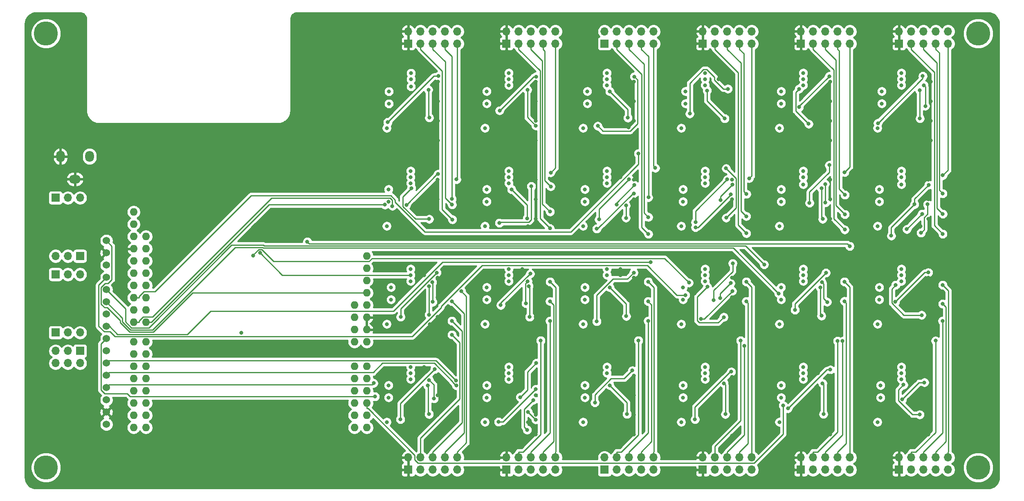
<source format=gbr>
G04 #@! TF.GenerationSoftware,KiCad,Pcbnew,5.1.6-c6e7f7d~86~ubuntu20.04.1*
G04 #@! TF.CreationDate,2020-05-29T21:03:45+02:00*
G04 #@! TF.ProjectId,Stork,53746f72-6b2e-46b6-9963-61645f706362,rev?*
G04 #@! TF.SameCoordinates,Original*
G04 #@! TF.FileFunction,Copper,L4,Bot*
G04 #@! TF.FilePolarity,Positive*
%FSLAX46Y46*%
G04 Gerber Fmt 4.6, Leading zero omitted, Abs format (unit mm)*
G04 Created by KiCad (PCBNEW 5.1.6-c6e7f7d~86~ubuntu20.04.1) date 2020-05-29 21:03:45*
%MOMM*%
%LPD*%
G01*
G04 APERTURE LIST*
G04 #@! TA.AperFunction,ComponentPad*
%ADD10C,5.000000*%
G04 #@! TD*
G04 #@! TA.AperFunction,ComponentPad*
%ADD11O,1.700000X1.700000*%
G04 #@! TD*
G04 #@! TA.AperFunction,ComponentPad*
%ADD12R,1.700000X1.700000*%
G04 #@! TD*
G04 #@! TA.AperFunction,ComponentPad*
%ADD13O,2.400000X1.800000*%
G04 #@! TD*
G04 #@! TA.AperFunction,ComponentPad*
%ADD14O,1.800000X2.300000*%
G04 #@! TD*
G04 #@! TA.AperFunction,ComponentPad*
%ADD15O,1.800000X2.400000*%
G04 #@! TD*
G04 #@! TA.AperFunction,ComponentPad*
%ADD16C,1.524000*%
G04 #@! TD*
G04 #@! TA.AperFunction,ComponentPad*
%ADD17O,1.600000X1.600000*%
G04 #@! TD*
G04 #@! TA.AperFunction,ViaPad*
%ADD18C,0.800000*%
G04 #@! TD*
G04 #@! TA.AperFunction,Conductor*
%ADD19C,0.250000*%
G04 #@! TD*
G04 #@! TA.AperFunction,Conductor*
%ADD20C,0.254000*%
G04 #@! TD*
G04 APERTURE END LIST*
D10*
X245000000Y-125000000D03*
X245000000Y-35000000D03*
X52000000Y-125000000D03*
X52000000Y-35000000D03*
D11*
X137160000Y-34560000D03*
X137160000Y-37100000D03*
X134620000Y-34560000D03*
X134620000Y-37100000D03*
X132080000Y-34560000D03*
X132080000Y-37100000D03*
X129540000Y-34560000D03*
X129540000Y-37100000D03*
X127000000Y-34560000D03*
D12*
X127000000Y-37100000D03*
D11*
X238760000Y-122920000D03*
X238760000Y-125460000D03*
X236220000Y-122920000D03*
X236220000Y-125460000D03*
X233680000Y-122920000D03*
X233680000Y-125460000D03*
X231140000Y-122920000D03*
X231140000Y-125460000D03*
X228600000Y-122920000D03*
D12*
X228600000Y-125460000D03*
D11*
X218440000Y-122920000D03*
X218440000Y-125460000D03*
X215900000Y-122920000D03*
X215900000Y-125460000D03*
X213360000Y-122920000D03*
X213360000Y-125460000D03*
X210820000Y-122920000D03*
X210820000Y-125460000D03*
X208280000Y-122920000D03*
D12*
X208280000Y-125460000D03*
D11*
X198120000Y-122920000D03*
X198120000Y-125460000D03*
X195580000Y-122920000D03*
X195580000Y-125460000D03*
X193040000Y-122920000D03*
X193040000Y-125460000D03*
X190500000Y-122920000D03*
X190500000Y-125460000D03*
X187960000Y-122920000D03*
D12*
X187960000Y-125460000D03*
D11*
X177800000Y-122920000D03*
X177800000Y-125460000D03*
X175260000Y-122920000D03*
X175260000Y-125460000D03*
X172720000Y-122920000D03*
X172720000Y-125460000D03*
X170180000Y-122920000D03*
X170180000Y-125460000D03*
X167640000Y-122920000D03*
D12*
X167640000Y-125460000D03*
D11*
X157480000Y-122920000D03*
X157480000Y-125460000D03*
X154940000Y-122920000D03*
X154940000Y-125460000D03*
X152400000Y-122920000D03*
X152400000Y-125460000D03*
X149860000Y-122920000D03*
X149860000Y-125460000D03*
X147320000Y-122920000D03*
D12*
X147320000Y-125460000D03*
D11*
X137160000Y-122920000D03*
X137160000Y-125460000D03*
X134620000Y-122920000D03*
X134620000Y-125460000D03*
X132080000Y-122920000D03*
X132080000Y-125460000D03*
X129540000Y-122920000D03*
X129540000Y-125460000D03*
X127000000Y-122920000D03*
D12*
X127000000Y-125460000D03*
D11*
X238760000Y-34560000D03*
X238760000Y-37100000D03*
X236220000Y-34560000D03*
X236220000Y-37100000D03*
X233680000Y-34560000D03*
X233680000Y-37100000D03*
X231140000Y-34560000D03*
X231140000Y-37100000D03*
X228600000Y-34560000D03*
D12*
X228600000Y-37100000D03*
D11*
X218440000Y-34560000D03*
X218440000Y-37100000D03*
X215900000Y-34560000D03*
X215900000Y-37100000D03*
X213360000Y-34560000D03*
X213360000Y-37100000D03*
X210820000Y-34560000D03*
X210820000Y-37100000D03*
X208280000Y-34560000D03*
D12*
X208280000Y-37100000D03*
D11*
X198120000Y-34560000D03*
X198120000Y-37100000D03*
X195580000Y-34560000D03*
X195580000Y-37100000D03*
X193040000Y-34560000D03*
X193040000Y-37100000D03*
X190500000Y-34560000D03*
X190500000Y-37100000D03*
X187960000Y-34560000D03*
D12*
X187960000Y-37100000D03*
D11*
X177800000Y-34560000D03*
X177800000Y-37100000D03*
X175260000Y-34560000D03*
X175260000Y-37100000D03*
X172720000Y-34560000D03*
X172720000Y-37100000D03*
X170180000Y-34560000D03*
X170180000Y-37100000D03*
X167640000Y-34560000D03*
D12*
X167640000Y-37100000D03*
D11*
X157480000Y-34560000D03*
X157480000Y-37100000D03*
X154940000Y-34560000D03*
X154940000Y-37100000D03*
X152400000Y-34560000D03*
X152400000Y-37100000D03*
X149860000Y-34560000D03*
X149860000Y-37100000D03*
X147320000Y-34560000D03*
D12*
X147320000Y-37100000D03*
D11*
X59055000Y-84950000D03*
X56515000Y-84950000D03*
D12*
X53975000Y-84950000D03*
D11*
X53975000Y-81140000D03*
X56515000Y-81140000D03*
D12*
X59055000Y-81140000D03*
D11*
X59055000Y-97015000D03*
X56515000Y-97015000D03*
D12*
X53975000Y-97015000D03*
D11*
X59055000Y-69075000D03*
X56515000Y-69075000D03*
D12*
X53975000Y-69075000D03*
D11*
X53975000Y-103365000D03*
X53975000Y-100825000D03*
X56515000Y-103365000D03*
X56515000Y-100825000D03*
X59055000Y-103365000D03*
D12*
X59055000Y-100825000D03*
D13*
X58000000Y-65200000D03*
D14*
X61000000Y-60500000D03*
D15*
X55000000Y-60500000D03*
D16*
X64500000Y-77950000D03*
X64500000Y-80490000D03*
X64500000Y-83030000D03*
X64500000Y-85570000D03*
X64500000Y-88110000D03*
X64500000Y-90650000D03*
X64500000Y-93190000D03*
X64500000Y-95730000D03*
X64500000Y-98270000D03*
X64500000Y-100810000D03*
X64500000Y-103350000D03*
X64500000Y-105890000D03*
X64500000Y-108430000D03*
X64500000Y-110970000D03*
X64500000Y-113510000D03*
X64500000Y-116050000D03*
D17*
X70144000Y-114176000D03*
X70144000Y-116716000D03*
X70144000Y-74556000D03*
X70144000Y-77096000D03*
X70144000Y-79636000D03*
X70144000Y-82176000D03*
X70144000Y-84716000D03*
X70144000Y-87256000D03*
X70144000Y-89796000D03*
X70144000Y-92336000D03*
X70144000Y-98936000D03*
X70144000Y-101476000D03*
X70144000Y-104016000D03*
X70144000Y-106556000D03*
X70144000Y-109096000D03*
X70144000Y-111636000D03*
X70144000Y-94872000D03*
X70144000Y-72012000D03*
X72684000Y-116716000D03*
X72684000Y-114176000D03*
X72684000Y-111636000D03*
X72684000Y-109096000D03*
X72684000Y-106556000D03*
X72684000Y-104016000D03*
X72684000Y-101476000D03*
X72684000Y-98936000D03*
X72684000Y-94872000D03*
X72684000Y-92332000D03*
X72684000Y-89792000D03*
X72684000Y-87252000D03*
X72684000Y-84712000D03*
X72684000Y-82172000D03*
X72684000Y-79632000D03*
X72684000Y-77092000D03*
X115864000Y-116716000D03*
X115864000Y-114176000D03*
X115864000Y-111636000D03*
X115864000Y-109096000D03*
X115864000Y-106556000D03*
X115864000Y-104016000D03*
X115864000Y-98936000D03*
X115864000Y-96396000D03*
X115864000Y-93856000D03*
X115864000Y-91316000D03*
X118404000Y-116716000D03*
X118404000Y-114176000D03*
X118404000Y-111636000D03*
X118404000Y-109096000D03*
X118404000Y-106556000D03*
X118404000Y-104016000D03*
X118404000Y-98936000D03*
X118404000Y-96396000D03*
X118404000Y-93856000D03*
X118404000Y-91316000D03*
X118404000Y-88776000D03*
X118404000Y-86236000D03*
X118404000Y-83696000D03*
X118404000Y-81156000D03*
D18*
X58400000Y-94000000D03*
X58420000Y-77724000D03*
X56388000Y-71120000D03*
X57912000Y-87884000D03*
X133096000Y-85598000D03*
X133096000Y-114046000D03*
X133096000Y-105918000D03*
X133096000Y-93726000D03*
X59182000Y-76060000D03*
X59182000Y-92062000D03*
X133096000Y-118110000D03*
X133096000Y-109982000D03*
X130302000Y-104140000D03*
X130302000Y-105410000D03*
X153416000Y-118110000D03*
X153416000Y-114046000D03*
X153416000Y-109982000D03*
X153416000Y-105918000D03*
X150622000Y-105410000D03*
X150622000Y-104140000D03*
X170942000Y-105410000D03*
X170942000Y-104140000D03*
X173736000Y-105918000D03*
X173736000Y-109982000D03*
X173736000Y-114046000D03*
X173736000Y-118110000D03*
X194056000Y-118364000D03*
X194056000Y-114300000D03*
X194056000Y-110236000D03*
X194056000Y-106172000D03*
X191262000Y-105410000D03*
X191262000Y-104140000D03*
X211836000Y-105410000D03*
X211836000Y-104140000D03*
X214376000Y-105918000D03*
X214376000Y-109982000D03*
X214376000Y-114046000D03*
X214376000Y-118110000D03*
X234696000Y-118110000D03*
X234696000Y-114046000D03*
X234696000Y-109982000D03*
X232156000Y-105410000D03*
X232156000Y-104140000D03*
X234696000Y-105918000D03*
X231902000Y-85090000D03*
X231902000Y-83820000D03*
X234696000Y-85598000D03*
X234696000Y-89662000D03*
X234696000Y-93726000D03*
X234696000Y-97790000D03*
X214376000Y-97790000D03*
X214376000Y-93726000D03*
X214376000Y-88646000D03*
X214376000Y-85598000D03*
X211582000Y-83820000D03*
X211582000Y-85090000D03*
X194056000Y-97790000D03*
X194056000Y-93726000D03*
X194056000Y-89662000D03*
X194056000Y-85598000D03*
X191262000Y-83820000D03*
X191262000Y-85090000D03*
X173736000Y-97790000D03*
X173736000Y-93726000D03*
X173736000Y-89662000D03*
X173736000Y-85598000D03*
X170942000Y-83820000D03*
X170942000Y-85090000D03*
X153416000Y-97790000D03*
X153416000Y-93726000D03*
X153416000Y-89662000D03*
X153416000Y-85598000D03*
X150622000Y-85090000D03*
X150622000Y-83820000D03*
X133096000Y-97790000D03*
X133096000Y-89662000D03*
X130302000Y-85090000D03*
X130302000Y-83820000D03*
X130302000Y-64770000D03*
X130302000Y-63500000D03*
X133096000Y-65278000D03*
X133096000Y-69342000D03*
X133096000Y-73406000D03*
X133096000Y-77470000D03*
X153416000Y-77470000D03*
X153416000Y-73406000D03*
X153416000Y-69342000D03*
X150622000Y-64770000D03*
X150622000Y-63500000D03*
X153416000Y-65278000D03*
X170942000Y-64770000D03*
X170942000Y-63500000D03*
X173736000Y-65278000D03*
X173736000Y-69342000D03*
X173736000Y-73406000D03*
X173736000Y-77470000D03*
X194056000Y-77470000D03*
X191262000Y-64770000D03*
X191262000Y-63500000D03*
X194056000Y-73406000D03*
X194056000Y-69342000D03*
X194056000Y-65278000D03*
X211582000Y-64770000D03*
X211582000Y-63500000D03*
X214376000Y-65278000D03*
X214376000Y-69342000D03*
X214376000Y-73406000D03*
X214376000Y-77470000D03*
X234696000Y-77470000D03*
X234696000Y-73406000D03*
X231902000Y-64770000D03*
X231902000Y-63500000D03*
X234696000Y-69342000D03*
X234696000Y-65278000D03*
X235204000Y-57150000D03*
X235204000Y-53086000D03*
X235204000Y-49022000D03*
X235204000Y-44958000D03*
X231902000Y-43180000D03*
X231902000Y-44450000D03*
X214376000Y-57150000D03*
X214376000Y-53086000D03*
X214376000Y-49022000D03*
X214376000Y-44958000D03*
X211582000Y-43180000D03*
X211582000Y-44450000D03*
X194056000Y-57150000D03*
X194056000Y-53086000D03*
X194056000Y-49022000D03*
X194056000Y-44958000D03*
X191262000Y-43180000D03*
X191262000Y-44450000D03*
X173736000Y-57150000D03*
X173736000Y-53086000D03*
X173736000Y-49022000D03*
X173736000Y-44958000D03*
X170942000Y-44450000D03*
X170942000Y-43180000D03*
X153416000Y-57150000D03*
X153416000Y-53086000D03*
X153416000Y-49022000D03*
X153416000Y-44958000D03*
X150622000Y-44450000D03*
X150622000Y-43180000D03*
X133160000Y-49032000D03*
X130366000Y-44460000D03*
X130366000Y-43190000D03*
X133160000Y-57160000D03*
X133160000Y-53096000D03*
X133160000Y-44968000D03*
X151765000Y-74930000D03*
X172085000Y-74930000D03*
X192405000Y-74930000D03*
X212725000Y-74930000D03*
X233045000Y-74930000D03*
X233045000Y-54610000D03*
X212725000Y-54610000D03*
X192405000Y-54610000D03*
X172635000Y-54500000D03*
X151765000Y-54610000D03*
X131509000Y-54620000D03*
X131445000Y-74930000D03*
X131445000Y-115570000D03*
X131445000Y-95250000D03*
X151765000Y-95250000D03*
X172085000Y-95250000D03*
X192405000Y-95250000D03*
X212725000Y-95250000D03*
X233045000Y-95250000D03*
X233045000Y-115570000D03*
X212725000Y-115570000D03*
X192405000Y-115570000D03*
X172085000Y-115570000D03*
X151765000Y-115570000D03*
X133212900Y-43836900D03*
X122760900Y-53377000D03*
X131346200Y-52451800D03*
X131183800Y-46650500D03*
X153467400Y-43938700D03*
X145910000Y-50978000D03*
X153393600Y-54102000D03*
X151663200Y-46661600D03*
X173822600Y-43931800D03*
X166238900Y-54162600D03*
X172463200Y-52464600D03*
X168710000Y-46997600D03*
X193171700Y-46471500D03*
X185286500Y-51617600D03*
X192519100Y-52629500D03*
X188852200Y-46819600D03*
X214146900Y-43852400D03*
X207938300Y-50272300D03*
X209895100Y-53737500D03*
X207920800Y-46478600D03*
X224224200Y-53584500D03*
X233521100Y-43815000D03*
X234044500Y-50038000D03*
X233765900Y-45735300D03*
X232866200Y-46745300D03*
X232928700Y-52627300D03*
X133143400Y-64155100D03*
X126612600Y-70540800D03*
X127648600Y-67065300D03*
X131326000Y-73473000D03*
X152478300Y-66684300D03*
X145878900Y-74280000D03*
X151615800Y-73351100D03*
X148379900Y-67321500D03*
X172712800Y-65204800D03*
X166484600Y-73553800D03*
X173690500Y-68169800D03*
X166025300Y-75473800D03*
X173843300Y-66431500D03*
X170151300Y-70471400D03*
X172068700Y-73238400D03*
X172074100Y-70657200D03*
X193050600Y-65254700D03*
X186461700Y-74122900D03*
X193797500Y-68330800D03*
X186467500Y-75193600D03*
X194130900Y-66294000D03*
X191628900Y-69540300D03*
X192814800Y-73213000D03*
X192797600Y-62965500D03*
X214164300Y-62300600D03*
X210070500Y-70132000D03*
X213374600Y-70067400D03*
X213300100Y-66210000D03*
X212803700Y-73474400D03*
X212547900Y-67065300D03*
X233383300Y-72413000D03*
X230216300Y-75580000D03*
X234741800Y-66381700D03*
X226997800Y-76945600D03*
X231813100Y-70422300D03*
X233166000Y-76317800D03*
X234506300Y-70430000D03*
X132887300Y-84578200D03*
X125432200Y-93761300D03*
X132058200Y-90658400D03*
X131955800Y-86564100D03*
X131323000Y-87385300D03*
X131320900Y-93300000D03*
X152262100Y-84810900D03*
X146156000Y-91324800D03*
X151347500Y-90945500D03*
X151729900Y-86373800D03*
X152140200Y-93768600D03*
X151972900Y-87385300D03*
X173683000Y-84592800D03*
X166024800Y-94688300D03*
X172146800Y-93628800D03*
X168709700Y-87636800D03*
X194083400Y-88400500D03*
X187594500Y-94217000D03*
X194180800Y-82647800D03*
X190253500Y-90325700D03*
X193743900Y-86764600D03*
X191565200Y-89879000D03*
X192320500Y-93799100D03*
X188932500Y-87529800D03*
X193874700Y-105143000D03*
X186373300Y-115009100D03*
X192645500Y-113934400D03*
X192358700Y-107523100D03*
X214388700Y-104713500D03*
X205595600Y-112761800D03*
X212965500Y-113917700D03*
X212786300Y-107543000D03*
X233871500Y-107348700D03*
X229260900Y-110858500D03*
X229547500Y-107849000D03*
X232882800Y-114015900D03*
X173395100Y-104887900D03*
X165641300Y-111522300D03*
X172285300Y-113919700D03*
X168695700Y-107940800D03*
X234656400Y-84551900D03*
X227828800Y-90600000D03*
X233285500Y-93389900D03*
X227915900Y-87149200D03*
X213476000Y-84613500D03*
X207056500Y-92316200D03*
X213737500Y-90678000D03*
X212631100Y-86530000D03*
X212555400Y-93543000D03*
X212296300Y-87642500D03*
X132505100Y-104593600D03*
X125383500Y-115000900D03*
X132334900Y-110707400D03*
X131337300Y-106850000D03*
X131311500Y-113931200D03*
X131005800Y-107955900D03*
X145713600Y-115523000D03*
X153425300Y-108728000D03*
X153520500Y-103336800D03*
X150185000Y-110405500D03*
X151615600Y-117184400D03*
X152906600Y-110998000D03*
X153388700Y-115062000D03*
X151779300Y-113452600D03*
X137003000Y-65255000D03*
X136050000Y-69319000D03*
X136072700Y-70484000D03*
X136141000Y-73578300D03*
X156495900Y-63829200D03*
X156495900Y-66723800D03*
X156368300Y-71949400D03*
X156322700Y-75387700D03*
X178150500Y-62884000D03*
X176734500Y-68982300D03*
X176713000Y-73074200D03*
X176713100Y-76578100D03*
X197574800Y-65023300D03*
X197032200Y-68293900D03*
X196989400Y-72894500D03*
X197018600Y-76435700D03*
X217336900Y-63765900D03*
X217385000Y-68455800D03*
X217385000Y-72501400D03*
X217364700Y-75675200D03*
X237672600Y-64408400D03*
X237659000Y-68175300D03*
X237670900Y-72419100D03*
X237662300Y-76550200D03*
X137979100Y-88426100D03*
X136028100Y-90539100D03*
X136020600Y-94595600D03*
X136057300Y-97458900D03*
X156344700Y-86471700D03*
X156324700Y-90515700D03*
X156328200Y-94583100D03*
X154420500Y-98665700D03*
X176658000Y-86465000D03*
X176658000Y-90529000D03*
X176654200Y-94589200D03*
X174663600Y-98665700D03*
X196984600Y-86471600D03*
X196973500Y-90524500D03*
X196601200Y-99781500D03*
X195812400Y-98679300D03*
X217302700Y-86469700D03*
X217289500Y-90497500D03*
X216906700Y-98791500D03*
X215879200Y-98763900D03*
X96336800Y-80498600D03*
X127508000Y-85090000D03*
X174628700Y-59871400D03*
X122165800Y-70496900D03*
X123717900Y-70775900D03*
X94886100Y-81018700D03*
X185120400Y-86681100D03*
X200692000Y-82910300D03*
X106105600Y-78166800D03*
X218397800Y-79098100D03*
X184387000Y-89243100D03*
X203688100Y-88900000D03*
X177171000Y-82372000D03*
X120114000Y-110270700D03*
X136905200Y-106973400D03*
X119836900Y-107499500D03*
X136943800Y-107973900D03*
X204624900Y-112142500D03*
X237645300Y-87134600D03*
X237645300Y-91057000D03*
X237610400Y-94585400D03*
X236162000Y-98692700D03*
X127508000Y-105410000D03*
X127508000Y-104140000D03*
X147828000Y-106680000D03*
X147828000Y-105410000D03*
X147828000Y-104140000D03*
X143256000Y-110490000D03*
X143256000Y-107950000D03*
X168148000Y-105410000D03*
X168148000Y-104140000D03*
X163576000Y-110490000D03*
X163576000Y-107950000D03*
X183896000Y-110490000D03*
X183896000Y-107950000D03*
X188468000Y-106680000D03*
X188468000Y-105410000D03*
X188468000Y-104140000D03*
X204216000Y-110490000D03*
X204216000Y-107950000D03*
X208788000Y-106680000D03*
X208788000Y-105410000D03*
X208788000Y-104140000D03*
X229108000Y-106680000D03*
X224790000Y-110490000D03*
X224790000Y-107950000D03*
X229108000Y-105410000D03*
X229108000Y-104140000D03*
X224536000Y-90170000D03*
X224536000Y-87630000D03*
X229108000Y-86360000D03*
X229108000Y-85090000D03*
X229108000Y-83820000D03*
X208788000Y-86360000D03*
X208788000Y-85090000D03*
X208788000Y-83820000D03*
X204216000Y-90170000D03*
X204216000Y-87630000D03*
X188468000Y-86360000D03*
X188468000Y-85090000D03*
X188468000Y-83820000D03*
X183896000Y-90170000D03*
X183896000Y-87630000D03*
X163576000Y-90170000D03*
X163576000Y-87630000D03*
X168148000Y-85090000D03*
X168148000Y-83820000D03*
X143256000Y-90170000D03*
X143256000Y-87630000D03*
X147828000Y-86360000D03*
X147828000Y-85090000D03*
X147828000Y-83820000D03*
X127508000Y-86360000D03*
X123444000Y-90170000D03*
X123444000Y-87630000D03*
X127508000Y-83820000D03*
X127508000Y-66040000D03*
X127508000Y-63500000D03*
X127508000Y-64770000D03*
X122936000Y-69850000D03*
X122936000Y-67310000D03*
X143256000Y-69850000D03*
X143256000Y-67310000D03*
X147828000Y-66040000D03*
X147828000Y-64770000D03*
X147828000Y-63500000D03*
X168148000Y-66040000D03*
X168148000Y-64770000D03*
X168148000Y-63500000D03*
X163576000Y-69850000D03*
X163576000Y-67310000D03*
X183896000Y-69850000D03*
X183896000Y-67310000D03*
X188468000Y-66040000D03*
X188468000Y-64770000D03*
X188468000Y-63500000D03*
X204216000Y-69850000D03*
X204216000Y-67310000D03*
X208788000Y-66294000D03*
X208788000Y-64770000D03*
X208788000Y-63500000D03*
X224536000Y-69850000D03*
X224536000Y-67310000D03*
X229108000Y-66294000D03*
X229108000Y-64770000D03*
X229108000Y-63500000D03*
X229108000Y-45720000D03*
X208788000Y-45720000D03*
X188468000Y-45720000D03*
X188468000Y-44450000D03*
X188468000Y-43180000D03*
X168148000Y-45720000D03*
X168148000Y-44450000D03*
X168148000Y-43180000D03*
X147828000Y-45720000D03*
X147828000Y-44450000D03*
X147828000Y-43180000D03*
X127572000Y-45984000D03*
X127572000Y-44460000D03*
X127572000Y-43190000D03*
X229108000Y-44450000D03*
X229108000Y-43180000D03*
X225044000Y-49530000D03*
X225044000Y-46990000D03*
X208788000Y-44450000D03*
X208788000Y-43180000D03*
X204216000Y-49530000D03*
X204216000Y-46990000D03*
X184404000Y-49530000D03*
X184404000Y-46990000D03*
X164084000Y-49530000D03*
X164084000Y-46990000D03*
X143256000Y-49530000D03*
X143256000Y-46990000D03*
X123000000Y-47000000D03*
X123000000Y-49540000D03*
X122936000Y-110490000D03*
X122936000Y-107950000D03*
X127508000Y-106680000D03*
X122555000Y-74930000D03*
X224155000Y-95250000D03*
X203835000Y-74930000D03*
X183515000Y-74930000D03*
X163195000Y-74930000D03*
X142875000Y-74930000D03*
X142875000Y-54610000D03*
X163195000Y-54610000D03*
X183515000Y-54610000D03*
X203835000Y-54610000D03*
X224155000Y-115570000D03*
X224155000Y-54610000D03*
X224155000Y-74930000D03*
X122555000Y-54610000D03*
X142875000Y-95250000D03*
X163195000Y-95250000D03*
X183515000Y-95250000D03*
X203835000Y-95250000D03*
X142875000Y-115570000D03*
X163195000Y-115570000D03*
X183515000Y-115570000D03*
X203835000Y-115570000D03*
X122555000Y-115570000D03*
X122555000Y-95250000D03*
X92456000Y-97028000D03*
D19*
X133212900Y-43836900D02*
X132301000Y-43836900D01*
X132301000Y-43836900D02*
X122760900Y-53377000D01*
X131183800Y-46650500D02*
X131183800Y-52289400D01*
X131183800Y-52289400D02*
X131346200Y-52451800D01*
X145910000Y-50978000D02*
X152949300Y-43938700D01*
X152949300Y-43938700D02*
X153467400Y-43938700D01*
X153393600Y-54102000D02*
X151663200Y-52371600D01*
X151663200Y-52371600D02*
X151663200Y-46661600D01*
X166238900Y-54162600D02*
X167314600Y-55238300D01*
X167314600Y-55238300D02*
X172934400Y-55238300D01*
X172934400Y-55238300D02*
X174461400Y-53711300D01*
X174461400Y-53711300D02*
X174461400Y-44570600D01*
X174461400Y-44570600D02*
X173822600Y-43931800D01*
X172463200Y-52464600D02*
X172463200Y-50750800D01*
X172463200Y-50750800D02*
X168710000Y-46997600D01*
X185286500Y-51617600D02*
X185286500Y-45316500D01*
X185286500Y-45316500D02*
X188148400Y-42454600D01*
X188148400Y-42454600D02*
X188818100Y-42454600D01*
X188818100Y-42454600D02*
X190418800Y-44055300D01*
X190418800Y-44055300D02*
X190418800Y-44663200D01*
X190418800Y-44663200D02*
X192227100Y-46471500D01*
X192227100Y-46471500D02*
X193171700Y-46471500D01*
X192519100Y-52629500D02*
X188852200Y-48962600D01*
X188852200Y-48962600D02*
X188852200Y-46819600D01*
X214146900Y-43852400D02*
X207938400Y-50060900D01*
X207938400Y-50060900D02*
X207938400Y-50272300D01*
X207938400Y-50272300D02*
X207938300Y-50272300D01*
X207920800Y-46478600D02*
X207212900Y-47186500D01*
X207212900Y-47186500D02*
X207212900Y-51055300D01*
X207212900Y-51055300D02*
X209895100Y-53737500D01*
X224224200Y-53584500D02*
X233521100Y-44287600D01*
X233521100Y-44287600D02*
X233521100Y-43815000D01*
X233765900Y-45735300D02*
X234044400Y-46013800D01*
X234044400Y-46013800D02*
X234044400Y-50038000D01*
X234044400Y-50038000D02*
X234044500Y-50038000D01*
X232928700Y-52627300D02*
X232866200Y-52564800D01*
X232866200Y-52564800D02*
X232866200Y-46745300D01*
X126612600Y-70540800D02*
X132998300Y-64155100D01*
X132998300Y-64155100D02*
X133143400Y-64155100D01*
X127648600Y-67065300D02*
X125870800Y-68843100D01*
X125870800Y-68843100D02*
X125870800Y-70863200D01*
X125870800Y-70863200D02*
X128480600Y-73473000D01*
X128480600Y-73473000D02*
X131326000Y-73473000D01*
X152478300Y-66684300D02*
X152478300Y-73573000D01*
X152478300Y-73573000D02*
X151974800Y-74076500D01*
X151974800Y-74076500D02*
X146082400Y-74076500D01*
X146082400Y-74076500D02*
X145878900Y-74280000D01*
X151615800Y-73351100D02*
X151615800Y-70557400D01*
X151615800Y-70557400D02*
X148379900Y-67321500D01*
X166484600Y-73553800D02*
X166484600Y-71433000D01*
X166484600Y-71433000D02*
X172712800Y-65204800D01*
X173690500Y-68169800D02*
X173513100Y-68169800D01*
X173513100Y-68169800D02*
X166209100Y-75473800D01*
X166209100Y-75473800D02*
X166025300Y-75473800D01*
X170151300Y-70471400D02*
X170151300Y-70123500D01*
X170151300Y-70123500D02*
X173843300Y-66431500D01*
X172074100Y-70657200D02*
X172068700Y-70662600D01*
X172068700Y-70662600D02*
X172068700Y-73238400D01*
X186461700Y-74122900D02*
X186461700Y-71843600D01*
X186461700Y-71843600D02*
X193050600Y-65254700D01*
X193797500Y-68330800D02*
X193797500Y-68409800D01*
X193797500Y-68409800D02*
X187013700Y-75193600D01*
X187013700Y-75193600D02*
X186467500Y-75193600D01*
X191628900Y-69540300D02*
X191628900Y-68796000D01*
X191628900Y-68796000D02*
X194130900Y-66294000D01*
X192814800Y-73213000D02*
X194875800Y-71152000D01*
X194875800Y-71152000D02*
X194875800Y-65043700D01*
X194875800Y-65043700D02*
X192797600Y-62965500D01*
X210070500Y-70132000D02*
X210070500Y-67839500D01*
X210070500Y-67839500D02*
X214164300Y-63745700D01*
X214164300Y-63745700D02*
X214164300Y-62300600D01*
X213374600Y-70067400D02*
X213374600Y-66284500D01*
X213374600Y-66284500D02*
X213300100Y-66210000D01*
X212547900Y-67065300D02*
X212547900Y-73218600D01*
X212547900Y-73218600D02*
X212803700Y-73474400D01*
X230216300Y-75580000D02*
X233383300Y-72413000D01*
X231813100Y-70422300D02*
X231813100Y-69310400D01*
X231813100Y-69310400D02*
X234741800Y-66381700D01*
X226997800Y-76945600D02*
X226997900Y-76945600D01*
X226997900Y-76945600D02*
X226997900Y-75237500D01*
X226997900Y-75237500D02*
X231813100Y-70422300D01*
X233166000Y-76317800D02*
X233794100Y-75689700D01*
X233794100Y-75689700D02*
X233794100Y-73155100D01*
X233794100Y-73155100D02*
X234506300Y-72442900D01*
X234506300Y-72442900D02*
X234506300Y-70430000D01*
X132887300Y-84578200D02*
X125432200Y-92033300D01*
X125432200Y-92033300D02*
X125432200Y-93761300D01*
X132058200Y-90658400D02*
X132058200Y-86666500D01*
X132058200Y-86666500D02*
X131955800Y-86564100D01*
X131320900Y-93300000D02*
X131323000Y-93297900D01*
X131323000Y-93297900D02*
X131323000Y-87385300D01*
X152262100Y-84810900D02*
X146156000Y-90917000D01*
X146156000Y-90917000D02*
X146156000Y-91324800D01*
X151729900Y-86373800D02*
X151247500Y-86856200D01*
X151247500Y-86856200D02*
X151247500Y-90845500D01*
X151247500Y-90845500D02*
X151347500Y-90945500D01*
X152140200Y-93768600D02*
X152140200Y-87552600D01*
X152140200Y-87552600D02*
X151972900Y-87385300D01*
X166024800Y-94688300D02*
X166024800Y-89283200D01*
X166024800Y-89283200D02*
X169435200Y-85872800D01*
X169435200Y-85872800D02*
X172403000Y-85872800D01*
X172403000Y-85872800D02*
X173683000Y-84592800D01*
X172146800Y-93628800D02*
X172146800Y-91073900D01*
X172146800Y-91073900D02*
X168709700Y-87636800D01*
X194083400Y-88400500D02*
X188266900Y-94217000D01*
X188266900Y-94217000D02*
X187594500Y-94217000D01*
X190253500Y-90325700D02*
X190253500Y-88287700D01*
X190253500Y-88287700D02*
X194180800Y-84360400D01*
X194180800Y-84360400D02*
X194180800Y-82647800D01*
X193743900Y-86764600D02*
X191565200Y-88943300D01*
X191565200Y-88943300D02*
X191565200Y-89879000D01*
X192320500Y-93799100D02*
X191177200Y-94942400D01*
X191177200Y-94942400D02*
X187252000Y-94942400D01*
X187252000Y-94942400D02*
X186818000Y-94508400D01*
X186818000Y-94508400D02*
X186818000Y-89644300D01*
X186818000Y-89644300D02*
X188932500Y-87529800D01*
X193874700Y-105143000D02*
X193696400Y-105143000D01*
X193696400Y-105143000D02*
X186373300Y-112466100D01*
X186373300Y-112466100D02*
X186373300Y-115009100D01*
X192358700Y-107523100D02*
X192645500Y-107809900D01*
X192645500Y-107809900D02*
X192645500Y-113934400D01*
X214388700Y-104713500D02*
X213643900Y-104713500D01*
X213643900Y-104713500D02*
X205595600Y-112761800D01*
X212965500Y-113917700D02*
X212965500Y-107722200D01*
X212965500Y-107722200D02*
X212786300Y-107543000D01*
X229260900Y-110858500D02*
X232770700Y-107348700D01*
X232770700Y-107348700D02*
X233871500Y-107348700D01*
X229547500Y-107849000D02*
X228503500Y-108893000D01*
X228503500Y-108893000D02*
X228503500Y-111129900D01*
X228503500Y-111129900D02*
X231389500Y-114015900D01*
X231389500Y-114015900D02*
X232882800Y-114015900D01*
X173395100Y-104887900D02*
X171703400Y-106579600D01*
X171703400Y-106579600D02*
X169009700Y-106579600D01*
X169009700Y-106579600D02*
X165641300Y-109948000D01*
X165641300Y-109948000D02*
X165641300Y-111522300D01*
X168695700Y-107940800D02*
X172285300Y-111530400D01*
X172285300Y-111530400D02*
X172285300Y-113919700D01*
X227828800Y-90600000D02*
X233876900Y-84551900D01*
X233876900Y-84551900D02*
X234656400Y-84551900D01*
X227915900Y-87149200D02*
X227103500Y-87961600D01*
X227103500Y-87961600D02*
X227103500Y-90905500D01*
X227103500Y-90905500D02*
X229587900Y-93389900D01*
X229587900Y-93389900D02*
X233285500Y-93389900D01*
X207056500Y-92316200D02*
X207056500Y-91033000D01*
X207056500Y-91033000D02*
X213476000Y-84613500D01*
X213737500Y-90678000D02*
X213021700Y-89962200D01*
X213021700Y-89962200D02*
X213021700Y-86920600D01*
X213021700Y-86920600D02*
X212631100Y-86530000D01*
X212296300Y-87642500D02*
X212296300Y-93283900D01*
X212296300Y-93283900D02*
X212555400Y-93543000D01*
X125383500Y-115000900D02*
X125383500Y-111715200D01*
X125383500Y-111715200D02*
X132505100Y-104593600D01*
X131337300Y-106850000D02*
X132334900Y-107847600D01*
X132334900Y-107847600D02*
X132334900Y-110707400D01*
X131005800Y-107955900D02*
X131156100Y-108106200D01*
X131156100Y-108106200D02*
X131156200Y-108106200D01*
X131156200Y-108106200D02*
X131156200Y-113775900D01*
X131156200Y-113775900D02*
X131311500Y-113931200D01*
X153425300Y-108728000D02*
X146630300Y-115523000D01*
X146630300Y-115523000D02*
X145713600Y-115523000D01*
X150185000Y-110405500D02*
X151664700Y-108925800D01*
X151664700Y-108925800D02*
X151664700Y-105192600D01*
X151664700Y-105192600D02*
X153520500Y-103336800D01*
X151615600Y-117184400D02*
X151039600Y-116608400D01*
X151039600Y-116608400D02*
X151039600Y-112865000D01*
X151039600Y-112865000D02*
X152906600Y-110998000D01*
X153388700Y-115062000D02*
X151779300Y-113452600D01*
X137160000Y-38275300D02*
X137160000Y-65098000D01*
X137160000Y-65098000D02*
X137003000Y-65255000D01*
X137160000Y-37100000D02*
X137160000Y-38275300D01*
X134620000Y-38275300D02*
X136050000Y-39705300D01*
X136050000Y-39705300D02*
X136050000Y-69319000D01*
X134620000Y-37100000D02*
X134620000Y-38275300D01*
X132080000Y-37100000D02*
X132080000Y-38275300D01*
X132080000Y-38275300D02*
X134667700Y-40863000D01*
X134667700Y-40863000D02*
X134667700Y-69079000D01*
X134667700Y-69079000D02*
X136072700Y-70484000D01*
X129540000Y-37100000D02*
X129540000Y-38275300D01*
X129540000Y-38275300D02*
X134010600Y-42745900D01*
X134010600Y-42745900D02*
X134010600Y-71447900D01*
X134010600Y-71447900D02*
X136141000Y-73578300D01*
X157480000Y-37100000D02*
X157480000Y-62845100D01*
X157480000Y-62845100D02*
X156495900Y-63829200D01*
X154940000Y-37100000D02*
X154940000Y-38275300D01*
X154940000Y-38275300D02*
X155279800Y-38615100D01*
X155279800Y-38615100D02*
X155279800Y-65507700D01*
X155279800Y-65507700D02*
X156495900Y-66723800D01*
X152400000Y-38275300D02*
X154770400Y-40645700D01*
X154770400Y-40645700D02*
X154770400Y-70351500D01*
X154770400Y-70351500D02*
X156368300Y-71949400D01*
X152400000Y-37100000D02*
X152400000Y-38275300D01*
X149860000Y-38275300D02*
X154320100Y-42735400D01*
X154320100Y-42735400D02*
X154320100Y-73385100D01*
X154320100Y-73385100D02*
X156322700Y-75387700D01*
X149860000Y-37100000D02*
X149860000Y-38275300D01*
X177800000Y-37100000D02*
X177800000Y-62533500D01*
X177800000Y-62533500D02*
X178150500Y-62884000D01*
X175260000Y-38275300D02*
X176734500Y-39749800D01*
X176734500Y-39749800D02*
X176734500Y-68982300D01*
X175260000Y-37100000D02*
X175260000Y-38275300D01*
X172720000Y-38275300D02*
X175804500Y-41359800D01*
X175804500Y-41359800D02*
X175804500Y-72165700D01*
X175804500Y-72165700D02*
X176713000Y-73074200D01*
X172720000Y-37100000D02*
X172720000Y-38275300D01*
X170180000Y-38275300D02*
X175354100Y-43449400D01*
X175354100Y-43449400D02*
X175354100Y-75219100D01*
X175354100Y-75219100D02*
X176713100Y-76578100D01*
X170180000Y-37100000D02*
X170180000Y-38275300D01*
X197574800Y-65023300D02*
X198120000Y-64478100D01*
X198120000Y-64478100D02*
X198120000Y-38275300D01*
X198120000Y-37100000D02*
X198120000Y-38275300D01*
X197032200Y-68293900D02*
X196476900Y-67738600D01*
X196476900Y-67738600D02*
X196476900Y-39172200D01*
X196476900Y-39172200D02*
X195580000Y-38275300D01*
X195580000Y-37100000D02*
X195580000Y-38275300D01*
X193040000Y-37100000D02*
X193040000Y-38275300D01*
X193040000Y-38275300D02*
X195882400Y-41117700D01*
X195882400Y-41117700D02*
X195882400Y-71787500D01*
X195882400Y-71787500D02*
X196989400Y-72894500D01*
X190500000Y-37100000D02*
X190500000Y-38275300D01*
X190500000Y-38275300D02*
X195326200Y-43101500D01*
X195326200Y-43101500D02*
X195326200Y-74743300D01*
X195326200Y-74743300D02*
X197018600Y-76435700D01*
X218440000Y-37100000D02*
X218440000Y-62662800D01*
X218440000Y-62662800D02*
X217336900Y-63765900D01*
X215900000Y-37100000D02*
X215900000Y-38275300D01*
X215900000Y-38275300D02*
X216220400Y-38595700D01*
X216220400Y-38595700D02*
X216220400Y-67291200D01*
X216220400Y-67291200D02*
X217385000Y-68455800D01*
X213360000Y-37100000D02*
X213360000Y-38275300D01*
X213360000Y-38275300D02*
X215551800Y-40467100D01*
X215551800Y-40467100D02*
X215551800Y-70668200D01*
X215551800Y-70668200D02*
X217385000Y-72501400D01*
X210820000Y-38275300D02*
X215101400Y-42556700D01*
X215101400Y-42556700D02*
X215101400Y-73411900D01*
X215101400Y-73411900D02*
X217364700Y-75675200D01*
X210820000Y-37100000D02*
X210820000Y-38275300D01*
X238760000Y-37100000D02*
X238760000Y-63321000D01*
X238760000Y-63321000D02*
X237672600Y-64408400D01*
X236220000Y-38275300D02*
X236924500Y-38979800D01*
X236924500Y-38979800D02*
X236924500Y-67440800D01*
X236924500Y-67440800D02*
X237659000Y-68175300D01*
X236220000Y-37100000D02*
X236220000Y-38275300D01*
X233680000Y-38275300D02*
X236474200Y-41069500D01*
X236474200Y-41069500D02*
X236474200Y-71222400D01*
X236474200Y-71222400D02*
X237670900Y-72419100D01*
X233680000Y-37100000D02*
X233680000Y-38275300D01*
X231140000Y-38275300D02*
X235929300Y-43064600D01*
X235929300Y-43064600D02*
X235929300Y-74817200D01*
X235929300Y-74817200D02*
X237662300Y-76550200D01*
X231140000Y-37100000D02*
X231140000Y-38275300D01*
X137160000Y-121744700D02*
X139038900Y-119865800D01*
X139038900Y-119865800D02*
X139038900Y-89485900D01*
X139038900Y-89485900D02*
X137979100Y-88426100D01*
X137160000Y-122920000D02*
X137160000Y-121744700D01*
X136028100Y-90539100D02*
X138588500Y-93099500D01*
X138588500Y-93099500D02*
X138588500Y-117776200D01*
X138588500Y-117776200D02*
X134620000Y-121744700D01*
X134620000Y-122920000D02*
X134620000Y-121744700D01*
X132080000Y-121744700D02*
X138136000Y-115688700D01*
X138136000Y-115688700D02*
X138136000Y-96711000D01*
X138136000Y-96711000D02*
X136020600Y-94595600D01*
X132080000Y-122920000D02*
X132080000Y-121744700D01*
X136057300Y-97458900D02*
X137685600Y-99087200D01*
X137685600Y-99087200D02*
X137685600Y-110743500D01*
X137685600Y-110743500D02*
X129540000Y-118889100D01*
X129540000Y-118889100D02*
X129540000Y-121744700D01*
X129540000Y-122920000D02*
X129540000Y-121744700D01*
X157480000Y-121744700D02*
X157541900Y-121682800D01*
X157541900Y-121682800D02*
X157541900Y-87668900D01*
X157541900Y-87668900D02*
X156344700Y-86471700D01*
X157480000Y-122920000D02*
X157480000Y-121744700D01*
X154940000Y-121744700D02*
X157083300Y-119601400D01*
X157083300Y-119601400D02*
X157083300Y-91274300D01*
X157083300Y-91274300D02*
X156324700Y-90515700D01*
X154940000Y-122920000D02*
X154940000Y-121744700D01*
X152400000Y-121744700D02*
X156328200Y-117816500D01*
X156328200Y-117816500D02*
X156328200Y-94583100D01*
X152400000Y-122920000D02*
X152400000Y-121744700D01*
X149860000Y-122920000D02*
X149860000Y-121744700D01*
X154420500Y-98665700D02*
X154420500Y-118139100D01*
X154420500Y-118139100D02*
X150814900Y-121744700D01*
X150814900Y-121744700D02*
X149860000Y-121744700D01*
X177800000Y-122920000D02*
X177800000Y-121744700D01*
X177800000Y-121744700D02*
X177852400Y-121692300D01*
X177852400Y-121692300D02*
X177852400Y-87659400D01*
X177852400Y-87659400D02*
X176658000Y-86465000D01*
X175260000Y-121744700D02*
X177392700Y-119612000D01*
X177392700Y-119612000D02*
X177392700Y-91263700D01*
X177392700Y-91263700D02*
X176658000Y-90529000D01*
X175260000Y-122920000D02*
X175260000Y-121744700D01*
X172720000Y-122920000D02*
X172720000Y-121744700D01*
X172720000Y-121744700D02*
X176654200Y-117810500D01*
X176654200Y-117810500D02*
X176654200Y-94589200D01*
X174663600Y-98665700D02*
X174663600Y-118208300D01*
X174663600Y-118208300D02*
X171127200Y-121744700D01*
X171127200Y-121744700D02*
X170180000Y-121744700D01*
X170180000Y-122920000D02*
X170180000Y-121744700D01*
X198120000Y-121744700D02*
X198120000Y-87607000D01*
X198120000Y-87607000D02*
X196984600Y-86471600D01*
X198120000Y-122920000D02*
X198120000Y-121744700D01*
X195580000Y-121744700D02*
X197337800Y-119986900D01*
X197337800Y-119986900D02*
X197337800Y-90888800D01*
X197337800Y-90888800D02*
X196973500Y-90524500D01*
X195580000Y-122920000D02*
X195580000Y-121744700D01*
X193040000Y-122920000D02*
X193040000Y-121744700D01*
X193040000Y-121744700D02*
X196601200Y-118183500D01*
X196601200Y-118183500D02*
X196601200Y-99781500D01*
X190500000Y-122920000D02*
X190500000Y-120613400D01*
X190500000Y-120613400D02*
X195812400Y-115301000D01*
X195812400Y-115301000D02*
X195812400Y-98679300D01*
X218440000Y-121744700D02*
X218440000Y-87607000D01*
X218440000Y-87607000D02*
X217302700Y-86469700D01*
X218440000Y-122920000D02*
X218440000Y-121744700D01*
X215900000Y-121744700D02*
X217634100Y-120010600D01*
X217634100Y-120010600D02*
X217634100Y-90842100D01*
X217634100Y-90842100D02*
X217289500Y-90497500D01*
X215900000Y-122920000D02*
X215900000Y-121744700D01*
X213360000Y-121744700D02*
X216906700Y-118198000D01*
X216906700Y-118198000D02*
X216906700Y-98791500D01*
X213360000Y-122920000D02*
X213360000Y-121744700D01*
X210820000Y-122920000D02*
X210820000Y-121744700D01*
X210820000Y-121744700D02*
X211774900Y-121744700D01*
X211774900Y-121744700D02*
X215879200Y-117640400D01*
X215879200Y-117640400D02*
X215879200Y-98763900D01*
X127508000Y-85090000D02*
X100928200Y-85090000D01*
X100928200Y-85090000D02*
X96336800Y-80498600D01*
X71269300Y-89796000D02*
X71269300Y-89514700D01*
X71269300Y-89514700D02*
X72262000Y-88522000D01*
X72262000Y-88522000D02*
X74554000Y-88522000D01*
X74554000Y-88522000D02*
X94444900Y-68631100D01*
X94444900Y-68631100D02*
X123427800Y-68631100D01*
X123427800Y-68631100D02*
X124310200Y-69513500D01*
X124310200Y-69513500D02*
X124310200Y-69971300D01*
X124310200Y-69971300D02*
X130455600Y-76116700D01*
X130455600Y-76116700D02*
X160638500Y-76116700D01*
X160638500Y-76116700D02*
X174628700Y-62126500D01*
X174628700Y-62126500D02*
X174628700Y-59871400D01*
X70144000Y-89796000D02*
X71269300Y-89796000D01*
X73809300Y-94872000D02*
X98184400Y-70496900D01*
X98184400Y-70496900D02*
X122165800Y-70496900D01*
X72684000Y-94872000D02*
X73809300Y-94872000D01*
X71269300Y-94872000D02*
X71269300Y-94590600D01*
X71269300Y-94590600D02*
X72113200Y-93746700D01*
X72113200Y-93746700D02*
X74068200Y-93746700D01*
X74068200Y-93746700D02*
X98728500Y-69086400D01*
X98728500Y-69086400D02*
X123240800Y-69086400D01*
X123240800Y-69086400D02*
X123717900Y-69563500D01*
X123717900Y-69563500D02*
X123717900Y-70775900D01*
X70144000Y-94872000D02*
X71269300Y-94872000D01*
X185120400Y-86681100D02*
X180086000Y-81646700D01*
X180086000Y-81646700D02*
X119504800Y-81646700D01*
X119504800Y-81646700D02*
X118870200Y-82281300D01*
X118870200Y-82281300D02*
X99145300Y-82281300D01*
X99145300Y-82281300D02*
X96637300Y-79773300D01*
X96637300Y-79773300D02*
X96036400Y-79773300D01*
X96036400Y-79773300D02*
X94886100Y-80923600D01*
X94886100Y-80923600D02*
X94886100Y-81018700D01*
X200692000Y-82910300D02*
X196813600Y-79031900D01*
X196813600Y-79031900D02*
X97169700Y-79031900D01*
X97169700Y-79031900D02*
X97010500Y-78872700D01*
X97010500Y-78872700D02*
X90446100Y-78872700D01*
X90446100Y-78872700D02*
X73312300Y-96006500D01*
X73312300Y-96006500D02*
X69687000Y-96006500D01*
X69687000Y-96006500D02*
X68448300Y-94767800D01*
X68448300Y-94767800D02*
X68448300Y-92058300D01*
X68448300Y-92058300D02*
X64500000Y-88110000D01*
X218397800Y-79098100D02*
X217881200Y-78581500D01*
X217881200Y-78581500D02*
X106520300Y-78581500D01*
X106520300Y-78581500D02*
X106105600Y-78166800D01*
X64500000Y-85570000D02*
X62924900Y-87145100D01*
X62924900Y-87145100D02*
X62924900Y-95717200D01*
X62924900Y-95717200D02*
X64036600Y-96828900D01*
X64036600Y-96828900D02*
X65280600Y-96828900D01*
X65280600Y-96828900D02*
X66259500Y-97807800D01*
X66259500Y-97807800D02*
X127843700Y-97807800D01*
X127843700Y-97807800D02*
X133821400Y-91830100D01*
X133821400Y-91830100D02*
X133821400Y-91532400D01*
X133821400Y-91532400D02*
X142272100Y-83081700D01*
X142272100Y-83081700D02*
X176469600Y-83081700D01*
X176469600Y-83081700D02*
X182631000Y-89243100D01*
X182631000Y-89243100D02*
X184387000Y-89243100D01*
X203688100Y-88900000D02*
X194270300Y-79482200D01*
X194270300Y-79482200D02*
X96983100Y-79482200D01*
X96983100Y-79482200D02*
X96823900Y-79323000D01*
X96823900Y-79323000D02*
X91175300Y-79323000D01*
X91175300Y-79323000D02*
X74041500Y-96456800D01*
X74041500Y-96456800D02*
X69500400Y-96456800D01*
X69500400Y-96456800D02*
X67838700Y-94795100D01*
X67838700Y-94795100D02*
X67838700Y-93988700D01*
X67838700Y-93988700D02*
X64500000Y-90650000D01*
X177171000Y-82372000D02*
X134054200Y-82372000D01*
X134054200Y-82372000D02*
X123894300Y-92531900D01*
X123894300Y-92531900D02*
X86107500Y-92531900D01*
X86107500Y-92531900D02*
X81282000Y-97357400D01*
X81282000Y-97357400D02*
X66764400Y-97357400D01*
X66764400Y-97357400D02*
X65137000Y-95730000D01*
X65137000Y-95730000D02*
X64500000Y-95730000D01*
X120114000Y-110270700D02*
X69406700Y-110270700D01*
X69406700Y-110270700D02*
X68836000Y-109700000D01*
X68836000Y-109700000D02*
X64175200Y-109700000D01*
X64175200Y-109700000D02*
X63412600Y-108937400D01*
X63412600Y-108937400D02*
X63412600Y-99357400D01*
X63412600Y-99357400D02*
X64500000Y-98270000D01*
X64500000Y-103350000D02*
X65004100Y-102845900D01*
X65004100Y-102845900D02*
X132777700Y-102845900D01*
X132777700Y-102845900D02*
X136905200Y-106973400D01*
X119836900Y-107499500D02*
X119510400Y-107826000D01*
X119510400Y-107826000D02*
X65104000Y-107826000D01*
X65104000Y-107826000D02*
X64500000Y-108430000D01*
X64500000Y-105890000D02*
X65104000Y-105286000D01*
X65104000Y-105286000D02*
X119747700Y-105286000D01*
X119747700Y-105286000D02*
X121668200Y-103365500D01*
X121668200Y-103365500D02*
X132369100Y-103365500D01*
X132369100Y-103365500D02*
X136179900Y-107176300D01*
X136179900Y-107176300D02*
X136179900Y-107299700D01*
X136179900Y-107299700D02*
X136854100Y-107973900D01*
X136854100Y-107973900D02*
X136943800Y-107973900D01*
X118404000Y-111636000D02*
X118404000Y-112761300D01*
X118404000Y-112761300D02*
X118678800Y-112761300D01*
X118678800Y-112761300D02*
X128364600Y-122447100D01*
X128364600Y-122447100D02*
X128364600Y-123427500D01*
X128364600Y-123427500D02*
X129037200Y-124100100D01*
X129037200Y-124100100D02*
X198607900Y-124100100D01*
X198607900Y-124100100D02*
X204624900Y-118083100D01*
X204624900Y-118083100D02*
X204624900Y-112142500D01*
X238760000Y-122920000D02*
X238760000Y-121744700D01*
X238760000Y-121744700D02*
X238814600Y-121690100D01*
X238814600Y-121690100D02*
X238814600Y-88303900D01*
X238814600Y-88303900D02*
X237645300Y-87134600D01*
X236220000Y-122920000D02*
X236220000Y-121744700D01*
X236220000Y-121744700D02*
X238345200Y-119619500D01*
X238345200Y-119619500D02*
X238345200Y-91756900D01*
X238345200Y-91756900D02*
X237645300Y-91057000D01*
X233680000Y-122920000D02*
X233680000Y-121744700D01*
X233680000Y-121744700D02*
X237610400Y-117814300D01*
X237610400Y-117814300D02*
X237610400Y-94585400D01*
X231140000Y-122920000D02*
X231140000Y-121744700D01*
X231140000Y-121744700D02*
X232094900Y-121744700D01*
X232094900Y-121744700D02*
X236162000Y-117677600D01*
X236162000Y-117677600D02*
X236162000Y-98692700D01*
X64500000Y-77950000D02*
X65629300Y-79079300D01*
X65629300Y-79079300D02*
X65629300Y-86018800D01*
X65629300Y-86018800D02*
X64808100Y-86840000D01*
X64808100Y-86840000D02*
X64219900Y-86840000D01*
X64219900Y-86840000D02*
X63406000Y-87653900D01*
X63406000Y-87653900D02*
X63406000Y-91100400D01*
X63406000Y-91100400D02*
X64127600Y-91822000D01*
X64127600Y-91822000D02*
X64706400Y-91822000D01*
X64706400Y-91822000D02*
X67388400Y-94504000D01*
X67388400Y-94504000D02*
X67388400Y-94981700D01*
X67388400Y-94981700D02*
X69313800Y-96907100D01*
X69313800Y-96907100D02*
X74228200Y-96907100D01*
X74228200Y-96907100D02*
X82359300Y-88776000D01*
X82359300Y-88776000D02*
X118404000Y-88776000D01*
D20*
G36*
X59259659Y-30688625D02*
G01*
X59509429Y-30764035D01*
X59739792Y-30886522D01*
X59941980Y-31051422D01*
X60108286Y-31252450D01*
X60232378Y-31481954D01*
X60309531Y-31731195D01*
X60340001Y-32021098D01*
X60340000Y-51032418D01*
X60342852Y-51061372D01*
X60342765Y-51073781D01*
X60343665Y-51082952D01*
X60384466Y-51471145D01*
X60396487Y-51529708D01*
X60407702Y-51588501D01*
X60410366Y-51597323D01*
X60525790Y-51970198D01*
X60548975Y-52025353D01*
X60571379Y-52080806D01*
X60575706Y-52088943D01*
X60761357Y-52432298D01*
X60794780Y-52481849D01*
X60827562Y-52531946D01*
X60833387Y-52539087D01*
X61082194Y-52839841D01*
X61124629Y-52881981D01*
X61166492Y-52924730D01*
X61173592Y-52930604D01*
X61476077Y-53177305D01*
X61525904Y-53210409D01*
X61575259Y-53244204D01*
X61583365Y-53248587D01*
X61928007Y-53431837D01*
X61983311Y-53454631D01*
X62038295Y-53478198D01*
X62047098Y-53480923D01*
X62420770Y-53593741D01*
X62479458Y-53605361D01*
X62537961Y-53617797D01*
X62547126Y-53618760D01*
X62935595Y-53656850D01*
X62935598Y-53656850D01*
X62967581Y-53660000D01*
X100032419Y-53660000D01*
X100061373Y-53657148D01*
X100073781Y-53657235D01*
X100082952Y-53656335D01*
X100471145Y-53615534D01*
X100529708Y-53603513D01*
X100588501Y-53592298D01*
X100597323Y-53589634D01*
X100970198Y-53474210D01*
X101025353Y-53451025D01*
X101080806Y-53428621D01*
X101088943Y-53424294D01*
X101432298Y-53238643D01*
X101481849Y-53205220D01*
X101531946Y-53172438D01*
X101539087Y-53166613D01*
X101839841Y-52917806D01*
X101881981Y-52875371D01*
X101924730Y-52833508D01*
X101930604Y-52826408D01*
X102177305Y-52523923D01*
X102210409Y-52474096D01*
X102244204Y-52424741D01*
X102248587Y-52416635D01*
X102431837Y-52071993D01*
X102454631Y-52016689D01*
X102478198Y-51961705D01*
X102480923Y-51952902D01*
X102593741Y-51579230D01*
X102605361Y-51520542D01*
X102617797Y-51462039D01*
X102618760Y-51452874D01*
X102656850Y-51064405D01*
X102656850Y-51064402D01*
X102660000Y-51032419D01*
X102660000Y-49438061D01*
X121965000Y-49438061D01*
X121965000Y-49641939D01*
X122004774Y-49841898D01*
X122082795Y-50030256D01*
X122196063Y-50199774D01*
X122340226Y-50343937D01*
X122509744Y-50457205D01*
X122698102Y-50535226D01*
X122898061Y-50575000D01*
X123101939Y-50575000D01*
X123301898Y-50535226D01*
X123490256Y-50457205D01*
X123659774Y-50343937D01*
X123803937Y-50199774D01*
X123917205Y-50030256D01*
X123995226Y-49841898D01*
X124035000Y-49641939D01*
X124035000Y-49438061D01*
X123995226Y-49238102D01*
X123917205Y-49049744D01*
X123803937Y-48880226D01*
X123659774Y-48736063D01*
X123490256Y-48622795D01*
X123301898Y-48544774D01*
X123101939Y-48505000D01*
X122898061Y-48505000D01*
X122698102Y-48544774D01*
X122509744Y-48622795D01*
X122340226Y-48736063D01*
X122196063Y-48880226D01*
X122082795Y-49049744D01*
X122004774Y-49238102D01*
X121965000Y-49438061D01*
X102660000Y-49438061D01*
X102660000Y-46898061D01*
X121965000Y-46898061D01*
X121965000Y-47101939D01*
X122004774Y-47301898D01*
X122082795Y-47490256D01*
X122196063Y-47659774D01*
X122340226Y-47803937D01*
X122509744Y-47917205D01*
X122698102Y-47995226D01*
X122898061Y-48035000D01*
X123101939Y-48035000D01*
X123301898Y-47995226D01*
X123490256Y-47917205D01*
X123659774Y-47803937D01*
X123803937Y-47659774D01*
X123917205Y-47490256D01*
X123995226Y-47301898D01*
X124035000Y-47101939D01*
X124035000Y-46898061D01*
X123995226Y-46698102D01*
X123917205Y-46509744D01*
X123803937Y-46340226D01*
X123659774Y-46196063D01*
X123490256Y-46082795D01*
X123301898Y-46004774D01*
X123101939Y-45965000D01*
X122898061Y-45965000D01*
X122698102Y-46004774D01*
X122509744Y-46082795D01*
X122340226Y-46196063D01*
X122196063Y-46340226D01*
X122082795Y-46509744D01*
X122004774Y-46698102D01*
X121965000Y-46898061D01*
X102660000Y-46898061D01*
X102660000Y-43088061D01*
X126537000Y-43088061D01*
X126537000Y-43291939D01*
X126576774Y-43491898D01*
X126654795Y-43680256D01*
X126751510Y-43825000D01*
X126654795Y-43969744D01*
X126576774Y-44158102D01*
X126537000Y-44358061D01*
X126537000Y-44561939D01*
X126576774Y-44761898D01*
X126654795Y-44950256D01*
X126768063Y-45119774D01*
X126870289Y-45222000D01*
X126768063Y-45324226D01*
X126654795Y-45493744D01*
X126576774Y-45682102D01*
X126537000Y-45882061D01*
X126537000Y-46085939D01*
X126576774Y-46285898D01*
X126654795Y-46474256D01*
X126768063Y-46643774D01*
X126912226Y-46787937D01*
X127081744Y-46901205D01*
X127270102Y-46979226D01*
X127470061Y-47019000D01*
X127673939Y-47019000D01*
X127873898Y-46979226D01*
X128062256Y-46901205D01*
X128231774Y-46787937D01*
X128375937Y-46643774D01*
X128489205Y-46474256D01*
X128567226Y-46285898D01*
X128607000Y-46085939D01*
X128607000Y-45882061D01*
X128567226Y-45682102D01*
X128489205Y-45493744D01*
X128375937Y-45324226D01*
X128273711Y-45222000D01*
X128375937Y-45119774D01*
X128489205Y-44950256D01*
X128567226Y-44761898D01*
X128607000Y-44561939D01*
X128607000Y-44358061D01*
X128567226Y-44158102D01*
X128489205Y-43969744D01*
X128392490Y-43825000D01*
X128489205Y-43680256D01*
X128567226Y-43491898D01*
X128607000Y-43291939D01*
X128607000Y-43088061D01*
X128567226Y-42888102D01*
X128489205Y-42699744D01*
X128375937Y-42530226D01*
X128231774Y-42386063D01*
X128062256Y-42272795D01*
X127873898Y-42194774D01*
X127673939Y-42155000D01*
X127470061Y-42155000D01*
X127270102Y-42194774D01*
X127081744Y-42272795D01*
X126912226Y-42386063D01*
X126768063Y-42530226D01*
X126654795Y-42699744D01*
X126576774Y-42888102D01*
X126537000Y-43088061D01*
X102660000Y-43088061D01*
X102660000Y-37950000D01*
X125511928Y-37950000D01*
X125524188Y-38074482D01*
X125560498Y-38194180D01*
X125619463Y-38304494D01*
X125698815Y-38401185D01*
X125795506Y-38480537D01*
X125905820Y-38539502D01*
X126025518Y-38575812D01*
X126150000Y-38588072D01*
X126714250Y-38585000D01*
X126873000Y-38426250D01*
X126873000Y-37227000D01*
X125673750Y-37227000D01*
X125515000Y-37385750D01*
X125511928Y-37950000D01*
X102660000Y-37950000D01*
X102660000Y-36250000D01*
X125511928Y-36250000D01*
X125515000Y-36814250D01*
X125673750Y-36973000D01*
X126873000Y-36973000D01*
X126873000Y-34687000D01*
X125679186Y-34687000D01*
X125558519Y-34916891D01*
X125655843Y-35191252D01*
X125804822Y-35441355D01*
X125981626Y-35637502D01*
X125905820Y-35660498D01*
X125795506Y-35719463D01*
X125698815Y-35798815D01*
X125619463Y-35895506D01*
X125560498Y-36005820D01*
X125524188Y-36125518D01*
X125511928Y-36250000D01*
X102660000Y-36250000D01*
X102660000Y-34203109D01*
X125558519Y-34203109D01*
X125679186Y-34433000D01*
X126873000Y-34433000D01*
X126873000Y-33239845D01*
X126643110Y-33118524D01*
X126495901Y-33163175D01*
X126233080Y-33288359D01*
X125999731Y-33462412D01*
X125804822Y-33678645D01*
X125655843Y-33928748D01*
X125558519Y-34203109D01*
X102660000Y-34203109D01*
X102660000Y-32032279D01*
X102688625Y-31740341D01*
X102764035Y-31490571D01*
X102886522Y-31260208D01*
X103051422Y-31058020D01*
X103252450Y-30891714D01*
X103481954Y-30767622D01*
X103731195Y-30690469D01*
X104021088Y-30660000D01*
X246967721Y-30660000D01*
X247453893Y-30707670D01*
X247890498Y-30839489D01*
X248293185Y-31053600D01*
X248646612Y-31341848D01*
X248937327Y-31693261D01*
X249154242Y-32094439D01*
X249289106Y-32530113D01*
X249340000Y-33014344D01*
X249340001Y-126967711D01*
X249292330Y-127453894D01*
X249160512Y-127890497D01*
X248946399Y-128293186D01*
X248658150Y-128646613D01*
X248306739Y-128937327D01*
X247905564Y-129154240D01*
X247469886Y-129289106D01*
X246985664Y-129340000D01*
X50032279Y-129340000D01*
X49546106Y-129292330D01*
X49109503Y-129160512D01*
X48706814Y-128946399D01*
X48353387Y-128658150D01*
X48062673Y-128306739D01*
X47845760Y-127905564D01*
X47710894Y-127469886D01*
X47660000Y-126985664D01*
X47660000Y-124691229D01*
X48865000Y-124691229D01*
X48865000Y-125308771D01*
X48985476Y-125914446D01*
X49221799Y-126484979D01*
X49564886Y-126998446D01*
X50001554Y-127435114D01*
X50515021Y-127778201D01*
X51085554Y-128014524D01*
X51691229Y-128135000D01*
X52308771Y-128135000D01*
X52914446Y-128014524D01*
X53484979Y-127778201D01*
X53998446Y-127435114D01*
X54435114Y-126998446D01*
X54778201Y-126484979D01*
X54850679Y-126310000D01*
X125511928Y-126310000D01*
X125524188Y-126434482D01*
X125560498Y-126554180D01*
X125619463Y-126664494D01*
X125698815Y-126761185D01*
X125795506Y-126840537D01*
X125905820Y-126899502D01*
X126025518Y-126935812D01*
X126150000Y-126948072D01*
X126714250Y-126945000D01*
X126873000Y-126786250D01*
X126873000Y-125587000D01*
X125673750Y-125587000D01*
X125515000Y-125745750D01*
X125511928Y-126310000D01*
X54850679Y-126310000D01*
X55014524Y-125914446D01*
X55135000Y-125308771D01*
X55135000Y-124691229D01*
X55118843Y-124610000D01*
X125511928Y-124610000D01*
X125515000Y-125174250D01*
X125673750Y-125333000D01*
X126873000Y-125333000D01*
X126873000Y-123047000D01*
X125679186Y-123047000D01*
X125558519Y-123276891D01*
X125655843Y-123551252D01*
X125804822Y-123801355D01*
X125981626Y-123997502D01*
X125905820Y-124020498D01*
X125795506Y-124079463D01*
X125698815Y-124158815D01*
X125619463Y-124255506D01*
X125560498Y-124365820D01*
X125524188Y-124485518D01*
X125511928Y-124610000D01*
X55118843Y-124610000D01*
X55014524Y-124085554D01*
X54778201Y-123515021D01*
X54435114Y-123001554D01*
X53998446Y-122564886D01*
X53484979Y-122221799D01*
X52914446Y-121985476D01*
X52308771Y-121865000D01*
X51691229Y-121865000D01*
X51085554Y-121985476D01*
X50515021Y-122221799D01*
X50001554Y-122564886D01*
X49564886Y-123001554D01*
X49221799Y-123515021D01*
X48985476Y-124085554D01*
X48865000Y-124691229D01*
X47660000Y-124691229D01*
X47660000Y-115912408D01*
X63103000Y-115912408D01*
X63103000Y-116187592D01*
X63156686Y-116457490D01*
X63261995Y-116711727D01*
X63414880Y-116940535D01*
X63609465Y-117135120D01*
X63838273Y-117288005D01*
X64092510Y-117393314D01*
X64362408Y-117447000D01*
X64637592Y-117447000D01*
X64907490Y-117393314D01*
X65161727Y-117288005D01*
X65390535Y-117135120D01*
X65585120Y-116940535D01*
X65738005Y-116711727D01*
X65843314Y-116457490D01*
X65897000Y-116187592D01*
X65897000Y-115912408D01*
X65843314Y-115642510D01*
X65738005Y-115388273D01*
X65585120Y-115159465D01*
X65390535Y-114964880D01*
X65161727Y-114811995D01*
X65090057Y-114782308D01*
X65103023Y-114777636D01*
X65218980Y-114715656D01*
X65285960Y-114475565D01*
X64500000Y-113689605D01*
X63714040Y-114475565D01*
X63781020Y-114715656D01*
X63916760Y-114779485D01*
X63838273Y-114811995D01*
X63609465Y-114964880D01*
X63414880Y-115159465D01*
X63261995Y-115388273D01*
X63156686Y-115642510D01*
X63103000Y-115912408D01*
X47660000Y-115912408D01*
X47660000Y-113582017D01*
X63098090Y-113582017D01*
X63139078Y-113854133D01*
X63232364Y-114113023D01*
X63294344Y-114228980D01*
X63534435Y-114295960D01*
X64320395Y-113510000D01*
X64679605Y-113510000D01*
X65465565Y-114295960D01*
X65705656Y-114228980D01*
X65822756Y-113979952D01*
X65889023Y-113712865D01*
X65901910Y-113437983D01*
X65860922Y-113165867D01*
X65767636Y-112906977D01*
X65705656Y-112791020D01*
X65465565Y-112724040D01*
X64679605Y-113510000D01*
X64320395Y-113510000D01*
X63534435Y-112724040D01*
X63294344Y-112791020D01*
X63177244Y-113040048D01*
X63110977Y-113307135D01*
X63098090Y-113582017D01*
X47660000Y-113582017D01*
X47660000Y-100678740D01*
X52490000Y-100678740D01*
X52490000Y-100971260D01*
X52547068Y-101258158D01*
X52659010Y-101528411D01*
X52821525Y-101771632D01*
X53028368Y-101978475D01*
X53202760Y-102095000D01*
X53028368Y-102211525D01*
X52821525Y-102418368D01*
X52659010Y-102661589D01*
X52547068Y-102931842D01*
X52490000Y-103218740D01*
X52490000Y-103511260D01*
X52547068Y-103798158D01*
X52659010Y-104068411D01*
X52821525Y-104311632D01*
X53028368Y-104518475D01*
X53271589Y-104680990D01*
X53541842Y-104792932D01*
X53828740Y-104850000D01*
X54121260Y-104850000D01*
X54408158Y-104792932D01*
X54678411Y-104680990D01*
X54921632Y-104518475D01*
X55128475Y-104311632D01*
X55245000Y-104137240D01*
X55361525Y-104311632D01*
X55568368Y-104518475D01*
X55811589Y-104680990D01*
X56081842Y-104792932D01*
X56368740Y-104850000D01*
X56661260Y-104850000D01*
X56948158Y-104792932D01*
X57218411Y-104680990D01*
X57461632Y-104518475D01*
X57668475Y-104311632D01*
X57785000Y-104137240D01*
X57901525Y-104311632D01*
X58108368Y-104518475D01*
X58351589Y-104680990D01*
X58621842Y-104792932D01*
X58908740Y-104850000D01*
X59201260Y-104850000D01*
X59488158Y-104792932D01*
X59758411Y-104680990D01*
X60001632Y-104518475D01*
X60208475Y-104311632D01*
X60370990Y-104068411D01*
X60482932Y-103798158D01*
X60540000Y-103511260D01*
X60540000Y-103218740D01*
X60482932Y-102931842D01*
X60370990Y-102661589D01*
X60208475Y-102418368D01*
X60076620Y-102286513D01*
X60149180Y-102264502D01*
X60259494Y-102205537D01*
X60356185Y-102126185D01*
X60435537Y-102029494D01*
X60494502Y-101919180D01*
X60530812Y-101799482D01*
X60543072Y-101675000D01*
X60543072Y-99975000D01*
X60530812Y-99850518D01*
X60494502Y-99730820D01*
X60435537Y-99620506D01*
X60356185Y-99523815D01*
X60259494Y-99444463D01*
X60149180Y-99385498D01*
X60029482Y-99349188D01*
X59905000Y-99336928D01*
X58205000Y-99336928D01*
X58080518Y-99349188D01*
X57960820Y-99385498D01*
X57850506Y-99444463D01*
X57753815Y-99523815D01*
X57674463Y-99620506D01*
X57615498Y-99730820D01*
X57593487Y-99803380D01*
X57461632Y-99671525D01*
X57218411Y-99509010D01*
X56948158Y-99397068D01*
X56661260Y-99340000D01*
X56368740Y-99340000D01*
X56081842Y-99397068D01*
X55811589Y-99509010D01*
X55568368Y-99671525D01*
X55361525Y-99878368D01*
X55245000Y-100052760D01*
X55128475Y-99878368D01*
X54921632Y-99671525D01*
X54678411Y-99509010D01*
X54408158Y-99397068D01*
X54121260Y-99340000D01*
X53828740Y-99340000D01*
X53541842Y-99397068D01*
X53271589Y-99509010D01*
X53028368Y-99671525D01*
X52821525Y-99878368D01*
X52659010Y-100121589D01*
X52547068Y-100391842D01*
X52490000Y-100678740D01*
X47660000Y-100678740D01*
X47660000Y-96165000D01*
X52486928Y-96165000D01*
X52486928Y-97865000D01*
X52499188Y-97989482D01*
X52535498Y-98109180D01*
X52594463Y-98219494D01*
X52673815Y-98316185D01*
X52770506Y-98395537D01*
X52880820Y-98454502D01*
X53000518Y-98490812D01*
X53125000Y-98503072D01*
X54825000Y-98503072D01*
X54949482Y-98490812D01*
X55069180Y-98454502D01*
X55179494Y-98395537D01*
X55276185Y-98316185D01*
X55355537Y-98219494D01*
X55414502Y-98109180D01*
X55436513Y-98036620D01*
X55568368Y-98168475D01*
X55811589Y-98330990D01*
X56081842Y-98442932D01*
X56368740Y-98500000D01*
X56661260Y-98500000D01*
X56948158Y-98442932D01*
X57218411Y-98330990D01*
X57461632Y-98168475D01*
X57668475Y-97961632D01*
X57785000Y-97787240D01*
X57901525Y-97961632D01*
X58108368Y-98168475D01*
X58351589Y-98330990D01*
X58621842Y-98442932D01*
X58908740Y-98500000D01*
X59201260Y-98500000D01*
X59488158Y-98442932D01*
X59758411Y-98330990D01*
X60001632Y-98168475D01*
X60208475Y-97961632D01*
X60370990Y-97718411D01*
X60482932Y-97448158D01*
X60540000Y-97161260D01*
X60540000Y-96868740D01*
X60482932Y-96581842D01*
X60370990Y-96311589D01*
X60208475Y-96068368D01*
X60001632Y-95861525D01*
X59758411Y-95699010D01*
X59488158Y-95587068D01*
X59201260Y-95530000D01*
X58908740Y-95530000D01*
X58621842Y-95587068D01*
X58351589Y-95699010D01*
X58108368Y-95861525D01*
X57901525Y-96068368D01*
X57785000Y-96242760D01*
X57668475Y-96068368D01*
X57461632Y-95861525D01*
X57218411Y-95699010D01*
X56948158Y-95587068D01*
X56661260Y-95530000D01*
X56368740Y-95530000D01*
X56081842Y-95587068D01*
X55811589Y-95699010D01*
X55568368Y-95861525D01*
X55436513Y-95993380D01*
X55414502Y-95920820D01*
X55355537Y-95810506D01*
X55276185Y-95713815D01*
X55179494Y-95634463D01*
X55069180Y-95575498D01*
X54949482Y-95539188D01*
X54825000Y-95526928D01*
X53125000Y-95526928D01*
X53000518Y-95539188D01*
X52880820Y-95575498D01*
X52770506Y-95634463D01*
X52673815Y-95713815D01*
X52594463Y-95810506D01*
X52535498Y-95920820D01*
X52499188Y-96040518D01*
X52486928Y-96165000D01*
X47660000Y-96165000D01*
X47660000Y-87145100D01*
X62161224Y-87145100D01*
X62164900Y-87182422D01*
X62164901Y-95679868D01*
X62161224Y-95717200D01*
X62164901Y-95754533D01*
X62175898Y-95866186D01*
X62179781Y-95878986D01*
X62219354Y-96009446D01*
X62289926Y-96141476D01*
X62357704Y-96224063D01*
X62384900Y-96257201D01*
X62413898Y-96280999D01*
X63463622Y-97330723D01*
X63414880Y-97379465D01*
X63261995Y-97608273D01*
X63156686Y-97862510D01*
X63103000Y-98132408D01*
X63103000Y-98407592D01*
X63133628Y-98561571D01*
X62901598Y-98793601D01*
X62872600Y-98817399D01*
X62848802Y-98846397D01*
X62848801Y-98846398D01*
X62777626Y-98933124D01*
X62707054Y-99065154D01*
X62700367Y-99087200D01*
X62671321Y-99182956D01*
X62663598Y-99208415D01*
X62648924Y-99357400D01*
X62652601Y-99394732D01*
X62652600Y-108900078D01*
X62648924Y-108937400D01*
X62652600Y-108974722D01*
X62652600Y-108974732D01*
X62663597Y-109086385D01*
X62696143Y-109193676D01*
X62707054Y-109229646D01*
X62777626Y-109361676D01*
X62815441Y-109407753D01*
X62872599Y-109477401D01*
X62901602Y-109501203D01*
X63447372Y-110046973D01*
X63414880Y-110079465D01*
X63261995Y-110308273D01*
X63156686Y-110562510D01*
X63103000Y-110832408D01*
X63103000Y-111107592D01*
X63156686Y-111377490D01*
X63261995Y-111631727D01*
X63414880Y-111860535D01*
X63609465Y-112055120D01*
X63838273Y-112208005D01*
X63909943Y-112237692D01*
X63896977Y-112242364D01*
X63781020Y-112304344D01*
X63714040Y-112544435D01*
X64500000Y-113330395D01*
X65285960Y-112544435D01*
X65218980Y-112304344D01*
X65083240Y-112240515D01*
X65161727Y-112208005D01*
X65390535Y-112055120D01*
X65585120Y-111860535D01*
X65738005Y-111631727D01*
X65843314Y-111377490D01*
X65897000Y-111107592D01*
X65897000Y-110832408D01*
X65843314Y-110562510D01*
X65800853Y-110460000D01*
X68521199Y-110460000D01*
X68842900Y-110781702D01*
X68866699Y-110810701D01*
X68933149Y-110865235D01*
X68872320Y-110956273D01*
X68764147Y-111217426D01*
X68709000Y-111494665D01*
X68709000Y-111777335D01*
X68764147Y-112054574D01*
X68872320Y-112315727D01*
X69029363Y-112550759D01*
X69229241Y-112750637D01*
X69461759Y-112906000D01*
X69229241Y-113061363D01*
X69029363Y-113261241D01*
X68872320Y-113496273D01*
X68764147Y-113757426D01*
X68709000Y-114034665D01*
X68709000Y-114317335D01*
X68764147Y-114594574D01*
X68872320Y-114855727D01*
X69029363Y-115090759D01*
X69229241Y-115290637D01*
X69461759Y-115446000D01*
X69229241Y-115601363D01*
X69029363Y-115801241D01*
X68872320Y-116036273D01*
X68764147Y-116297426D01*
X68709000Y-116574665D01*
X68709000Y-116857335D01*
X68764147Y-117134574D01*
X68872320Y-117395727D01*
X69029363Y-117630759D01*
X69229241Y-117830637D01*
X69464273Y-117987680D01*
X69725426Y-118095853D01*
X70002665Y-118151000D01*
X70285335Y-118151000D01*
X70562574Y-118095853D01*
X70823727Y-117987680D01*
X71058759Y-117830637D01*
X71258637Y-117630759D01*
X71414000Y-117398241D01*
X71569363Y-117630759D01*
X71769241Y-117830637D01*
X72004273Y-117987680D01*
X72265426Y-118095853D01*
X72542665Y-118151000D01*
X72825335Y-118151000D01*
X73102574Y-118095853D01*
X73363727Y-117987680D01*
X73598759Y-117830637D01*
X73798637Y-117630759D01*
X73955680Y-117395727D01*
X74063853Y-117134574D01*
X74119000Y-116857335D01*
X74119000Y-116574665D01*
X74063853Y-116297426D01*
X73955680Y-116036273D01*
X73798637Y-115801241D01*
X73598759Y-115601363D01*
X73366241Y-115446000D01*
X73598759Y-115290637D01*
X73798637Y-115090759D01*
X73955680Y-114855727D01*
X74063853Y-114594574D01*
X74119000Y-114317335D01*
X74119000Y-114034665D01*
X74063853Y-113757426D01*
X73955680Y-113496273D01*
X73798637Y-113261241D01*
X73598759Y-113061363D01*
X73366241Y-112906000D01*
X73598759Y-112750637D01*
X73798637Y-112550759D01*
X73955680Y-112315727D01*
X74063853Y-112054574D01*
X74119000Y-111777335D01*
X74119000Y-111494665D01*
X74063853Y-111217426D01*
X73986509Y-111030700D01*
X114561491Y-111030700D01*
X114484147Y-111217426D01*
X114429000Y-111494665D01*
X114429000Y-111777335D01*
X114484147Y-112054574D01*
X114592320Y-112315727D01*
X114749363Y-112550759D01*
X114949241Y-112750637D01*
X115181759Y-112906000D01*
X114949241Y-113061363D01*
X114749363Y-113261241D01*
X114592320Y-113496273D01*
X114484147Y-113757426D01*
X114429000Y-114034665D01*
X114429000Y-114317335D01*
X114484147Y-114594574D01*
X114592320Y-114855727D01*
X114749363Y-115090759D01*
X114949241Y-115290637D01*
X115181759Y-115446000D01*
X114949241Y-115601363D01*
X114749363Y-115801241D01*
X114592320Y-116036273D01*
X114484147Y-116297426D01*
X114429000Y-116574665D01*
X114429000Y-116857335D01*
X114484147Y-117134574D01*
X114592320Y-117395727D01*
X114749363Y-117630759D01*
X114949241Y-117830637D01*
X115184273Y-117987680D01*
X115445426Y-118095853D01*
X115722665Y-118151000D01*
X116005335Y-118151000D01*
X116282574Y-118095853D01*
X116543727Y-117987680D01*
X116778759Y-117830637D01*
X116978637Y-117630759D01*
X117134000Y-117398241D01*
X117289363Y-117630759D01*
X117489241Y-117830637D01*
X117724273Y-117987680D01*
X117985426Y-118095853D01*
X118262665Y-118151000D01*
X118545335Y-118151000D01*
X118822574Y-118095853D01*
X119083727Y-117987680D01*
X119318759Y-117830637D01*
X119518637Y-117630759D01*
X119675680Y-117395727D01*
X119783853Y-117134574D01*
X119839000Y-116857335D01*
X119839000Y-116574665D01*
X119783853Y-116297426D01*
X119675680Y-116036273D01*
X119518637Y-115801241D01*
X119318759Y-115601363D01*
X119086241Y-115446000D01*
X119318759Y-115290637D01*
X119518637Y-115090759D01*
X119675680Y-114855727D01*
X119682342Y-114839643D01*
X126407825Y-121565127D01*
X126233080Y-121648359D01*
X125999731Y-121822412D01*
X125804822Y-122038645D01*
X125655843Y-122288748D01*
X125558519Y-122563109D01*
X125679186Y-122793000D01*
X126873000Y-122793000D01*
X126873000Y-122773000D01*
X127127000Y-122773000D01*
X127127000Y-122793000D01*
X127147000Y-122793000D01*
X127147000Y-123047000D01*
X127127000Y-123047000D01*
X127127000Y-125333000D01*
X127147000Y-125333000D01*
X127147000Y-125587000D01*
X127127000Y-125587000D01*
X127127000Y-126786250D01*
X127285750Y-126945000D01*
X127850000Y-126948072D01*
X127974482Y-126935812D01*
X128094180Y-126899502D01*
X128204494Y-126840537D01*
X128301185Y-126761185D01*
X128380537Y-126664494D01*
X128439502Y-126554180D01*
X128461513Y-126481620D01*
X128593368Y-126613475D01*
X128836589Y-126775990D01*
X129106842Y-126887932D01*
X129393740Y-126945000D01*
X129686260Y-126945000D01*
X129973158Y-126887932D01*
X130243411Y-126775990D01*
X130486632Y-126613475D01*
X130693475Y-126406632D01*
X130810000Y-126232240D01*
X130926525Y-126406632D01*
X131133368Y-126613475D01*
X131376589Y-126775990D01*
X131646842Y-126887932D01*
X131933740Y-126945000D01*
X132226260Y-126945000D01*
X132513158Y-126887932D01*
X132783411Y-126775990D01*
X133026632Y-126613475D01*
X133233475Y-126406632D01*
X133350000Y-126232240D01*
X133466525Y-126406632D01*
X133673368Y-126613475D01*
X133916589Y-126775990D01*
X134186842Y-126887932D01*
X134473740Y-126945000D01*
X134766260Y-126945000D01*
X135053158Y-126887932D01*
X135323411Y-126775990D01*
X135566632Y-126613475D01*
X135773475Y-126406632D01*
X135890000Y-126232240D01*
X136006525Y-126406632D01*
X136213368Y-126613475D01*
X136456589Y-126775990D01*
X136726842Y-126887932D01*
X137013740Y-126945000D01*
X137306260Y-126945000D01*
X137593158Y-126887932D01*
X137863411Y-126775990D01*
X138106632Y-126613475D01*
X138313475Y-126406632D01*
X138378042Y-126310000D01*
X145831928Y-126310000D01*
X145844188Y-126434482D01*
X145880498Y-126554180D01*
X145939463Y-126664494D01*
X146018815Y-126761185D01*
X146115506Y-126840537D01*
X146225820Y-126899502D01*
X146345518Y-126935812D01*
X146470000Y-126948072D01*
X147034250Y-126945000D01*
X147193000Y-126786250D01*
X147193000Y-125587000D01*
X145993750Y-125587000D01*
X145835000Y-125745750D01*
X145831928Y-126310000D01*
X138378042Y-126310000D01*
X138475990Y-126163411D01*
X138587932Y-125893158D01*
X138645000Y-125606260D01*
X138645000Y-125313740D01*
X138587932Y-125026842D01*
X138518865Y-124860100D01*
X145833290Y-124860100D01*
X145835000Y-125174250D01*
X145993750Y-125333000D01*
X147193000Y-125333000D01*
X147193000Y-125313000D01*
X147447000Y-125313000D01*
X147447000Y-125333000D01*
X147467000Y-125333000D01*
X147467000Y-125587000D01*
X147447000Y-125587000D01*
X147447000Y-126786250D01*
X147605750Y-126945000D01*
X148170000Y-126948072D01*
X148294482Y-126935812D01*
X148414180Y-126899502D01*
X148524494Y-126840537D01*
X148621185Y-126761185D01*
X148700537Y-126664494D01*
X148759502Y-126554180D01*
X148781513Y-126481620D01*
X148913368Y-126613475D01*
X149156589Y-126775990D01*
X149426842Y-126887932D01*
X149713740Y-126945000D01*
X150006260Y-126945000D01*
X150293158Y-126887932D01*
X150563411Y-126775990D01*
X150806632Y-126613475D01*
X151013475Y-126406632D01*
X151130000Y-126232240D01*
X151246525Y-126406632D01*
X151453368Y-126613475D01*
X151696589Y-126775990D01*
X151966842Y-126887932D01*
X152253740Y-126945000D01*
X152546260Y-126945000D01*
X152833158Y-126887932D01*
X153103411Y-126775990D01*
X153346632Y-126613475D01*
X153553475Y-126406632D01*
X153670000Y-126232240D01*
X153786525Y-126406632D01*
X153993368Y-126613475D01*
X154236589Y-126775990D01*
X154506842Y-126887932D01*
X154793740Y-126945000D01*
X155086260Y-126945000D01*
X155373158Y-126887932D01*
X155643411Y-126775990D01*
X155886632Y-126613475D01*
X156093475Y-126406632D01*
X156210000Y-126232240D01*
X156326525Y-126406632D01*
X156533368Y-126613475D01*
X156776589Y-126775990D01*
X157046842Y-126887932D01*
X157333740Y-126945000D01*
X157626260Y-126945000D01*
X157913158Y-126887932D01*
X158183411Y-126775990D01*
X158426632Y-126613475D01*
X158633475Y-126406632D01*
X158795990Y-126163411D01*
X158907932Y-125893158D01*
X158965000Y-125606260D01*
X158965000Y-125313740D01*
X158907932Y-125026842D01*
X158838865Y-124860100D01*
X166151928Y-124860100D01*
X166151928Y-126310000D01*
X166164188Y-126434482D01*
X166200498Y-126554180D01*
X166259463Y-126664494D01*
X166338815Y-126761185D01*
X166435506Y-126840537D01*
X166545820Y-126899502D01*
X166665518Y-126935812D01*
X166790000Y-126948072D01*
X168490000Y-126948072D01*
X168614482Y-126935812D01*
X168734180Y-126899502D01*
X168844494Y-126840537D01*
X168941185Y-126761185D01*
X169020537Y-126664494D01*
X169079502Y-126554180D01*
X169101513Y-126481620D01*
X169233368Y-126613475D01*
X169476589Y-126775990D01*
X169746842Y-126887932D01*
X170033740Y-126945000D01*
X170326260Y-126945000D01*
X170613158Y-126887932D01*
X170883411Y-126775990D01*
X171126632Y-126613475D01*
X171333475Y-126406632D01*
X171450000Y-126232240D01*
X171566525Y-126406632D01*
X171773368Y-126613475D01*
X172016589Y-126775990D01*
X172286842Y-126887932D01*
X172573740Y-126945000D01*
X172866260Y-126945000D01*
X173153158Y-126887932D01*
X173423411Y-126775990D01*
X173666632Y-126613475D01*
X173873475Y-126406632D01*
X173990000Y-126232240D01*
X174106525Y-126406632D01*
X174313368Y-126613475D01*
X174556589Y-126775990D01*
X174826842Y-126887932D01*
X175113740Y-126945000D01*
X175406260Y-126945000D01*
X175693158Y-126887932D01*
X175963411Y-126775990D01*
X176206632Y-126613475D01*
X176413475Y-126406632D01*
X176530000Y-126232240D01*
X176646525Y-126406632D01*
X176853368Y-126613475D01*
X177096589Y-126775990D01*
X177366842Y-126887932D01*
X177653740Y-126945000D01*
X177946260Y-126945000D01*
X178233158Y-126887932D01*
X178503411Y-126775990D01*
X178746632Y-126613475D01*
X178953475Y-126406632D01*
X179018042Y-126310000D01*
X186471928Y-126310000D01*
X186484188Y-126434482D01*
X186520498Y-126554180D01*
X186579463Y-126664494D01*
X186658815Y-126761185D01*
X186755506Y-126840537D01*
X186865820Y-126899502D01*
X186985518Y-126935812D01*
X187110000Y-126948072D01*
X187674250Y-126945000D01*
X187833000Y-126786250D01*
X187833000Y-125587000D01*
X186633750Y-125587000D01*
X186475000Y-125745750D01*
X186471928Y-126310000D01*
X179018042Y-126310000D01*
X179115990Y-126163411D01*
X179227932Y-125893158D01*
X179285000Y-125606260D01*
X179285000Y-125313740D01*
X179227932Y-125026842D01*
X179158865Y-124860100D01*
X186473290Y-124860100D01*
X186475000Y-125174250D01*
X186633750Y-125333000D01*
X187833000Y-125333000D01*
X187833000Y-125313000D01*
X188087000Y-125313000D01*
X188087000Y-125333000D01*
X188107000Y-125333000D01*
X188107000Y-125587000D01*
X188087000Y-125587000D01*
X188087000Y-126786250D01*
X188245750Y-126945000D01*
X188810000Y-126948072D01*
X188934482Y-126935812D01*
X189054180Y-126899502D01*
X189164494Y-126840537D01*
X189261185Y-126761185D01*
X189340537Y-126664494D01*
X189399502Y-126554180D01*
X189421513Y-126481620D01*
X189553368Y-126613475D01*
X189796589Y-126775990D01*
X190066842Y-126887932D01*
X190353740Y-126945000D01*
X190646260Y-126945000D01*
X190933158Y-126887932D01*
X191203411Y-126775990D01*
X191446632Y-126613475D01*
X191653475Y-126406632D01*
X191770000Y-126232240D01*
X191886525Y-126406632D01*
X192093368Y-126613475D01*
X192336589Y-126775990D01*
X192606842Y-126887932D01*
X192893740Y-126945000D01*
X193186260Y-126945000D01*
X193473158Y-126887932D01*
X193743411Y-126775990D01*
X193986632Y-126613475D01*
X194193475Y-126406632D01*
X194310000Y-126232240D01*
X194426525Y-126406632D01*
X194633368Y-126613475D01*
X194876589Y-126775990D01*
X195146842Y-126887932D01*
X195433740Y-126945000D01*
X195726260Y-126945000D01*
X196013158Y-126887932D01*
X196283411Y-126775990D01*
X196526632Y-126613475D01*
X196733475Y-126406632D01*
X196850000Y-126232240D01*
X196966525Y-126406632D01*
X197173368Y-126613475D01*
X197416589Y-126775990D01*
X197686842Y-126887932D01*
X197973740Y-126945000D01*
X198266260Y-126945000D01*
X198553158Y-126887932D01*
X198823411Y-126775990D01*
X199066632Y-126613475D01*
X199273475Y-126406632D01*
X199338042Y-126310000D01*
X206791928Y-126310000D01*
X206804188Y-126434482D01*
X206840498Y-126554180D01*
X206899463Y-126664494D01*
X206978815Y-126761185D01*
X207075506Y-126840537D01*
X207185820Y-126899502D01*
X207305518Y-126935812D01*
X207430000Y-126948072D01*
X207994250Y-126945000D01*
X208153000Y-126786250D01*
X208153000Y-125587000D01*
X206953750Y-125587000D01*
X206795000Y-125745750D01*
X206791928Y-126310000D01*
X199338042Y-126310000D01*
X199435990Y-126163411D01*
X199547932Y-125893158D01*
X199605000Y-125606260D01*
X199605000Y-125313740D01*
X199547932Y-125026842D01*
X199435990Y-124756589D01*
X199338043Y-124610000D01*
X206791928Y-124610000D01*
X206795000Y-125174250D01*
X206953750Y-125333000D01*
X208153000Y-125333000D01*
X208153000Y-123047000D01*
X206959186Y-123047000D01*
X206838519Y-123276891D01*
X206935843Y-123551252D01*
X207084822Y-123801355D01*
X207261626Y-123997502D01*
X207185820Y-124020498D01*
X207075506Y-124079463D01*
X206978815Y-124158815D01*
X206899463Y-124255506D01*
X206840498Y-124365820D01*
X206804188Y-124485518D01*
X206791928Y-124610000D01*
X199338043Y-124610000D01*
X199273475Y-124513368D01*
X199271454Y-124511347D01*
X201219692Y-122563109D01*
X206838519Y-122563109D01*
X206959186Y-122793000D01*
X208153000Y-122793000D01*
X208153000Y-121599845D01*
X207923110Y-121478524D01*
X207775901Y-121523175D01*
X207513080Y-121648359D01*
X207279731Y-121822412D01*
X207084822Y-122038645D01*
X206935843Y-122288748D01*
X206838519Y-122563109D01*
X201219692Y-122563109D01*
X205135904Y-118646898D01*
X205164901Y-118623101D01*
X205205052Y-118574177D01*
X205259874Y-118507377D01*
X205330446Y-118375347D01*
X205339049Y-118346985D01*
X205373903Y-118232086D01*
X205384900Y-118120433D01*
X205384900Y-118120423D01*
X205388576Y-118083101D01*
X205384900Y-118045778D01*
X205384900Y-113775166D01*
X205493661Y-113796800D01*
X205697539Y-113796800D01*
X205897498Y-113757026D01*
X206085856Y-113679005D01*
X206255374Y-113565737D01*
X206399537Y-113421574D01*
X206512805Y-113252056D01*
X206590826Y-113063698D01*
X206630600Y-112863739D01*
X206630600Y-112801601D01*
X211757267Y-107674935D01*
X211791074Y-107844898D01*
X211869095Y-108033256D01*
X211982363Y-108202774D01*
X212126526Y-108346937D01*
X212205501Y-108399706D01*
X212205500Y-113213989D01*
X212161563Y-113257926D01*
X212048295Y-113427444D01*
X211970274Y-113615802D01*
X211930500Y-113815761D01*
X211930500Y-114019639D01*
X211970274Y-114219598D01*
X212048295Y-114407956D01*
X212161563Y-114577474D01*
X212305726Y-114721637D01*
X212475244Y-114834905D01*
X212663602Y-114912926D01*
X212863561Y-114952700D01*
X213067439Y-114952700D01*
X213267398Y-114912926D01*
X213455756Y-114834905D01*
X213625274Y-114721637D01*
X213769437Y-114577474D01*
X213882705Y-114407956D01*
X213960726Y-114219598D01*
X214000500Y-114019639D01*
X214000500Y-113815761D01*
X213960726Y-113615802D01*
X213882705Y-113427444D01*
X213769437Y-113257926D01*
X213725500Y-113213989D01*
X213725500Y-107980156D01*
X213781526Y-107844898D01*
X213821300Y-107644939D01*
X213821300Y-107441061D01*
X213781526Y-107241102D01*
X213703505Y-107052744D01*
X213590237Y-106883226D01*
X213446074Y-106739063D01*
X213276556Y-106625795D01*
X213088198Y-106547774D01*
X212918235Y-106513967D01*
X213840328Y-105591874D01*
X213898444Y-105630705D01*
X214086802Y-105708726D01*
X214286761Y-105748500D01*
X214490639Y-105748500D01*
X214690598Y-105708726D01*
X214878956Y-105630705D01*
X215048474Y-105517437D01*
X215119201Y-105446710D01*
X215119200Y-117325598D01*
X211460099Y-120984700D01*
X210857333Y-120984700D01*
X210820000Y-120981023D01*
X210782667Y-120984700D01*
X210671014Y-120995697D01*
X210527753Y-121039154D01*
X210395724Y-121109726D01*
X210279999Y-121204699D01*
X210185026Y-121320424D01*
X210114454Y-121452453D01*
X210070997Y-121595714D01*
X210066911Y-121637204D01*
X209873368Y-121766525D01*
X209666525Y-121973368D01*
X209544805Y-122155534D01*
X209475178Y-122038645D01*
X209280269Y-121822412D01*
X209046920Y-121648359D01*
X208784099Y-121523175D01*
X208636890Y-121478524D01*
X208407000Y-121599845D01*
X208407000Y-122793000D01*
X208427000Y-122793000D01*
X208427000Y-123047000D01*
X208407000Y-123047000D01*
X208407000Y-125333000D01*
X208427000Y-125333000D01*
X208427000Y-125587000D01*
X208407000Y-125587000D01*
X208407000Y-126786250D01*
X208565750Y-126945000D01*
X209130000Y-126948072D01*
X209254482Y-126935812D01*
X209374180Y-126899502D01*
X209484494Y-126840537D01*
X209581185Y-126761185D01*
X209660537Y-126664494D01*
X209719502Y-126554180D01*
X209741513Y-126481620D01*
X209873368Y-126613475D01*
X210116589Y-126775990D01*
X210386842Y-126887932D01*
X210673740Y-126945000D01*
X210966260Y-126945000D01*
X211253158Y-126887932D01*
X211523411Y-126775990D01*
X211766632Y-126613475D01*
X211973475Y-126406632D01*
X212090000Y-126232240D01*
X212206525Y-126406632D01*
X212413368Y-126613475D01*
X212656589Y-126775990D01*
X212926842Y-126887932D01*
X213213740Y-126945000D01*
X213506260Y-126945000D01*
X213793158Y-126887932D01*
X214063411Y-126775990D01*
X214306632Y-126613475D01*
X214513475Y-126406632D01*
X214630000Y-126232240D01*
X214746525Y-126406632D01*
X214953368Y-126613475D01*
X215196589Y-126775990D01*
X215466842Y-126887932D01*
X215753740Y-126945000D01*
X216046260Y-126945000D01*
X216333158Y-126887932D01*
X216603411Y-126775990D01*
X216846632Y-126613475D01*
X217053475Y-126406632D01*
X217170000Y-126232240D01*
X217286525Y-126406632D01*
X217493368Y-126613475D01*
X217736589Y-126775990D01*
X218006842Y-126887932D01*
X218293740Y-126945000D01*
X218586260Y-126945000D01*
X218873158Y-126887932D01*
X219143411Y-126775990D01*
X219386632Y-126613475D01*
X219593475Y-126406632D01*
X219658042Y-126310000D01*
X227111928Y-126310000D01*
X227124188Y-126434482D01*
X227160498Y-126554180D01*
X227219463Y-126664494D01*
X227298815Y-126761185D01*
X227395506Y-126840537D01*
X227505820Y-126899502D01*
X227625518Y-126935812D01*
X227750000Y-126948072D01*
X228314250Y-126945000D01*
X228473000Y-126786250D01*
X228473000Y-125587000D01*
X227273750Y-125587000D01*
X227115000Y-125745750D01*
X227111928Y-126310000D01*
X219658042Y-126310000D01*
X219755990Y-126163411D01*
X219867932Y-125893158D01*
X219925000Y-125606260D01*
X219925000Y-125313740D01*
X219867932Y-125026842D01*
X219755990Y-124756589D01*
X219658043Y-124610000D01*
X227111928Y-124610000D01*
X227115000Y-125174250D01*
X227273750Y-125333000D01*
X228473000Y-125333000D01*
X228473000Y-123047000D01*
X227279186Y-123047000D01*
X227158519Y-123276891D01*
X227255843Y-123551252D01*
X227404822Y-123801355D01*
X227581626Y-123997502D01*
X227505820Y-124020498D01*
X227395506Y-124079463D01*
X227298815Y-124158815D01*
X227219463Y-124255506D01*
X227160498Y-124365820D01*
X227124188Y-124485518D01*
X227111928Y-124610000D01*
X219658043Y-124610000D01*
X219593475Y-124513368D01*
X219386632Y-124306525D01*
X219212240Y-124190000D01*
X219386632Y-124073475D01*
X219593475Y-123866632D01*
X219755990Y-123623411D01*
X219867932Y-123353158D01*
X219925000Y-123066260D01*
X219925000Y-122773740D01*
X219883103Y-122563109D01*
X227158519Y-122563109D01*
X227279186Y-122793000D01*
X228473000Y-122793000D01*
X228473000Y-121599845D01*
X228727000Y-121599845D01*
X228727000Y-122793000D01*
X228747000Y-122793000D01*
X228747000Y-123047000D01*
X228727000Y-123047000D01*
X228727000Y-125333000D01*
X228747000Y-125333000D01*
X228747000Y-125587000D01*
X228727000Y-125587000D01*
X228727000Y-126786250D01*
X228885750Y-126945000D01*
X229450000Y-126948072D01*
X229574482Y-126935812D01*
X229694180Y-126899502D01*
X229804494Y-126840537D01*
X229901185Y-126761185D01*
X229980537Y-126664494D01*
X230039502Y-126554180D01*
X230061513Y-126481620D01*
X230193368Y-126613475D01*
X230436589Y-126775990D01*
X230706842Y-126887932D01*
X230993740Y-126945000D01*
X231286260Y-126945000D01*
X231573158Y-126887932D01*
X231843411Y-126775990D01*
X232086632Y-126613475D01*
X232293475Y-126406632D01*
X232410000Y-126232240D01*
X232526525Y-126406632D01*
X232733368Y-126613475D01*
X232976589Y-126775990D01*
X233246842Y-126887932D01*
X233533740Y-126945000D01*
X233826260Y-126945000D01*
X234113158Y-126887932D01*
X234383411Y-126775990D01*
X234626632Y-126613475D01*
X234833475Y-126406632D01*
X234950000Y-126232240D01*
X235066525Y-126406632D01*
X235273368Y-126613475D01*
X235516589Y-126775990D01*
X235786842Y-126887932D01*
X236073740Y-126945000D01*
X236366260Y-126945000D01*
X236653158Y-126887932D01*
X236923411Y-126775990D01*
X237166632Y-126613475D01*
X237373475Y-126406632D01*
X237490000Y-126232240D01*
X237606525Y-126406632D01*
X237813368Y-126613475D01*
X238056589Y-126775990D01*
X238326842Y-126887932D01*
X238613740Y-126945000D01*
X238906260Y-126945000D01*
X239193158Y-126887932D01*
X239463411Y-126775990D01*
X239706632Y-126613475D01*
X239913475Y-126406632D01*
X240075990Y-126163411D01*
X240187932Y-125893158D01*
X240245000Y-125606260D01*
X240245000Y-125313740D01*
X240187932Y-125026842D01*
X240075990Y-124756589D01*
X240032318Y-124691229D01*
X241865000Y-124691229D01*
X241865000Y-125308771D01*
X241985476Y-125914446D01*
X242221799Y-126484979D01*
X242564886Y-126998446D01*
X243001554Y-127435114D01*
X243515021Y-127778201D01*
X244085554Y-128014524D01*
X244691229Y-128135000D01*
X245308771Y-128135000D01*
X245914446Y-128014524D01*
X246484979Y-127778201D01*
X246998446Y-127435114D01*
X247435114Y-126998446D01*
X247778201Y-126484979D01*
X248014524Y-125914446D01*
X248135000Y-125308771D01*
X248135000Y-124691229D01*
X248014524Y-124085554D01*
X247778201Y-123515021D01*
X247435114Y-123001554D01*
X246998446Y-122564886D01*
X246484979Y-122221799D01*
X245914446Y-121985476D01*
X245308771Y-121865000D01*
X244691229Y-121865000D01*
X244085554Y-121985476D01*
X243515021Y-122221799D01*
X243001554Y-122564886D01*
X242564886Y-123001554D01*
X242221799Y-123515021D01*
X241985476Y-124085554D01*
X241865000Y-124691229D01*
X240032318Y-124691229D01*
X239913475Y-124513368D01*
X239706632Y-124306525D01*
X239532240Y-124190000D01*
X239706632Y-124073475D01*
X239913475Y-123866632D01*
X240075990Y-123623411D01*
X240187932Y-123353158D01*
X240245000Y-123066260D01*
X240245000Y-122773740D01*
X240187932Y-122486842D01*
X240075990Y-122216589D01*
X239913475Y-121973368D01*
X239706632Y-121766525D01*
X239577291Y-121680102D01*
X239574600Y-121652778D01*
X239574600Y-88341223D01*
X239578276Y-88303900D01*
X239574600Y-88266577D01*
X239574600Y-88266567D01*
X239563603Y-88154914D01*
X239520146Y-88011653D01*
X239488071Y-87951646D01*
X239449574Y-87879623D01*
X239378399Y-87792897D01*
X239354601Y-87763899D01*
X239325603Y-87740101D01*
X238680300Y-87094799D01*
X238680300Y-87032661D01*
X238640526Y-86832702D01*
X238562505Y-86644344D01*
X238449237Y-86474826D01*
X238305074Y-86330663D01*
X238135556Y-86217395D01*
X237947198Y-86139374D01*
X237747239Y-86099600D01*
X237543361Y-86099600D01*
X237343402Y-86139374D01*
X237155044Y-86217395D01*
X236985526Y-86330663D01*
X236841363Y-86474826D01*
X236728095Y-86644344D01*
X236650074Y-86832702D01*
X236610300Y-87032661D01*
X236610300Y-87236539D01*
X236650074Y-87436498D01*
X236728095Y-87624856D01*
X236841363Y-87794374D01*
X236985526Y-87938537D01*
X237155044Y-88051805D01*
X237343402Y-88129826D01*
X237543361Y-88169600D01*
X237605499Y-88169600D01*
X238054601Y-88618703D01*
X238054601Y-90106262D01*
X237947198Y-90061774D01*
X237747239Y-90022000D01*
X237543361Y-90022000D01*
X237343402Y-90061774D01*
X237155044Y-90139795D01*
X236985526Y-90253063D01*
X236841363Y-90397226D01*
X236728095Y-90566744D01*
X236650074Y-90755102D01*
X236610300Y-90955061D01*
X236610300Y-91158939D01*
X236650074Y-91358898D01*
X236728095Y-91547256D01*
X236841363Y-91716774D01*
X236985526Y-91860937D01*
X237155044Y-91974205D01*
X237343402Y-92052226D01*
X237543361Y-92092000D01*
X237585201Y-92092000D01*
X237585201Y-93550400D01*
X237508461Y-93550400D01*
X237308502Y-93590174D01*
X237120144Y-93668195D01*
X236950626Y-93781463D01*
X236806463Y-93925626D01*
X236693195Y-94095144D01*
X236615174Y-94283502D01*
X236575400Y-94483461D01*
X236575400Y-94687339D01*
X236615174Y-94887298D01*
X236693195Y-95075656D01*
X236806463Y-95245174D01*
X236850401Y-95289112D01*
X236850401Y-97917390D01*
X236821774Y-97888763D01*
X236652256Y-97775495D01*
X236463898Y-97697474D01*
X236263939Y-97657700D01*
X236060061Y-97657700D01*
X235860102Y-97697474D01*
X235671744Y-97775495D01*
X235502226Y-97888763D01*
X235358063Y-98032926D01*
X235244795Y-98202444D01*
X235166774Y-98390802D01*
X235127000Y-98590761D01*
X235127000Y-98794639D01*
X235166774Y-98994598D01*
X235244795Y-99182956D01*
X235358063Y-99352474D01*
X235402001Y-99396412D01*
X235402000Y-117362798D01*
X231780099Y-120984700D01*
X231177333Y-120984700D01*
X231140000Y-120981023D01*
X231102667Y-120984700D01*
X230991014Y-120995697D01*
X230847753Y-121039154D01*
X230715724Y-121109726D01*
X230599999Y-121204699D01*
X230505026Y-121320424D01*
X230434454Y-121452453D01*
X230390997Y-121595714D01*
X230386911Y-121637204D01*
X230193368Y-121766525D01*
X229986525Y-121973368D01*
X229864805Y-122155534D01*
X229795178Y-122038645D01*
X229600269Y-121822412D01*
X229366920Y-121648359D01*
X229104099Y-121523175D01*
X228956890Y-121478524D01*
X228727000Y-121599845D01*
X228473000Y-121599845D01*
X228243110Y-121478524D01*
X228095901Y-121523175D01*
X227833080Y-121648359D01*
X227599731Y-121822412D01*
X227404822Y-122038645D01*
X227255843Y-122288748D01*
X227158519Y-122563109D01*
X219883103Y-122563109D01*
X219867932Y-122486842D01*
X219755990Y-122216589D01*
X219593475Y-121973368D01*
X219386632Y-121766525D01*
X219200000Y-121641822D01*
X219200000Y-115468061D01*
X223120000Y-115468061D01*
X223120000Y-115671939D01*
X223159774Y-115871898D01*
X223237795Y-116060256D01*
X223351063Y-116229774D01*
X223495226Y-116373937D01*
X223664744Y-116487205D01*
X223853102Y-116565226D01*
X224053061Y-116605000D01*
X224256939Y-116605000D01*
X224456898Y-116565226D01*
X224645256Y-116487205D01*
X224814774Y-116373937D01*
X224958937Y-116229774D01*
X225072205Y-116060256D01*
X225150226Y-115871898D01*
X225190000Y-115671939D01*
X225190000Y-115468061D01*
X225150226Y-115268102D01*
X225072205Y-115079744D01*
X224958937Y-114910226D01*
X224814774Y-114766063D01*
X224645256Y-114652795D01*
X224456898Y-114574774D01*
X224256939Y-114535000D01*
X224053061Y-114535000D01*
X223853102Y-114574774D01*
X223664744Y-114652795D01*
X223495226Y-114766063D01*
X223351063Y-114910226D01*
X223237795Y-115079744D01*
X223159774Y-115268102D01*
X223120000Y-115468061D01*
X219200000Y-115468061D01*
X219200000Y-110388061D01*
X223755000Y-110388061D01*
X223755000Y-110591939D01*
X223794774Y-110791898D01*
X223872795Y-110980256D01*
X223986063Y-111149774D01*
X224130226Y-111293937D01*
X224299744Y-111407205D01*
X224488102Y-111485226D01*
X224688061Y-111525000D01*
X224891939Y-111525000D01*
X225091898Y-111485226D01*
X225280256Y-111407205D01*
X225449774Y-111293937D01*
X225593937Y-111149774D01*
X225707205Y-110980256D01*
X225785226Y-110791898D01*
X225825000Y-110591939D01*
X225825000Y-110388061D01*
X225785226Y-110188102D01*
X225707205Y-109999744D01*
X225593937Y-109830226D01*
X225449774Y-109686063D01*
X225280256Y-109572795D01*
X225091898Y-109494774D01*
X224891939Y-109455000D01*
X224688061Y-109455000D01*
X224488102Y-109494774D01*
X224299744Y-109572795D01*
X224130226Y-109686063D01*
X223986063Y-109830226D01*
X223872795Y-109999744D01*
X223794774Y-110188102D01*
X223755000Y-110388061D01*
X219200000Y-110388061D01*
X219200000Y-107848061D01*
X223755000Y-107848061D01*
X223755000Y-108051939D01*
X223794774Y-108251898D01*
X223872795Y-108440256D01*
X223986063Y-108609774D01*
X224130226Y-108753937D01*
X224299744Y-108867205D01*
X224488102Y-108945226D01*
X224688061Y-108985000D01*
X224891939Y-108985000D01*
X225091898Y-108945226D01*
X225217981Y-108893000D01*
X227739824Y-108893000D01*
X227743500Y-108930323D01*
X227743501Y-111092568D01*
X227739824Y-111129900D01*
X227743501Y-111167233D01*
X227752097Y-111254503D01*
X227754498Y-111278885D01*
X227797954Y-111422146D01*
X227868526Y-111554176D01*
X227932171Y-111631727D01*
X227963500Y-111669901D01*
X227992498Y-111693699D01*
X230825701Y-114526903D01*
X230849499Y-114555901D01*
X230965224Y-114650874D01*
X231097253Y-114721446D01*
X231240514Y-114764903D01*
X231352167Y-114775900D01*
X231352176Y-114775900D01*
X231389499Y-114779576D01*
X231426822Y-114775900D01*
X232179089Y-114775900D01*
X232223026Y-114819837D01*
X232392544Y-114933105D01*
X232580902Y-115011126D01*
X232780861Y-115050900D01*
X232984739Y-115050900D01*
X233184698Y-115011126D01*
X233373056Y-114933105D01*
X233542574Y-114819837D01*
X233686737Y-114675674D01*
X233800005Y-114506156D01*
X233878026Y-114317798D01*
X233917800Y-114117839D01*
X233917800Y-113913961D01*
X233878026Y-113714002D01*
X233800005Y-113525644D01*
X233686737Y-113356126D01*
X233542574Y-113211963D01*
X233373056Y-113098695D01*
X233184698Y-113020674D01*
X232984739Y-112980900D01*
X232780861Y-112980900D01*
X232580902Y-113020674D01*
X232392544Y-113098695D01*
X232223026Y-113211963D01*
X232179089Y-113255900D01*
X231704302Y-113255900D01*
X230015756Y-111567355D01*
X230064837Y-111518274D01*
X230178105Y-111348756D01*
X230256126Y-111160398D01*
X230295900Y-110960439D01*
X230295900Y-110898301D01*
X233085502Y-108108700D01*
X233167789Y-108108700D01*
X233211726Y-108152637D01*
X233381244Y-108265905D01*
X233569602Y-108343926D01*
X233769561Y-108383700D01*
X233973439Y-108383700D01*
X234173398Y-108343926D01*
X234361756Y-108265905D01*
X234531274Y-108152637D01*
X234675437Y-108008474D01*
X234788705Y-107838956D01*
X234866726Y-107650598D01*
X234906500Y-107450639D01*
X234906500Y-107246761D01*
X234866726Y-107046802D01*
X234788705Y-106858444D01*
X234675437Y-106688926D01*
X234531274Y-106544763D01*
X234361756Y-106431495D01*
X234173398Y-106353474D01*
X233973439Y-106313700D01*
X233769561Y-106313700D01*
X233569602Y-106353474D01*
X233381244Y-106431495D01*
X233211726Y-106544763D01*
X233167789Y-106588700D01*
X232808025Y-106588700D01*
X232770700Y-106585024D01*
X232733375Y-106588700D01*
X232733367Y-106588700D01*
X232621714Y-106599697D01*
X232478453Y-106643154D01*
X232346424Y-106713726D01*
X232230699Y-106808699D01*
X232206901Y-106837697D01*
X229263500Y-109781099D01*
X229263500Y-109207801D01*
X229587302Y-108884000D01*
X229649439Y-108884000D01*
X229849398Y-108844226D01*
X230037756Y-108766205D01*
X230207274Y-108652937D01*
X230351437Y-108508774D01*
X230464705Y-108339256D01*
X230542726Y-108150898D01*
X230582500Y-107950939D01*
X230582500Y-107747061D01*
X230542726Y-107547102D01*
X230464705Y-107358744D01*
X230351437Y-107189226D01*
X230207274Y-107045063D01*
X230104342Y-106976286D01*
X230143000Y-106781939D01*
X230143000Y-106578061D01*
X230103226Y-106378102D01*
X230025205Y-106189744D01*
X229928490Y-106045000D01*
X230025205Y-105900256D01*
X230103226Y-105711898D01*
X230143000Y-105511939D01*
X230143000Y-105308061D01*
X230103226Y-105108102D01*
X230025205Y-104919744D01*
X229928490Y-104775000D01*
X230025205Y-104630256D01*
X230103226Y-104441898D01*
X230143000Y-104241939D01*
X230143000Y-104038061D01*
X230103226Y-103838102D01*
X230025205Y-103649744D01*
X229911937Y-103480226D01*
X229767774Y-103336063D01*
X229598256Y-103222795D01*
X229409898Y-103144774D01*
X229209939Y-103105000D01*
X229006061Y-103105000D01*
X228806102Y-103144774D01*
X228617744Y-103222795D01*
X228448226Y-103336063D01*
X228304063Y-103480226D01*
X228190795Y-103649744D01*
X228112774Y-103838102D01*
X228073000Y-104038061D01*
X228073000Y-104241939D01*
X228112774Y-104441898D01*
X228190795Y-104630256D01*
X228287510Y-104775000D01*
X228190795Y-104919744D01*
X228112774Y-105108102D01*
X228073000Y-105308061D01*
X228073000Y-105511939D01*
X228112774Y-105711898D01*
X228190795Y-105900256D01*
X228287510Y-106045000D01*
X228190795Y-106189744D01*
X228112774Y-106378102D01*
X228073000Y-106578061D01*
X228073000Y-106781939D01*
X228112774Y-106981898D01*
X228190795Y-107170256D01*
X228304063Y-107339774D01*
X228448226Y-107483937D01*
X228551158Y-107552714D01*
X228512500Y-107747061D01*
X228512500Y-107809198D01*
X227992502Y-108329196D01*
X227963499Y-108352999D01*
X227915572Y-108411399D01*
X227868526Y-108468724D01*
X227843553Y-108515445D01*
X227797954Y-108600754D01*
X227754497Y-108744015D01*
X227743500Y-108855668D01*
X227743500Y-108855678D01*
X227739824Y-108893000D01*
X225217981Y-108893000D01*
X225280256Y-108867205D01*
X225449774Y-108753937D01*
X225593937Y-108609774D01*
X225707205Y-108440256D01*
X225785226Y-108251898D01*
X225825000Y-108051939D01*
X225825000Y-107848061D01*
X225785226Y-107648102D01*
X225707205Y-107459744D01*
X225593937Y-107290226D01*
X225449774Y-107146063D01*
X225280256Y-107032795D01*
X225091898Y-106954774D01*
X224891939Y-106915000D01*
X224688061Y-106915000D01*
X224488102Y-106954774D01*
X224299744Y-107032795D01*
X224130226Y-107146063D01*
X223986063Y-107290226D01*
X223872795Y-107459744D01*
X223794774Y-107648102D01*
X223755000Y-107848061D01*
X219200000Y-107848061D01*
X219200000Y-95148061D01*
X223120000Y-95148061D01*
X223120000Y-95351939D01*
X223159774Y-95551898D01*
X223237795Y-95740256D01*
X223351063Y-95909774D01*
X223495226Y-96053937D01*
X223664744Y-96167205D01*
X223853102Y-96245226D01*
X224053061Y-96285000D01*
X224256939Y-96285000D01*
X224456898Y-96245226D01*
X224645256Y-96167205D01*
X224814774Y-96053937D01*
X224958937Y-95909774D01*
X225072205Y-95740256D01*
X225150226Y-95551898D01*
X225190000Y-95351939D01*
X225190000Y-95148061D01*
X225150226Y-94948102D01*
X225072205Y-94759744D01*
X224958937Y-94590226D01*
X224814774Y-94446063D01*
X224645256Y-94332795D01*
X224456898Y-94254774D01*
X224256939Y-94215000D01*
X224053061Y-94215000D01*
X223853102Y-94254774D01*
X223664744Y-94332795D01*
X223495226Y-94446063D01*
X223351063Y-94590226D01*
X223237795Y-94759744D01*
X223159774Y-94948102D01*
X223120000Y-95148061D01*
X219200000Y-95148061D01*
X219200000Y-90068061D01*
X223501000Y-90068061D01*
X223501000Y-90271939D01*
X223540774Y-90471898D01*
X223618795Y-90660256D01*
X223732063Y-90829774D01*
X223876226Y-90973937D01*
X224045744Y-91087205D01*
X224234102Y-91165226D01*
X224434061Y-91205000D01*
X224637939Y-91205000D01*
X224837898Y-91165226D01*
X225026256Y-91087205D01*
X225195774Y-90973937D01*
X225339937Y-90829774D01*
X225453205Y-90660256D01*
X225531226Y-90471898D01*
X225571000Y-90271939D01*
X225571000Y-90068061D01*
X225531226Y-89868102D01*
X225453205Y-89679744D01*
X225339937Y-89510226D01*
X225195774Y-89366063D01*
X225026256Y-89252795D01*
X224837898Y-89174774D01*
X224637939Y-89135000D01*
X224434061Y-89135000D01*
X224234102Y-89174774D01*
X224045744Y-89252795D01*
X223876226Y-89366063D01*
X223732063Y-89510226D01*
X223618795Y-89679744D01*
X223540774Y-89868102D01*
X223501000Y-90068061D01*
X219200000Y-90068061D01*
X219200000Y-87644322D01*
X219203676Y-87606999D01*
X219200000Y-87569676D01*
X219200000Y-87569667D01*
X219195903Y-87528061D01*
X223501000Y-87528061D01*
X223501000Y-87731939D01*
X223540774Y-87931898D01*
X223618795Y-88120256D01*
X223732063Y-88289774D01*
X223876226Y-88433937D01*
X224045744Y-88547205D01*
X224234102Y-88625226D01*
X224434061Y-88665000D01*
X224637939Y-88665000D01*
X224837898Y-88625226D01*
X225026256Y-88547205D01*
X225195774Y-88433937D01*
X225339937Y-88289774D01*
X225453205Y-88120256D01*
X225518922Y-87961600D01*
X226339824Y-87961600D01*
X226343500Y-87998923D01*
X226343501Y-90868168D01*
X226339824Y-90905500D01*
X226343501Y-90942833D01*
X226354498Y-91054486D01*
X226360387Y-91073899D01*
X226397954Y-91197746D01*
X226468526Y-91329776D01*
X226529389Y-91403937D01*
X226563500Y-91445501D01*
X226592498Y-91469299D01*
X229024101Y-93900903D01*
X229047899Y-93929901D01*
X229163624Y-94024874D01*
X229295653Y-94095446D01*
X229438914Y-94138903D01*
X229550567Y-94149900D01*
X229550576Y-94149900D01*
X229587899Y-94153576D01*
X229625222Y-94149900D01*
X232581789Y-94149900D01*
X232625726Y-94193837D01*
X232795244Y-94307105D01*
X232983602Y-94385126D01*
X233183561Y-94424900D01*
X233387439Y-94424900D01*
X233587398Y-94385126D01*
X233775756Y-94307105D01*
X233945274Y-94193837D01*
X234089437Y-94049674D01*
X234202705Y-93880156D01*
X234280726Y-93691798D01*
X234320500Y-93491839D01*
X234320500Y-93287961D01*
X234280726Y-93088002D01*
X234202705Y-92899644D01*
X234089437Y-92730126D01*
X233945274Y-92585963D01*
X233775756Y-92472695D01*
X233587398Y-92394674D01*
X233387439Y-92354900D01*
X233183561Y-92354900D01*
X232983602Y-92394674D01*
X232795244Y-92472695D01*
X232625726Y-92585963D01*
X232581789Y-92629900D01*
X229902702Y-92629900D01*
X228582656Y-91309855D01*
X228632737Y-91259774D01*
X228746005Y-91090256D01*
X228824026Y-90901898D01*
X228863800Y-90701939D01*
X228863800Y-90639801D01*
X234087227Y-85416375D01*
X234166144Y-85469105D01*
X234354502Y-85547126D01*
X234554461Y-85586900D01*
X234758339Y-85586900D01*
X234958298Y-85547126D01*
X235146656Y-85469105D01*
X235316174Y-85355837D01*
X235460337Y-85211674D01*
X235573605Y-85042156D01*
X235651626Y-84853798D01*
X235691400Y-84653839D01*
X235691400Y-84449961D01*
X235651626Y-84250002D01*
X235573605Y-84061644D01*
X235460337Y-83892126D01*
X235316174Y-83747963D01*
X235146656Y-83634695D01*
X234958298Y-83556674D01*
X234758339Y-83516900D01*
X234554461Y-83516900D01*
X234354502Y-83556674D01*
X234166144Y-83634695D01*
X233996626Y-83747963D01*
X233952689Y-83791900D01*
X233914222Y-83791900D01*
X233876899Y-83788224D01*
X233839576Y-83791900D01*
X233839567Y-83791900D01*
X233727914Y-83802897D01*
X233593079Y-83843798D01*
X233584653Y-83846354D01*
X233452623Y-83916926D01*
X233420577Y-83943226D01*
X233336899Y-84011899D01*
X233313101Y-84040897D01*
X227863500Y-89490499D01*
X227863500Y-88276401D01*
X227955701Y-88184200D01*
X228017839Y-88184200D01*
X228217798Y-88144426D01*
X228406156Y-88066405D01*
X228575674Y-87953137D01*
X228719837Y-87808974D01*
X228833105Y-87639456D01*
X228911126Y-87451098D01*
X228925473Y-87378970D01*
X229006061Y-87395000D01*
X229209939Y-87395000D01*
X229409898Y-87355226D01*
X229598256Y-87277205D01*
X229767774Y-87163937D01*
X229911937Y-87019774D01*
X230025205Y-86850256D01*
X230103226Y-86661898D01*
X230143000Y-86461939D01*
X230143000Y-86258061D01*
X230103226Y-86058102D01*
X230025205Y-85869744D01*
X229928490Y-85725000D01*
X230025205Y-85580256D01*
X230103226Y-85391898D01*
X230143000Y-85191939D01*
X230143000Y-84988061D01*
X230103226Y-84788102D01*
X230025205Y-84599744D01*
X229928490Y-84455000D01*
X230025205Y-84310256D01*
X230103226Y-84121898D01*
X230143000Y-83921939D01*
X230143000Y-83718061D01*
X230103226Y-83518102D01*
X230025205Y-83329744D01*
X229911937Y-83160226D01*
X229767774Y-83016063D01*
X229598256Y-82902795D01*
X229409898Y-82824774D01*
X229209939Y-82785000D01*
X229006061Y-82785000D01*
X228806102Y-82824774D01*
X228617744Y-82902795D01*
X228448226Y-83016063D01*
X228304063Y-83160226D01*
X228190795Y-83329744D01*
X228112774Y-83518102D01*
X228073000Y-83718061D01*
X228073000Y-83921939D01*
X228112774Y-84121898D01*
X228190795Y-84310256D01*
X228287510Y-84455000D01*
X228190795Y-84599744D01*
X228112774Y-84788102D01*
X228073000Y-84988061D01*
X228073000Y-85191939D01*
X228112774Y-85391898D01*
X228190795Y-85580256D01*
X228287510Y-85725000D01*
X228190795Y-85869744D01*
X228112774Y-86058102D01*
X228098427Y-86130230D01*
X228017839Y-86114200D01*
X227813961Y-86114200D01*
X227614002Y-86153974D01*
X227425644Y-86231995D01*
X227256126Y-86345263D01*
X227111963Y-86489426D01*
X226998695Y-86658944D01*
X226920674Y-86847302D01*
X226880900Y-87047261D01*
X226880900Y-87109399D01*
X226592502Y-87397797D01*
X226563499Y-87421599D01*
X226519696Y-87474974D01*
X226468526Y-87537324D01*
X226426169Y-87616568D01*
X226397954Y-87669354D01*
X226354497Y-87812615D01*
X226343500Y-87924268D01*
X226343500Y-87924278D01*
X226339824Y-87961600D01*
X225518922Y-87961600D01*
X225531226Y-87931898D01*
X225571000Y-87731939D01*
X225571000Y-87528061D01*
X225531226Y-87328102D01*
X225453205Y-87139744D01*
X225339937Y-86970226D01*
X225195774Y-86826063D01*
X225026256Y-86712795D01*
X224837898Y-86634774D01*
X224637939Y-86595000D01*
X224434061Y-86595000D01*
X224234102Y-86634774D01*
X224045744Y-86712795D01*
X223876226Y-86826063D01*
X223732063Y-86970226D01*
X223618795Y-87139744D01*
X223540774Y-87328102D01*
X223501000Y-87528061D01*
X219195903Y-87528061D01*
X219189003Y-87458014D01*
X219145546Y-87314753D01*
X219128886Y-87283585D01*
X219074974Y-87182723D01*
X219003799Y-87095997D01*
X218980001Y-87066999D01*
X218951003Y-87043201D01*
X218337700Y-86429899D01*
X218337700Y-86367761D01*
X218297926Y-86167802D01*
X218219905Y-85979444D01*
X218106637Y-85809926D01*
X217962474Y-85665763D01*
X217792956Y-85552495D01*
X217604598Y-85474474D01*
X217404639Y-85434700D01*
X217200761Y-85434700D01*
X217000802Y-85474474D01*
X216812444Y-85552495D01*
X216642926Y-85665763D01*
X216498763Y-85809926D01*
X216385495Y-85979444D01*
X216307474Y-86167802D01*
X216267700Y-86367761D01*
X216267700Y-86571639D01*
X216307474Y-86771598D01*
X216385495Y-86959956D01*
X216498763Y-87129474D01*
X216642926Y-87273637D01*
X216812444Y-87386905D01*
X217000802Y-87464926D01*
X217200761Y-87504700D01*
X217262899Y-87504700D01*
X217680001Y-87921803D01*
X217680001Y-89538975D01*
X217591398Y-89502274D01*
X217391439Y-89462500D01*
X217187561Y-89462500D01*
X216987602Y-89502274D01*
X216799244Y-89580295D01*
X216629726Y-89693563D01*
X216485563Y-89837726D01*
X216372295Y-90007244D01*
X216294274Y-90195602D01*
X216254500Y-90395561D01*
X216254500Y-90599439D01*
X216294274Y-90799398D01*
X216372295Y-90987756D01*
X216485563Y-91157274D01*
X216629726Y-91301437D01*
X216799244Y-91414705D01*
X216874101Y-91445712D01*
X216874101Y-97756500D01*
X216804761Y-97756500D01*
X216604802Y-97796274D01*
X216416444Y-97874295D01*
X216413603Y-97876193D01*
X216369456Y-97846695D01*
X216181098Y-97768674D01*
X215981139Y-97728900D01*
X215777261Y-97728900D01*
X215577302Y-97768674D01*
X215388944Y-97846695D01*
X215219426Y-97959963D01*
X215075263Y-98104126D01*
X214961995Y-98273644D01*
X214883974Y-98462002D01*
X214844200Y-98661961D01*
X214844200Y-98865839D01*
X214883974Y-99065798D01*
X214961995Y-99254156D01*
X215075263Y-99423674D01*
X215119201Y-99467612D01*
X215119201Y-103980290D01*
X215048474Y-103909563D01*
X214878956Y-103796295D01*
X214690598Y-103718274D01*
X214490639Y-103678500D01*
X214286761Y-103678500D01*
X214086802Y-103718274D01*
X213898444Y-103796295D01*
X213728926Y-103909563D01*
X213684989Y-103953500D01*
X213681222Y-103953500D01*
X213643899Y-103949824D01*
X213606577Y-103953500D01*
X213606567Y-103953500D01*
X213494914Y-103964497D01*
X213376312Y-104000474D01*
X213351653Y-104007954D01*
X213219623Y-104078526D01*
X213162386Y-104125500D01*
X213103899Y-104173499D01*
X213080101Y-104202497D01*
X205567953Y-111714646D01*
X205542105Y-111652244D01*
X205428837Y-111482726D01*
X205284674Y-111338563D01*
X205115156Y-111225295D01*
X204994425Y-111175286D01*
X205019937Y-111149774D01*
X205133205Y-110980256D01*
X205211226Y-110791898D01*
X205251000Y-110591939D01*
X205251000Y-110388061D01*
X205211226Y-110188102D01*
X205133205Y-109999744D01*
X205019937Y-109830226D01*
X204875774Y-109686063D01*
X204706256Y-109572795D01*
X204517898Y-109494774D01*
X204317939Y-109455000D01*
X204114061Y-109455000D01*
X203914102Y-109494774D01*
X203725744Y-109572795D01*
X203556226Y-109686063D01*
X203412063Y-109830226D01*
X203298795Y-109999744D01*
X203220774Y-110188102D01*
X203181000Y-110388061D01*
X203181000Y-110591939D01*
X203220774Y-110791898D01*
X203298795Y-110980256D01*
X203412063Y-111149774D01*
X203556226Y-111293937D01*
X203725744Y-111407205D01*
X203846475Y-111457214D01*
X203820963Y-111482726D01*
X203707695Y-111652244D01*
X203629674Y-111840602D01*
X203589900Y-112040561D01*
X203589900Y-112244439D01*
X203629674Y-112444398D01*
X203707695Y-112632756D01*
X203820963Y-112802274D01*
X203864901Y-112846212D01*
X203864901Y-114535000D01*
X203733061Y-114535000D01*
X203533102Y-114574774D01*
X203344744Y-114652795D01*
X203175226Y-114766063D01*
X203031063Y-114910226D01*
X202917795Y-115079744D01*
X202839774Y-115268102D01*
X202800000Y-115468061D01*
X202800000Y-115671939D01*
X202839774Y-115871898D01*
X202917795Y-116060256D01*
X203031063Y-116229774D01*
X203175226Y-116373937D01*
X203344744Y-116487205D01*
X203533102Y-116565226D01*
X203733061Y-116605000D01*
X203864900Y-116605000D01*
X203864900Y-117768298D01*
X199428227Y-122204971D01*
X199273475Y-121973368D01*
X199066632Y-121766525D01*
X198880000Y-121641822D01*
X198880000Y-107848061D01*
X203181000Y-107848061D01*
X203181000Y-108051939D01*
X203220774Y-108251898D01*
X203298795Y-108440256D01*
X203412063Y-108609774D01*
X203556226Y-108753937D01*
X203725744Y-108867205D01*
X203914102Y-108945226D01*
X204114061Y-108985000D01*
X204317939Y-108985000D01*
X204517898Y-108945226D01*
X204706256Y-108867205D01*
X204875774Y-108753937D01*
X205019937Y-108609774D01*
X205133205Y-108440256D01*
X205211226Y-108251898D01*
X205251000Y-108051939D01*
X205251000Y-107848061D01*
X205211226Y-107648102D01*
X205133205Y-107459744D01*
X205019937Y-107290226D01*
X204875774Y-107146063D01*
X204706256Y-107032795D01*
X204517898Y-106954774D01*
X204317939Y-106915000D01*
X204114061Y-106915000D01*
X203914102Y-106954774D01*
X203725744Y-107032795D01*
X203556226Y-107146063D01*
X203412063Y-107290226D01*
X203298795Y-107459744D01*
X203220774Y-107648102D01*
X203181000Y-107848061D01*
X198880000Y-107848061D01*
X198880000Y-104038061D01*
X207753000Y-104038061D01*
X207753000Y-104241939D01*
X207792774Y-104441898D01*
X207870795Y-104630256D01*
X207967510Y-104775000D01*
X207870795Y-104919744D01*
X207792774Y-105108102D01*
X207753000Y-105308061D01*
X207753000Y-105511939D01*
X207792774Y-105711898D01*
X207870795Y-105900256D01*
X207967510Y-106045000D01*
X207870795Y-106189744D01*
X207792774Y-106378102D01*
X207753000Y-106578061D01*
X207753000Y-106781939D01*
X207792774Y-106981898D01*
X207870795Y-107170256D01*
X207984063Y-107339774D01*
X208128226Y-107483937D01*
X208297744Y-107597205D01*
X208486102Y-107675226D01*
X208686061Y-107715000D01*
X208889939Y-107715000D01*
X209089898Y-107675226D01*
X209278256Y-107597205D01*
X209447774Y-107483937D01*
X209591937Y-107339774D01*
X209705205Y-107170256D01*
X209783226Y-106981898D01*
X209823000Y-106781939D01*
X209823000Y-106578061D01*
X209783226Y-106378102D01*
X209705205Y-106189744D01*
X209608490Y-106045000D01*
X209705205Y-105900256D01*
X209783226Y-105711898D01*
X209823000Y-105511939D01*
X209823000Y-105308061D01*
X209783226Y-105108102D01*
X209705205Y-104919744D01*
X209608490Y-104775000D01*
X209705205Y-104630256D01*
X209783226Y-104441898D01*
X209823000Y-104241939D01*
X209823000Y-104038061D01*
X209783226Y-103838102D01*
X209705205Y-103649744D01*
X209591937Y-103480226D01*
X209447774Y-103336063D01*
X209278256Y-103222795D01*
X209089898Y-103144774D01*
X208889939Y-103105000D01*
X208686061Y-103105000D01*
X208486102Y-103144774D01*
X208297744Y-103222795D01*
X208128226Y-103336063D01*
X207984063Y-103480226D01*
X207870795Y-103649744D01*
X207792774Y-103838102D01*
X207753000Y-104038061D01*
X198880000Y-104038061D01*
X198880000Y-95148061D01*
X202800000Y-95148061D01*
X202800000Y-95351939D01*
X202839774Y-95551898D01*
X202917795Y-95740256D01*
X203031063Y-95909774D01*
X203175226Y-96053937D01*
X203344744Y-96167205D01*
X203533102Y-96245226D01*
X203733061Y-96285000D01*
X203936939Y-96285000D01*
X204136898Y-96245226D01*
X204325256Y-96167205D01*
X204494774Y-96053937D01*
X204638937Y-95909774D01*
X204752205Y-95740256D01*
X204830226Y-95551898D01*
X204870000Y-95351939D01*
X204870000Y-95148061D01*
X204830226Y-94948102D01*
X204752205Y-94759744D01*
X204638937Y-94590226D01*
X204494774Y-94446063D01*
X204325256Y-94332795D01*
X204136898Y-94254774D01*
X203936939Y-94215000D01*
X203733061Y-94215000D01*
X203533102Y-94254774D01*
X203344744Y-94332795D01*
X203175226Y-94446063D01*
X203031063Y-94590226D01*
X202917795Y-94759744D01*
X202839774Y-94948102D01*
X202800000Y-95148061D01*
X198880000Y-95148061D01*
X198880000Y-92214261D01*
X206021500Y-92214261D01*
X206021500Y-92418139D01*
X206061274Y-92618098D01*
X206139295Y-92806456D01*
X206252563Y-92975974D01*
X206396726Y-93120137D01*
X206566244Y-93233405D01*
X206754602Y-93311426D01*
X206954561Y-93351200D01*
X207158439Y-93351200D01*
X207358398Y-93311426D01*
X207546756Y-93233405D01*
X207716274Y-93120137D01*
X207860437Y-92975974D01*
X207973705Y-92806456D01*
X208051726Y-92618098D01*
X208091500Y-92418139D01*
X208091500Y-92214261D01*
X208051726Y-92014302D01*
X207973705Y-91825944D01*
X207860437Y-91656426D01*
X207816500Y-91612489D01*
X207816500Y-91347801D01*
X211287607Y-87876695D01*
X211301074Y-87944398D01*
X211379095Y-88132756D01*
X211492363Y-88302274D01*
X211536300Y-88346211D01*
X211536301Y-93246568D01*
X211532624Y-93283900D01*
X211536301Y-93321233D01*
X211538929Y-93347911D01*
X211520400Y-93441061D01*
X211520400Y-93644939D01*
X211560174Y-93844898D01*
X211638195Y-94033256D01*
X211751463Y-94202774D01*
X211895626Y-94346937D01*
X212065144Y-94460205D01*
X212253502Y-94538226D01*
X212453461Y-94578000D01*
X212657339Y-94578000D01*
X212857298Y-94538226D01*
X213045656Y-94460205D01*
X213215174Y-94346937D01*
X213359337Y-94202774D01*
X213472605Y-94033256D01*
X213550626Y-93844898D01*
X213590400Y-93644939D01*
X213590400Y-93441061D01*
X213550626Y-93241102D01*
X213472605Y-93052744D01*
X213359337Y-92883226D01*
X213215174Y-92739063D01*
X213056300Y-92632907D01*
X213056300Y-91460511D01*
X213077726Y-91481937D01*
X213247244Y-91595205D01*
X213435602Y-91673226D01*
X213635561Y-91713000D01*
X213839439Y-91713000D01*
X214039398Y-91673226D01*
X214227756Y-91595205D01*
X214397274Y-91481937D01*
X214541437Y-91337774D01*
X214654705Y-91168256D01*
X214732726Y-90979898D01*
X214772500Y-90779939D01*
X214772500Y-90576061D01*
X214732726Y-90376102D01*
X214654705Y-90187744D01*
X214541437Y-90018226D01*
X214397274Y-89874063D01*
X214227756Y-89760795D01*
X214039398Y-89682774D01*
X213839439Y-89643000D01*
X213781700Y-89643000D01*
X213781700Y-86957923D01*
X213785376Y-86920600D01*
X213781700Y-86883277D01*
X213781700Y-86883267D01*
X213770703Y-86771614D01*
X213727246Y-86628353D01*
X213666100Y-86513959D01*
X213666100Y-86428061D01*
X213626326Y-86228102D01*
X213548305Y-86039744D01*
X213435037Y-85870226D01*
X213364556Y-85799745D01*
X213515802Y-85648500D01*
X213577939Y-85648500D01*
X213777898Y-85608726D01*
X213966256Y-85530705D01*
X214135774Y-85417437D01*
X214279937Y-85273274D01*
X214393205Y-85103756D01*
X214471226Y-84915398D01*
X214511000Y-84715439D01*
X214511000Y-84511561D01*
X214471226Y-84311602D01*
X214393205Y-84123244D01*
X214279937Y-83953726D01*
X214135774Y-83809563D01*
X213966256Y-83696295D01*
X213777898Y-83618274D01*
X213577939Y-83578500D01*
X213374061Y-83578500D01*
X213174102Y-83618274D01*
X212985744Y-83696295D01*
X212816226Y-83809563D01*
X212672063Y-83953726D01*
X212558795Y-84123244D01*
X212480774Y-84311602D01*
X212441000Y-84511561D01*
X212441000Y-84573698D01*
X206545498Y-90469201D01*
X206516500Y-90492999D01*
X206492702Y-90521997D01*
X206492701Y-90521998D01*
X206421526Y-90608724D01*
X206350954Y-90740754D01*
X206330509Y-90808154D01*
X206307498Y-90884014D01*
X206300787Y-90952147D01*
X206292824Y-91033000D01*
X206296501Y-91070332D01*
X206296501Y-91612488D01*
X206252563Y-91656426D01*
X206139295Y-91825944D01*
X206061274Y-92014302D01*
X206021500Y-92214261D01*
X198880000Y-92214261D01*
X198880000Y-87644322D01*
X198883676Y-87606999D01*
X198880000Y-87569676D01*
X198880000Y-87569667D01*
X198869003Y-87458014D01*
X198825546Y-87314753D01*
X198808886Y-87283585D01*
X198754974Y-87182723D01*
X198683799Y-87095997D01*
X198660001Y-87066999D01*
X198631003Y-87043201D01*
X198019600Y-86431799D01*
X198019600Y-86369661D01*
X197979826Y-86169702D01*
X197901805Y-85981344D01*
X197788537Y-85811826D01*
X197644374Y-85667663D01*
X197474856Y-85554395D01*
X197286498Y-85476374D01*
X197086539Y-85436600D01*
X196882661Y-85436600D01*
X196682702Y-85476374D01*
X196494344Y-85554395D01*
X196324826Y-85667663D01*
X196180663Y-85811826D01*
X196067395Y-85981344D01*
X195989374Y-86169702D01*
X195949600Y-86369661D01*
X195949600Y-86573539D01*
X195989374Y-86773498D01*
X196067395Y-86961856D01*
X196180663Y-87131374D01*
X196324826Y-87275537D01*
X196494344Y-87388805D01*
X196682702Y-87466826D01*
X196882661Y-87506600D01*
X196944799Y-87506600D01*
X197360001Y-87921803D01*
X197360001Y-89564318D01*
X197275398Y-89529274D01*
X197075439Y-89489500D01*
X196871561Y-89489500D01*
X196671602Y-89529274D01*
X196483244Y-89607295D01*
X196313726Y-89720563D01*
X196169563Y-89864726D01*
X196056295Y-90034244D01*
X195978274Y-90222602D01*
X195938500Y-90422561D01*
X195938500Y-90626439D01*
X195978274Y-90826398D01*
X196056295Y-91014756D01*
X196169563Y-91184274D01*
X196313726Y-91328437D01*
X196483244Y-91441705D01*
X196577801Y-91480872D01*
X196577801Y-97980990D01*
X196472174Y-97875363D01*
X196302656Y-97762095D01*
X196114298Y-97684074D01*
X195914339Y-97644300D01*
X195710461Y-97644300D01*
X195510502Y-97684074D01*
X195322144Y-97762095D01*
X195152626Y-97875363D01*
X195008463Y-98019526D01*
X194895195Y-98189044D01*
X194817174Y-98377402D01*
X194777400Y-98577361D01*
X194777400Y-98781239D01*
X194817174Y-98981198D01*
X194895195Y-99169556D01*
X195008463Y-99339074D01*
X195052401Y-99383012D01*
X195052400Y-114986198D01*
X189988998Y-120049601D01*
X189960000Y-120073399D01*
X189936202Y-120102397D01*
X189936201Y-120102398D01*
X189865026Y-120189124D01*
X189794454Y-120321154D01*
X189768778Y-120405801D01*
X189750998Y-120464414D01*
X189742509Y-120550601D01*
X189736324Y-120613400D01*
X189740001Y-120650732D01*
X189740001Y-121641821D01*
X189553368Y-121766525D01*
X189346525Y-121973368D01*
X189224805Y-122155534D01*
X189155178Y-122038645D01*
X188960269Y-121822412D01*
X188726920Y-121648359D01*
X188464099Y-121523175D01*
X188316890Y-121478524D01*
X188087000Y-121599845D01*
X188087000Y-122793000D01*
X188107000Y-122793000D01*
X188107000Y-123047000D01*
X188087000Y-123047000D01*
X188087000Y-123067000D01*
X187833000Y-123067000D01*
X187833000Y-123047000D01*
X186639186Y-123047000D01*
X186518519Y-123276891D01*
X186540941Y-123340100D01*
X179230529Y-123340100D01*
X179285000Y-123066260D01*
X179285000Y-122773740D01*
X179243103Y-122563109D01*
X186518519Y-122563109D01*
X186639186Y-122793000D01*
X187833000Y-122793000D01*
X187833000Y-121599845D01*
X187603110Y-121478524D01*
X187455901Y-121523175D01*
X187193080Y-121648359D01*
X186959731Y-121822412D01*
X186764822Y-122038645D01*
X186615843Y-122288748D01*
X186518519Y-122563109D01*
X179243103Y-122563109D01*
X179227932Y-122486842D01*
X179115990Y-122216589D01*
X178953475Y-121973368D01*
X178746632Y-121766525D01*
X178614704Y-121678374D01*
X178612400Y-121654975D01*
X178612400Y-115468061D01*
X182480000Y-115468061D01*
X182480000Y-115671939D01*
X182519774Y-115871898D01*
X182597795Y-116060256D01*
X182711063Y-116229774D01*
X182855226Y-116373937D01*
X183024744Y-116487205D01*
X183213102Y-116565226D01*
X183413061Y-116605000D01*
X183616939Y-116605000D01*
X183816898Y-116565226D01*
X184005256Y-116487205D01*
X184174774Y-116373937D01*
X184318937Y-116229774D01*
X184432205Y-116060256D01*
X184510226Y-115871898D01*
X184550000Y-115671939D01*
X184550000Y-115468061D01*
X184510226Y-115268102D01*
X184432205Y-115079744D01*
X184318937Y-114910226D01*
X184315872Y-114907161D01*
X185338300Y-114907161D01*
X185338300Y-115111039D01*
X185378074Y-115310998D01*
X185456095Y-115499356D01*
X185569363Y-115668874D01*
X185713526Y-115813037D01*
X185883044Y-115926305D01*
X186071402Y-116004326D01*
X186271361Y-116044100D01*
X186475239Y-116044100D01*
X186675198Y-116004326D01*
X186863556Y-115926305D01*
X187033074Y-115813037D01*
X187177237Y-115668874D01*
X187290505Y-115499356D01*
X187368526Y-115310998D01*
X187408300Y-115111039D01*
X187408300Y-114907161D01*
X187368526Y-114707202D01*
X187290505Y-114518844D01*
X187177237Y-114349326D01*
X187133300Y-114305389D01*
X187133300Y-112780901D01*
X191643045Y-108271156D01*
X191698926Y-108327037D01*
X191868444Y-108440305D01*
X191885500Y-108447370D01*
X191885501Y-113230688D01*
X191841563Y-113274626D01*
X191728295Y-113444144D01*
X191650274Y-113632502D01*
X191610500Y-113832461D01*
X191610500Y-114036339D01*
X191650274Y-114236298D01*
X191728295Y-114424656D01*
X191841563Y-114594174D01*
X191985726Y-114738337D01*
X192155244Y-114851605D01*
X192343602Y-114929626D01*
X192543561Y-114969400D01*
X192747439Y-114969400D01*
X192947398Y-114929626D01*
X193135756Y-114851605D01*
X193305274Y-114738337D01*
X193449437Y-114594174D01*
X193562705Y-114424656D01*
X193640726Y-114236298D01*
X193680500Y-114036339D01*
X193680500Y-113832461D01*
X193640726Y-113632502D01*
X193562705Y-113444144D01*
X193449437Y-113274626D01*
X193405500Y-113230689D01*
X193405500Y-107847222D01*
X193409176Y-107809899D01*
X193405500Y-107772576D01*
X193405500Y-107772567D01*
X193394503Y-107660914D01*
X193389708Y-107645107D01*
X193393700Y-107625039D01*
X193393700Y-107421161D01*
X193353926Y-107221202D01*
X193275905Y-107032844D01*
X193162637Y-106863326D01*
X193106756Y-106807445D01*
X193742267Y-106171935D01*
X193772761Y-106178000D01*
X193976639Y-106178000D01*
X194176598Y-106138226D01*
X194364956Y-106060205D01*
X194534474Y-105946937D01*
X194678637Y-105802774D01*
X194791905Y-105633256D01*
X194869926Y-105444898D01*
X194909700Y-105244939D01*
X194909700Y-105041061D01*
X194869926Y-104841102D01*
X194791905Y-104652744D01*
X194678637Y-104483226D01*
X194534474Y-104339063D01*
X194364956Y-104225795D01*
X194176598Y-104147774D01*
X193976639Y-104108000D01*
X193772761Y-104108000D01*
X193572802Y-104147774D01*
X193384444Y-104225795D01*
X193214926Y-104339063D01*
X193070763Y-104483226D01*
X192957495Y-104652744D01*
X192879474Y-104841102D01*
X192868543Y-104896055D01*
X185862303Y-111902296D01*
X185833299Y-111926099D01*
X185778210Y-111993226D01*
X185738326Y-112041824D01*
X185686130Y-112139476D01*
X185667754Y-112173854D01*
X185624297Y-112317115D01*
X185613300Y-112428768D01*
X185613300Y-112428778D01*
X185609624Y-112466100D01*
X185613300Y-112503423D01*
X185613301Y-114305388D01*
X185569363Y-114349326D01*
X185456095Y-114518844D01*
X185378074Y-114707202D01*
X185338300Y-114907161D01*
X184315872Y-114907161D01*
X184174774Y-114766063D01*
X184005256Y-114652795D01*
X183816898Y-114574774D01*
X183616939Y-114535000D01*
X183413061Y-114535000D01*
X183213102Y-114574774D01*
X183024744Y-114652795D01*
X182855226Y-114766063D01*
X182711063Y-114910226D01*
X182597795Y-115079744D01*
X182519774Y-115268102D01*
X182480000Y-115468061D01*
X178612400Y-115468061D01*
X178612400Y-110388061D01*
X182861000Y-110388061D01*
X182861000Y-110591939D01*
X182900774Y-110791898D01*
X182978795Y-110980256D01*
X183092063Y-111149774D01*
X183236226Y-111293937D01*
X183405744Y-111407205D01*
X183594102Y-111485226D01*
X183794061Y-111525000D01*
X183997939Y-111525000D01*
X184197898Y-111485226D01*
X184386256Y-111407205D01*
X184555774Y-111293937D01*
X184699937Y-111149774D01*
X184813205Y-110980256D01*
X184891226Y-110791898D01*
X184931000Y-110591939D01*
X184931000Y-110388061D01*
X184891226Y-110188102D01*
X184813205Y-109999744D01*
X184699937Y-109830226D01*
X184555774Y-109686063D01*
X184386256Y-109572795D01*
X184197898Y-109494774D01*
X183997939Y-109455000D01*
X183794061Y-109455000D01*
X183594102Y-109494774D01*
X183405744Y-109572795D01*
X183236226Y-109686063D01*
X183092063Y-109830226D01*
X182978795Y-109999744D01*
X182900774Y-110188102D01*
X182861000Y-110388061D01*
X178612400Y-110388061D01*
X178612400Y-107848061D01*
X182861000Y-107848061D01*
X182861000Y-108051939D01*
X182900774Y-108251898D01*
X182978795Y-108440256D01*
X183092063Y-108609774D01*
X183236226Y-108753937D01*
X183405744Y-108867205D01*
X183594102Y-108945226D01*
X183794061Y-108985000D01*
X183997939Y-108985000D01*
X184197898Y-108945226D01*
X184386256Y-108867205D01*
X184555774Y-108753937D01*
X184699937Y-108609774D01*
X184813205Y-108440256D01*
X184891226Y-108251898D01*
X184931000Y-108051939D01*
X184931000Y-107848061D01*
X184891226Y-107648102D01*
X184813205Y-107459744D01*
X184699937Y-107290226D01*
X184555774Y-107146063D01*
X184386256Y-107032795D01*
X184197898Y-106954774D01*
X183997939Y-106915000D01*
X183794061Y-106915000D01*
X183594102Y-106954774D01*
X183405744Y-107032795D01*
X183236226Y-107146063D01*
X183092063Y-107290226D01*
X182978795Y-107459744D01*
X182900774Y-107648102D01*
X182861000Y-107848061D01*
X178612400Y-107848061D01*
X178612400Y-104038061D01*
X187433000Y-104038061D01*
X187433000Y-104241939D01*
X187472774Y-104441898D01*
X187550795Y-104630256D01*
X187647510Y-104775000D01*
X187550795Y-104919744D01*
X187472774Y-105108102D01*
X187433000Y-105308061D01*
X187433000Y-105511939D01*
X187472774Y-105711898D01*
X187550795Y-105900256D01*
X187647510Y-106045000D01*
X187550795Y-106189744D01*
X187472774Y-106378102D01*
X187433000Y-106578061D01*
X187433000Y-106781939D01*
X187472774Y-106981898D01*
X187550795Y-107170256D01*
X187664063Y-107339774D01*
X187808226Y-107483937D01*
X187977744Y-107597205D01*
X188166102Y-107675226D01*
X188366061Y-107715000D01*
X188569939Y-107715000D01*
X188769898Y-107675226D01*
X188958256Y-107597205D01*
X189127774Y-107483937D01*
X189271937Y-107339774D01*
X189385205Y-107170256D01*
X189463226Y-106981898D01*
X189503000Y-106781939D01*
X189503000Y-106578061D01*
X189463226Y-106378102D01*
X189385205Y-106189744D01*
X189288490Y-106045000D01*
X189385205Y-105900256D01*
X189463226Y-105711898D01*
X189503000Y-105511939D01*
X189503000Y-105308061D01*
X189463226Y-105108102D01*
X189385205Y-104919744D01*
X189288490Y-104775000D01*
X189385205Y-104630256D01*
X189463226Y-104441898D01*
X189503000Y-104241939D01*
X189503000Y-104038061D01*
X189463226Y-103838102D01*
X189385205Y-103649744D01*
X189271937Y-103480226D01*
X189127774Y-103336063D01*
X188958256Y-103222795D01*
X188769898Y-103144774D01*
X188569939Y-103105000D01*
X188366061Y-103105000D01*
X188166102Y-103144774D01*
X187977744Y-103222795D01*
X187808226Y-103336063D01*
X187664063Y-103480226D01*
X187550795Y-103649744D01*
X187472774Y-103838102D01*
X187433000Y-104038061D01*
X178612400Y-104038061D01*
X178612400Y-95148061D01*
X182480000Y-95148061D01*
X182480000Y-95351939D01*
X182519774Y-95551898D01*
X182597795Y-95740256D01*
X182711063Y-95909774D01*
X182855226Y-96053937D01*
X183024744Y-96167205D01*
X183213102Y-96245226D01*
X183413061Y-96285000D01*
X183616939Y-96285000D01*
X183816898Y-96245226D01*
X184005256Y-96167205D01*
X184174774Y-96053937D01*
X184318937Y-95909774D01*
X184432205Y-95740256D01*
X184510226Y-95551898D01*
X184550000Y-95351939D01*
X184550000Y-95148061D01*
X184510226Y-94948102D01*
X184432205Y-94759744D01*
X184318937Y-94590226D01*
X184174774Y-94446063D01*
X184005256Y-94332795D01*
X183816898Y-94254774D01*
X183616939Y-94215000D01*
X183413061Y-94215000D01*
X183213102Y-94254774D01*
X183024744Y-94332795D01*
X182855226Y-94446063D01*
X182711063Y-94590226D01*
X182597795Y-94759744D01*
X182519774Y-94948102D01*
X182480000Y-95148061D01*
X178612400Y-95148061D01*
X178612400Y-87696725D01*
X178616076Y-87659400D01*
X178612400Y-87622075D01*
X178612400Y-87622067D01*
X178601403Y-87510414D01*
X178557946Y-87367153D01*
X178487374Y-87235124D01*
X178392401Y-87119399D01*
X178363403Y-87095601D01*
X177693000Y-86425199D01*
X177693000Y-86363061D01*
X177653226Y-86163102D01*
X177575205Y-85974744D01*
X177461937Y-85805226D01*
X177317774Y-85661063D01*
X177148256Y-85547795D01*
X176959898Y-85469774D01*
X176759939Y-85430000D01*
X176556061Y-85430000D01*
X176356102Y-85469774D01*
X176167744Y-85547795D01*
X175998226Y-85661063D01*
X175854063Y-85805226D01*
X175740795Y-85974744D01*
X175662774Y-86163102D01*
X175623000Y-86363061D01*
X175623000Y-86566939D01*
X175662774Y-86766898D01*
X175740795Y-86955256D01*
X175854063Y-87124774D01*
X175998226Y-87268937D01*
X176167744Y-87382205D01*
X176356102Y-87460226D01*
X176556061Y-87500000D01*
X176618199Y-87500000D01*
X177092401Y-87974203D01*
X177092401Y-89588659D01*
X176959898Y-89533774D01*
X176759939Y-89494000D01*
X176556061Y-89494000D01*
X176356102Y-89533774D01*
X176167744Y-89611795D01*
X175998226Y-89725063D01*
X175854063Y-89869226D01*
X175740795Y-90038744D01*
X175662774Y-90227102D01*
X175623000Y-90427061D01*
X175623000Y-90630939D01*
X175662774Y-90830898D01*
X175740795Y-91019256D01*
X175854063Y-91188774D01*
X175998226Y-91332937D01*
X176167744Y-91446205D01*
X176356102Y-91524226D01*
X176556061Y-91564000D01*
X176618198Y-91564000D01*
X176632701Y-91578503D01*
X176632701Y-93554200D01*
X176552261Y-93554200D01*
X176352302Y-93593974D01*
X176163944Y-93671995D01*
X175994426Y-93785263D01*
X175850263Y-93929426D01*
X175736995Y-94098944D01*
X175658974Y-94287302D01*
X175619200Y-94487261D01*
X175619200Y-94691139D01*
X175658974Y-94891098D01*
X175736995Y-95079456D01*
X175850263Y-95248974D01*
X175894201Y-95292912D01*
X175894200Y-117495698D01*
X175423600Y-117966298D01*
X175423600Y-99369411D01*
X175467537Y-99325474D01*
X175580805Y-99155956D01*
X175658826Y-98967598D01*
X175698600Y-98767639D01*
X175698600Y-98563761D01*
X175658826Y-98363802D01*
X175580805Y-98175444D01*
X175467537Y-98005926D01*
X175323374Y-97861763D01*
X175153856Y-97748495D01*
X174965498Y-97670474D01*
X174765539Y-97630700D01*
X174561661Y-97630700D01*
X174361702Y-97670474D01*
X174173344Y-97748495D01*
X174003826Y-97861763D01*
X173859663Y-98005926D01*
X173746395Y-98175444D01*
X173668374Y-98363802D01*
X173628600Y-98563761D01*
X173628600Y-98767639D01*
X173668374Y-98967598D01*
X173746395Y-99155956D01*
X173859663Y-99325474D01*
X173903600Y-99369411D01*
X173903600Y-103982885D01*
X173885356Y-103970695D01*
X173696998Y-103892674D01*
X173497039Y-103852900D01*
X173293161Y-103852900D01*
X173093202Y-103892674D01*
X172904844Y-103970695D01*
X172735326Y-104083963D01*
X172591163Y-104228126D01*
X172477895Y-104397644D01*
X172399874Y-104586002D01*
X172360100Y-104785961D01*
X172360100Y-104848098D01*
X171388599Y-105819600D01*
X169098614Y-105819600D01*
X169143226Y-105711898D01*
X169183000Y-105511939D01*
X169183000Y-105308061D01*
X169143226Y-105108102D01*
X169065205Y-104919744D01*
X168968490Y-104775000D01*
X169065205Y-104630256D01*
X169143226Y-104441898D01*
X169183000Y-104241939D01*
X169183000Y-104038061D01*
X169143226Y-103838102D01*
X169065205Y-103649744D01*
X168951937Y-103480226D01*
X168807774Y-103336063D01*
X168638256Y-103222795D01*
X168449898Y-103144774D01*
X168249939Y-103105000D01*
X168046061Y-103105000D01*
X167846102Y-103144774D01*
X167657744Y-103222795D01*
X167488226Y-103336063D01*
X167344063Y-103480226D01*
X167230795Y-103649744D01*
X167152774Y-103838102D01*
X167113000Y-104038061D01*
X167113000Y-104241939D01*
X167152774Y-104441898D01*
X167230795Y-104630256D01*
X167327510Y-104775000D01*
X167230795Y-104919744D01*
X167152774Y-105108102D01*
X167113000Y-105308061D01*
X167113000Y-105511939D01*
X167152774Y-105711898D01*
X167230795Y-105900256D01*
X167344063Y-106069774D01*
X167488226Y-106213937D01*
X167657744Y-106327205D01*
X167846102Y-106405226D01*
X168046061Y-106445000D01*
X168069498Y-106445000D01*
X165130303Y-109384196D01*
X165101299Y-109407999D01*
X165053863Y-109465801D01*
X165006326Y-109523724D01*
X164946459Y-109635726D01*
X164935754Y-109655754D01*
X164892297Y-109799015D01*
X164881300Y-109910668D01*
X164881300Y-109910678D01*
X164877624Y-109948000D01*
X164881300Y-109985323D01*
X164881301Y-110818588D01*
X164837363Y-110862526D01*
X164724095Y-111032044D01*
X164646074Y-111220402D01*
X164606300Y-111420361D01*
X164606300Y-111624239D01*
X164646074Y-111824198D01*
X164724095Y-112012556D01*
X164837363Y-112182074D01*
X164981526Y-112326237D01*
X165151044Y-112439505D01*
X165339402Y-112517526D01*
X165539361Y-112557300D01*
X165743239Y-112557300D01*
X165943198Y-112517526D01*
X166131556Y-112439505D01*
X166301074Y-112326237D01*
X166445237Y-112182074D01*
X166558505Y-112012556D01*
X166636526Y-111824198D01*
X166676300Y-111624239D01*
X166676300Y-111420361D01*
X166636526Y-111220402D01*
X166558505Y-111032044D01*
X166445237Y-110862526D01*
X166401300Y-110818589D01*
X166401300Y-110262801D01*
X167977645Y-108686456D01*
X168035926Y-108744737D01*
X168205444Y-108858005D01*
X168393802Y-108936026D01*
X168593761Y-108975800D01*
X168655899Y-108975800D01*
X171525300Y-111845202D01*
X171525301Y-113215988D01*
X171481363Y-113259926D01*
X171368095Y-113429444D01*
X171290074Y-113617802D01*
X171250300Y-113817761D01*
X171250300Y-114021639D01*
X171290074Y-114221598D01*
X171368095Y-114409956D01*
X171481363Y-114579474D01*
X171625526Y-114723637D01*
X171795044Y-114836905D01*
X171983402Y-114914926D01*
X172183361Y-114954700D01*
X172387239Y-114954700D01*
X172587198Y-114914926D01*
X172775556Y-114836905D01*
X172945074Y-114723637D01*
X173089237Y-114579474D01*
X173202505Y-114409956D01*
X173280526Y-114221598D01*
X173320300Y-114021639D01*
X173320300Y-113817761D01*
X173280526Y-113617802D01*
X173202505Y-113429444D01*
X173089237Y-113259926D01*
X173045300Y-113215989D01*
X173045300Y-111567722D01*
X173048976Y-111530399D01*
X173045300Y-111493077D01*
X173045300Y-111493067D01*
X173034303Y-111381414D01*
X172990846Y-111238153D01*
X172975497Y-111209437D01*
X172920274Y-111106123D01*
X172849099Y-111019397D01*
X172825301Y-110990399D01*
X172796304Y-110966602D01*
X169730700Y-107900999D01*
X169730700Y-107838861D01*
X169690926Y-107638902D01*
X169612905Y-107450544D01*
X169538775Y-107339600D01*
X171666078Y-107339600D01*
X171703400Y-107343276D01*
X171740722Y-107339600D01*
X171740733Y-107339600D01*
X171852386Y-107328603D01*
X171995647Y-107285146D01*
X172127676Y-107214574D01*
X172243401Y-107119601D01*
X172267204Y-107090597D01*
X173434902Y-105922900D01*
X173497039Y-105922900D01*
X173696998Y-105883126D01*
X173885356Y-105805105D01*
X173903600Y-105792915D01*
X173903601Y-117893497D01*
X170812399Y-120984700D01*
X170217333Y-120984700D01*
X170180000Y-120981023D01*
X170142667Y-120984700D01*
X170031014Y-120995697D01*
X169887753Y-121039154D01*
X169755724Y-121109726D01*
X169639999Y-121204699D01*
X169545026Y-121320424D01*
X169474454Y-121452453D01*
X169430997Y-121595714D01*
X169426911Y-121637204D01*
X169233368Y-121766525D01*
X169026525Y-121973368D01*
X168910000Y-122147760D01*
X168793475Y-121973368D01*
X168586632Y-121766525D01*
X168343411Y-121604010D01*
X168073158Y-121492068D01*
X167786260Y-121435000D01*
X167493740Y-121435000D01*
X167206842Y-121492068D01*
X166936589Y-121604010D01*
X166693368Y-121766525D01*
X166486525Y-121973368D01*
X166324010Y-122216589D01*
X166212068Y-122486842D01*
X166155000Y-122773740D01*
X166155000Y-123066260D01*
X166209471Y-123340100D01*
X158910529Y-123340100D01*
X158965000Y-123066260D01*
X158965000Y-122773740D01*
X158907932Y-122486842D01*
X158795990Y-122216589D01*
X158633475Y-121973368D01*
X158426632Y-121766525D01*
X158305314Y-121685463D01*
X158305576Y-121682800D01*
X158301900Y-121645477D01*
X158301900Y-115468061D01*
X162160000Y-115468061D01*
X162160000Y-115671939D01*
X162199774Y-115871898D01*
X162277795Y-116060256D01*
X162391063Y-116229774D01*
X162535226Y-116373937D01*
X162704744Y-116487205D01*
X162893102Y-116565226D01*
X163093061Y-116605000D01*
X163296939Y-116605000D01*
X163496898Y-116565226D01*
X163685256Y-116487205D01*
X163854774Y-116373937D01*
X163998937Y-116229774D01*
X164112205Y-116060256D01*
X164190226Y-115871898D01*
X164230000Y-115671939D01*
X164230000Y-115468061D01*
X164190226Y-115268102D01*
X164112205Y-115079744D01*
X163998937Y-114910226D01*
X163854774Y-114766063D01*
X163685256Y-114652795D01*
X163496898Y-114574774D01*
X163296939Y-114535000D01*
X163093061Y-114535000D01*
X162893102Y-114574774D01*
X162704744Y-114652795D01*
X162535226Y-114766063D01*
X162391063Y-114910226D01*
X162277795Y-115079744D01*
X162199774Y-115268102D01*
X162160000Y-115468061D01*
X158301900Y-115468061D01*
X158301900Y-110388061D01*
X162541000Y-110388061D01*
X162541000Y-110591939D01*
X162580774Y-110791898D01*
X162658795Y-110980256D01*
X162772063Y-111149774D01*
X162916226Y-111293937D01*
X163085744Y-111407205D01*
X163274102Y-111485226D01*
X163474061Y-111525000D01*
X163677939Y-111525000D01*
X163877898Y-111485226D01*
X164066256Y-111407205D01*
X164235774Y-111293937D01*
X164379937Y-111149774D01*
X164493205Y-110980256D01*
X164571226Y-110791898D01*
X164611000Y-110591939D01*
X164611000Y-110388061D01*
X164571226Y-110188102D01*
X164493205Y-109999744D01*
X164379937Y-109830226D01*
X164235774Y-109686063D01*
X164066256Y-109572795D01*
X163877898Y-109494774D01*
X163677939Y-109455000D01*
X163474061Y-109455000D01*
X163274102Y-109494774D01*
X163085744Y-109572795D01*
X162916226Y-109686063D01*
X162772063Y-109830226D01*
X162658795Y-109999744D01*
X162580774Y-110188102D01*
X162541000Y-110388061D01*
X158301900Y-110388061D01*
X158301900Y-107848061D01*
X162541000Y-107848061D01*
X162541000Y-108051939D01*
X162580774Y-108251898D01*
X162658795Y-108440256D01*
X162772063Y-108609774D01*
X162916226Y-108753937D01*
X163085744Y-108867205D01*
X163274102Y-108945226D01*
X163474061Y-108985000D01*
X163677939Y-108985000D01*
X163877898Y-108945226D01*
X164066256Y-108867205D01*
X164235774Y-108753937D01*
X164379937Y-108609774D01*
X164493205Y-108440256D01*
X164571226Y-108251898D01*
X164611000Y-108051939D01*
X164611000Y-107848061D01*
X164571226Y-107648102D01*
X164493205Y-107459744D01*
X164379937Y-107290226D01*
X164235774Y-107146063D01*
X164066256Y-107032795D01*
X163877898Y-106954774D01*
X163677939Y-106915000D01*
X163474061Y-106915000D01*
X163274102Y-106954774D01*
X163085744Y-107032795D01*
X162916226Y-107146063D01*
X162772063Y-107290226D01*
X162658795Y-107459744D01*
X162580774Y-107648102D01*
X162541000Y-107848061D01*
X158301900Y-107848061D01*
X158301900Y-95148061D01*
X162160000Y-95148061D01*
X162160000Y-95351939D01*
X162199774Y-95551898D01*
X162277795Y-95740256D01*
X162391063Y-95909774D01*
X162535226Y-96053937D01*
X162704744Y-96167205D01*
X162893102Y-96245226D01*
X163093061Y-96285000D01*
X163296939Y-96285000D01*
X163496898Y-96245226D01*
X163685256Y-96167205D01*
X163854774Y-96053937D01*
X163998937Y-95909774D01*
X164112205Y-95740256D01*
X164190226Y-95551898D01*
X164230000Y-95351939D01*
X164230000Y-95148061D01*
X164190226Y-94948102D01*
X164112205Y-94759744D01*
X163998937Y-94590226D01*
X163854774Y-94446063D01*
X163685256Y-94332795D01*
X163496898Y-94254774D01*
X163296939Y-94215000D01*
X163093061Y-94215000D01*
X162893102Y-94254774D01*
X162704744Y-94332795D01*
X162535226Y-94446063D01*
X162391063Y-94590226D01*
X162277795Y-94759744D01*
X162199774Y-94948102D01*
X162160000Y-95148061D01*
X158301900Y-95148061D01*
X158301900Y-90068061D01*
X162541000Y-90068061D01*
X162541000Y-90271939D01*
X162580774Y-90471898D01*
X162658795Y-90660256D01*
X162772063Y-90829774D01*
X162916226Y-90973937D01*
X163085744Y-91087205D01*
X163274102Y-91165226D01*
X163474061Y-91205000D01*
X163677939Y-91205000D01*
X163877898Y-91165226D01*
X164066256Y-91087205D01*
X164235774Y-90973937D01*
X164379937Y-90829774D01*
X164493205Y-90660256D01*
X164571226Y-90471898D01*
X164611000Y-90271939D01*
X164611000Y-90068061D01*
X164571226Y-89868102D01*
X164493205Y-89679744D01*
X164379937Y-89510226D01*
X164235774Y-89366063D01*
X164066256Y-89252795D01*
X163877898Y-89174774D01*
X163677939Y-89135000D01*
X163474061Y-89135000D01*
X163274102Y-89174774D01*
X163085744Y-89252795D01*
X162916226Y-89366063D01*
X162772063Y-89510226D01*
X162658795Y-89679744D01*
X162580774Y-89868102D01*
X162541000Y-90068061D01*
X158301900Y-90068061D01*
X158301900Y-87706222D01*
X158305576Y-87668899D01*
X158301900Y-87631576D01*
X158301900Y-87631567D01*
X158291706Y-87528061D01*
X162541000Y-87528061D01*
X162541000Y-87731939D01*
X162580774Y-87931898D01*
X162658795Y-88120256D01*
X162772063Y-88289774D01*
X162916226Y-88433937D01*
X163085744Y-88547205D01*
X163274102Y-88625226D01*
X163474061Y-88665000D01*
X163677939Y-88665000D01*
X163877898Y-88625226D01*
X164066256Y-88547205D01*
X164235774Y-88433937D01*
X164379937Y-88289774D01*
X164493205Y-88120256D01*
X164571226Y-87931898D01*
X164611000Y-87731939D01*
X164611000Y-87528061D01*
X164571226Y-87328102D01*
X164493205Y-87139744D01*
X164379937Y-86970226D01*
X164235774Y-86826063D01*
X164066256Y-86712795D01*
X163877898Y-86634774D01*
X163677939Y-86595000D01*
X163474061Y-86595000D01*
X163274102Y-86634774D01*
X163085744Y-86712795D01*
X162916226Y-86826063D01*
X162772063Y-86970226D01*
X162658795Y-87139744D01*
X162580774Y-87328102D01*
X162541000Y-87528061D01*
X158291706Y-87528061D01*
X158290903Y-87519914D01*
X158247446Y-87376653D01*
X158176874Y-87244624D01*
X158155208Y-87218224D01*
X158105699Y-87157896D01*
X158105695Y-87157892D01*
X158081901Y-87128899D01*
X158052908Y-87105105D01*
X157379700Y-86431898D01*
X157379700Y-86369761D01*
X157339926Y-86169802D01*
X157261905Y-85981444D01*
X157148637Y-85811926D01*
X157004474Y-85667763D01*
X156834956Y-85554495D01*
X156646598Y-85476474D01*
X156446639Y-85436700D01*
X156242761Y-85436700D01*
X156042802Y-85476474D01*
X155854444Y-85554495D01*
X155684926Y-85667763D01*
X155540763Y-85811926D01*
X155427495Y-85981444D01*
X155349474Y-86169802D01*
X155309700Y-86369761D01*
X155309700Y-86573639D01*
X155349474Y-86773598D01*
X155427495Y-86961956D01*
X155540763Y-87131474D01*
X155684926Y-87275637D01*
X155854444Y-87388905D01*
X156042802Y-87466926D01*
X156242761Y-87506700D01*
X156304898Y-87506700D01*
X156781901Y-87983704D01*
X156781901Y-89584803D01*
X156626598Y-89520474D01*
X156426639Y-89480700D01*
X156222761Y-89480700D01*
X156022802Y-89520474D01*
X155834444Y-89598495D01*
X155664926Y-89711763D01*
X155520763Y-89855926D01*
X155407495Y-90025444D01*
X155329474Y-90213802D01*
X155289700Y-90413761D01*
X155289700Y-90617639D01*
X155329474Y-90817598D01*
X155407495Y-91005956D01*
X155520763Y-91175474D01*
X155664926Y-91319637D01*
X155834444Y-91432905D01*
X156022802Y-91510926D01*
X156222761Y-91550700D01*
X156284898Y-91550700D01*
X156323301Y-91589103D01*
X156323301Y-93548100D01*
X156226261Y-93548100D01*
X156026302Y-93587874D01*
X155837944Y-93665895D01*
X155668426Y-93779163D01*
X155524263Y-93923326D01*
X155410995Y-94092844D01*
X155332974Y-94281202D01*
X155293200Y-94481161D01*
X155293200Y-94685039D01*
X155332974Y-94884998D01*
X155410995Y-95073356D01*
X155524263Y-95242874D01*
X155568201Y-95286812D01*
X155568200Y-117501698D01*
X155180500Y-117889398D01*
X155180500Y-99369411D01*
X155224437Y-99325474D01*
X155337705Y-99155956D01*
X155415726Y-98967598D01*
X155455500Y-98767639D01*
X155455500Y-98563761D01*
X155415726Y-98363802D01*
X155337705Y-98175444D01*
X155224437Y-98005926D01*
X155080274Y-97861763D01*
X154910756Y-97748495D01*
X154722398Y-97670474D01*
X154522439Y-97630700D01*
X154318561Y-97630700D01*
X154118602Y-97670474D01*
X153930244Y-97748495D01*
X153760726Y-97861763D01*
X153616563Y-98005926D01*
X153503295Y-98175444D01*
X153425274Y-98363802D01*
X153385500Y-98563761D01*
X153385500Y-98767639D01*
X153425274Y-98967598D01*
X153503295Y-99155956D01*
X153616563Y-99325474D01*
X153660500Y-99369411D01*
X153660500Y-102309371D01*
X153622439Y-102301800D01*
X153418561Y-102301800D01*
X153218602Y-102341574D01*
X153030244Y-102419595D01*
X152860726Y-102532863D01*
X152716563Y-102677026D01*
X152603295Y-102846544D01*
X152525274Y-103034902D01*
X152485500Y-103234861D01*
X152485500Y-103296998D01*
X151153698Y-104628801D01*
X151124700Y-104652599D01*
X151100902Y-104681597D01*
X151100901Y-104681598D01*
X151029726Y-104768324D01*
X150959154Y-104900354D01*
X150945934Y-104943937D01*
X150915698Y-105043614D01*
X150909691Y-105104603D01*
X150901024Y-105192600D01*
X150904701Y-105229932D01*
X150904700Y-108610998D01*
X150145199Y-109370500D01*
X150083061Y-109370500D01*
X149883102Y-109410274D01*
X149694744Y-109488295D01*
X149525226Y-109601563D01*
X149381063Y-109745726D01*
X149267795Y-109915244D01*
X149189774Y-110103602D01*
X149150000Y-110303561D01*
X149150000Y-110507439D01*
X149189774Y-110707398D01*
X149267795Y-110895756D01*
X149381063Y-111065274D01*
X149525226Y-111209437D01*
X149694744Y-111322705D01*
X149737912Y-111340586D01*
X146365019Y-114713480D01*
X146203856Y-114605795D01*
X146015498Y-114527774D01*
X145815539Y-114488000D01*
X145611661Y-114488000D01*
X145411702Y-114527774D01*
X145223344Y-114605795D01*
X145053826Y-114719063D01*
X144909663Y-114863226D01*
X144796395Y-115032744D01*
X144718374Y-115221102D01*
X144678600Y-115421061D01*
X144678600Y-115624939D01*
X144718374Y-115824898D01*
X144796395Y-116013256D01*
X144909663Y-116182774D01*
X145053826Y-116326937D01*
X145223344Y-116440205D01*
X145411702Y-116518226D01*
X145611661Y-116558000D01*
X145815539Y-116558000D01*
X146015498Y-116518226D01*
X146203856Y-116440205D01*
X146373374Y-116326937D01*
X146417311Y-116283000D01*
X146592978Y-116283000D01*
X146630300Y-116286676D01*
X146667622Y-116283000D01*
X146667633Y-116283000D01*
X146779286Y-116272003D01*
X146922547Y-116228546D01*
X147054576Y-116157974D01*
X147170301Y-116063001D01*
X147194104Y-116033997D01*
X150279601Y-112948500D01*
X150279600Y-116571077D01*
X150275924Y-116608400D01*
X150279600Y-116645722D01*
X150279600Y-116645732D01*
X150290597Y-116757385D01*
X150328550Y-116882502D01*
X150334054Y-116900646D01*
X150404626Y-117032676D01*
X150433203Y-117067497D01*
X150499599Y-117148401D01*
X150528602Y-117172203D01*
X150580600Y-117224201D01*
X150580600Y-117286339D01*
X150620374Y-117486298D01*
X150698395Y-117674656D01*
X150811663Y-117844174D01*
X150955826Y-117988337D01*
X151125344Y-118101605D01*
X151313702Y-118179626D01*
X151513661Y-118219400D01*
X151717539Y-118219400D01*
X151917498Y-118179626D01*
X152105856Y-118101605D01*
X152275374Y-117988337D01*
X152419537Y-117844174D01*
X152532805Y-117674656D01*
X152610826Y-117486298D01*
X152650600Y-117286339D01*
X152650600Y-117082461D01*
X152610826Y-116882502D01*
X152532805Y-116694144D01*
X152419537Y-116524626D01*
X152275374Y-116380463D01*
X152105856Y-116267195D01*
X151917498Y-116189174D01*
X151799600Y-116165723D01*
X151799600Y-114547701D01*
X152353700Y-115101802D01*
X152353700Y-115163939D01*
X152393474Y-115363898D01*
X152471495Y-115552256D01*
X152584763Y-115721774D01*
X152728926Y-115865937D01*
X152898444Y-115979205D01*
X153086802Y-116057226D01*
X153286761Y-116097000D01*
X153490639Y-116097000D01*
X153660501Y-116063213D01*
X153660501Y-117824296D01*
X150500099Y-120984700D01*
X149897333Y-120984700D01*
X149860000Y-120981023D01*
X149822667Y-120984700D01*
X149711014Y-120995697D01*
X149567753Y-121039154D01*
X149435724Y-121109726D01*
X149319999Y-121204699D01*
X149225026Y-121320424D01*
X149154454Y-121452453D01*
X149110997Y-121595714D01*
X149106911Y-121637204D01*
X148913368Y-121766525D01*
X148706525Y-121973368D01*
X148584805Y-122155534D01*
X148515178Y-122038645D01*
X148320269Y-121822412D01*
X148086920Y-121648359D01*
X147824099Y-121523175D01*
X147676890Y-121478524D01*
X147447000Y-121599845D01*
X147447000Y-122793000D01*
X147467000Y-122793000D01*
X147467000Y-123047000D01*
X147447000Y-123047000D01*
X147447000Y-123067000D01*
X147193000Y-123067000D01*
X147193000Y-123047000D01*
X145999186Y-123047000D01*
X145878519Y-123276891D01*
X145900941Y-123340100D01*
X138590529Y-123340100D01*
X138645000Y-123066260D01*
X138645000Y-122773740D01*
X138603103Y-122563109D01*
X145878519Y-122563109D01*
X145999186Y-122793000D01*
X147193000Y-122793000D01*
X147193000Y-121599845D01*
X146963110Y-121478524D01*
X146815901Y-121523175D01*
X146553080Y-121648359D01*
X146319731Y-121822412D01*
X146124822Y-122038645D01*
X145975843Y-122288748D01*
X145878519Y-122563109D01*
X138603103Y-122563109D01*
X138587932Y-122486842D01*
X138475990Y-122216589D01*
X138313475Y-121973368D01*
X138159804Y-121819697D01*
X139549904Y-120429598D01*
X139578901Y-120405801D01*
X139673874Y-120290076D01*
X139744446Y-120158047D01*
X139787903Y-120014786D01*
X139798900Y-119903133D01*
X139798900Y-119903123D01*
X139802576Y-119865800D01*
X139798900Y-119828477D01*
X139798900Y-115468061D01*
X141840000Y-115468061D01*
X141840000Y-115671939D01*
X141879774Y-115871898D01*
X141957795Y-116060256D01*
X142071063Y-116229774D01*
X142215226Y-116373937D01*
X142384744Y-116487205D01*
X142573102Y-116565226D01*
X142773061Y-116605000D01*
X142976939Y-116605000D01*
X143176898Y-116565226D01*
X143365256Y-116487205D01*
X143534774Y-116373937D01*
X143678937Y-116229774D01*
X143792205Y-116060256D01*
X143870226Y-115871898D01*
X143910000Y-115671939D01*
X143910000Y-115468061D01*
X143870226Y-115268102D01*
X143792205Y-115079744D01*
X143678937Y-114910226D01*
X143534774Y-114766063D01*
X143365256Y-114652795D01*
X143176898Y-114574774D01*
X142976939Y-114535000D01*
X142773061Y-114535000D01*
X142573102Y-114574774D01*
X142384744Y-114652795D01*
X142215226Y-114766063D01*
X142071063Y-114910226D01*
X141957795Y-115079744D01*
X141879774Y-115268102D01*
X141840000Y-115468061D01*
X139798900Y-115468061D01*
X139798900Y-110388061D01*
X142221000Y-110388061D01*
X142221000Y-110591939D01*
X142260774Y-110791898D01*
X142338795Y-110980256D01*
X142452063Y-111149774D01*
X142596226Y-111293937D01*
X142765744Y-111407205D01*
X142954102Y-111485226D01*
X143154061Y-111525000D01*
X143357939Y-111525000D01*
X143557898Y-111485226D01*
X143746256Y-111407205D01*
X143915774Y-111293937D01*
X144059937Y-111149774D01*
X144173205Y-110980256D01*
X144251226Y-110791898D01*
X144291000Y-110591939D01*
X144291000Y-110388061D01*
X144251226Y-110188102D01*
X144173205Y-109999744D01*
X144059937Y-109830226D01*
X143915774Y-109686063D01*
X143746256Y-109572795D01*
X143557898Y-109494774D01*
X143357939Y-109455000D01*
X143154061Y-109455000D01*
X142954102Y-109494774D01*
X142765744Y-109572795D01*
X142596226Y-109686063D01*
X142452063Y-109830226D01*
X142338795Y-109999744D01*
X142260774Y-110188102D01*
X142221000Y-110388061D01*
X139798900Y-110388061D01*
X139798900Y-107848061D01*
X142221000Y-107848061D01*
X142221000Y-108051939D01*
X142260774Y-108251898D01*
X142338795Y-108440256D01*
X142452063Y-108609774D01*
X142596226Y-108753937D01*
X142765744Y-108867205D01*
X142954102Y-108945226D01*
X143154061Y-108985000D01*
X143357939Y-108985000D01*
X143557898Y-108945226D01*
X143746256Y-108867205D01*
X143915774Y-108753937D01*
X144059937Y-108609774D01*
X144173205Y-108440256D01*
X144251226Y-108251898D01*
X144291000Y-108051939D01*
X144291000Y-107848061D01*
X144251226Y-107648102D01*
X144173205Y-107459744D01*
X144059937Y-107290226D01*
X143915774Y-107146063D01*
X143746256Y-107032795D01*
X143557898Y-106954774D01*
X143357939Y-106915000D01*
X143154061Y-106915000D01*
X142954102Y-106954774D01*
X142765744Y-107032795D01*
X142596226Y-107146063D01*
X142452063Y-107290226D01*
X142338795Y-107459744D01*
X142260774Y-107648102D01*
X142221000Y-107848061D01*
X139798900Y-107848061D01*
X139798900Y-104038061D01*
X146793000Y-104038061D01*
X146793000Y-104241939D01*
X146832774Y-104441898D01*
X146910795Y-104630256D01*
X147007510Y-104775000D01*
X146910795Y-104919744D01*
X146832774Y-105108102D01*
X146793000Y-105308061D01*
X146793000Y-105511939D01*
X146832774Y-105711898D01*
X146910795Y-105900256D01*
X147007510Y-106045000D01*
X146910795Y-106189744D01*
X146832774Y-106378102D01*
X146793000Y-106578061D01*
X146793000Y-106781939D01*
X146832774Y-106981898D01*
X146910795Y-107170256D01*
X147024063Y-107339774D01*
X147168226Y-107483937D01*
X147337744Y-107597205D01*
X147526102Y-107675226D01*
X147726061Y-107715000D01*
X147929939Y-107715000D01*
X148129898Y-107675226D01*
X148318256Y-107597205D01*
X148487774Y-107483937D01*
X148631937Y-107339774D01*
X148745205Y-107170256D01*
X148823226Y-106981898D01*
X148863000Y-106781939D01*
X148863000Y-106578061D01*
X148823226Y-106378102D01*
X148745205Y-106189744D01*
X148648490Y-106045000D01*
X148745205Y-105900256D01*
X148823226Y-105711898D01*
X148863000Y-105511939D01*
X148863000Y-105308061D01*
X148823226Y-105108102D01*
X148745205Y-104919744D01*
X148648490Y-104775000D01*
X148745205Y-104630256D01*
X148823226Y-104441898D01*
X148863000Y-104241939D01*
X148863000Y-104038061D01*
X148823226Y-103838102D01*
X148745205Y-103649744D01*
X148631937Y-103480226D01*
X148487774Y-103336063D01*
X148318256Y-103222795D01*
X148129898Y-103144774D01*
X147929939Y-103105000D01*
X147726061Y-103105000D01*
X147526102Y-103144774D01*
X147337744Y-103222795D01*
X147168226Y-103336063D01*
X147024063Y-103480226D01*
X146910795Y-103649744D01*
X146832774Y-103838102D01*
X146793000Y-104038061D01*
X139798900Y-104038061D01*
X139798900Y-95148061D01*
X141840000Y-95148061D01*
X141840000Y-95351939D01*
X141879774Y-95551898D01*
X141957795Y-95740256D01*
X142071063Y-95909774D01*
X142215226Y-96053937D01*
X142384744Y-96167205D01*
X142573102Y-96245226D01*
X142773061Y-96285000D01*
X142976939Y-96285000D01*
X143176898Y-96245226D01*
X143365256Y-96167205D01*
X143534774Y-96053937D01*
X143678937Y-95909774D01*
X143792205Y-95740256D01*
X143870226Y-95551898D01*
X143910000Y-95351939D01*
X143910000Y-95148061D01*
X143870226Y-94948102D01*
X143792205Y-94759744D01*
X143678937Y-94590226D01*
X143534774Y-94446063D01*
X143365256Y-94332795D01*
X143176898Y-94254774D01*
X142976939Y-94215000D01*
X142773061Y-94215000D01*
X142573102Y-94254774D01*
X142384744Y-94332795D01*
X142215226Y-94446063D01*
X142071063Y-94590226D01*
X141957795Y-94759744D01*
X141879774Y-94948102D01*
X141840000Y-95148061D01*
X139798900Y-95148061D01*
X139798900Y-90068061D01*
X142221000Y-90068061D01*
X142221000Y-90271939D01*
X142260774Y-90471898D01*
X142338795Y-90660256D01*
X142452063Y-90829774D01*
X142596226Y-90973937D01*
X142765744Y-91087205D01*
X142954102Y-91165226D01*
X143154061Y-91205000D01*
X143357939Y-91205000D01*
X143557898Y-91165226D01*
X143746256Y-91087205D01*
X143915774Y-90973937D01*
X144059937Y-90829774D01*
X144173205Y-90660256D01*
X144251226Y-90471898D01*
X144291000Y-90271939D01*
X144291000Y-90068061D01*
X144251226Y-89868102D01*
X144173205Y-89679744D01*
X144059937Y-89510226D01*
X143915774Y-89366063D01*
X143746256Y-89252795D01*
X143557898Y-89174774D01*
X143357939Y-89135000D01*
X143154061Y-89135000D01*
X142954102Y-89174774D01*
X142765744Y-89252795D01*
X142596226Y-89366063D01*
X142452063Y-89510226D01*
X142338795Y-89679744D01*
X142260774Y-89868102D01*
X142221000Y-90068061D01*
X139798900Y-90068061D01*
X139798900Y-89523233D01*
X139802577Y-89485900D01*
X139787903Y-89336914D01*
X139744446Y-89193653D01*
X139673874Y-89061624D01*
X139602699Y-88974897D01*
X139578901Y-88945899D01*
X139549903Y-88922101D01*
X139014100Y-88386299D01*
X139014100Y-88324161D01*
X138974326Y-88124202D01*
X138896305Y-87935844D01*
X138783037Y-87766326D01*
X138722656Y-87705945D01*
X138900540Y-87528061D01*
X142221000Y-87528061D01*
X142221000Y-87731939D01*
X142260774Y-87931898D01*
X142338795Y-88120256D01*
X142452063Y-88289774D01*
X142596226Y-88433937D01*
X142765744Y-88547205D01*
X142954102Y-88625226D01*
X143154061Y-88665000D01*
X143357939Y-88665000D01*
X143557898Y-88625226D01*
X143746256Y-88547205D01*
X143915774Y-88433937D01*
X144059937Y-88289774D01*
X144173205Y-88120256D01*
X144251226Y-87931898D01*
X144291000Y-87731939D01*
X144291000Y-87528061D01*
X144251226Y-87328102D01*
X144173205Y-87139744D01*
X144059937Y-86970226D01*
X143915774Y-86826063D01*
X143746256Y-86712795D01*
X143557898Y-86634774D01*
X143357939Y-86595000D01*
X143154061Y-86595000D01*
X142954102Y-86634774D01*
X142765744Y-86712795D01*
X142596226Y-86826063D01*
X142452063Y-86970226D01*
X142338795Y-87139744D01*
X142260774Y-87328102D01*
X142221000Y-87528061D01*
X138900540Y-87528061D01*
X142586902Y-83841700D01*
X146793000Y-83841700D01*
X146793000Y-83921939D01*
X146832774Y-84121898D01*
X146910795Y-84310256D01*
X147007510Y-84455000D01*
X146910795Y-84599744D01*
X146832774Y-84788102D01*
X146793000Y-84988061D01*
X146793000Y-85191939D01*
X146832774Y-85391898D01*
X146910795Y-85580256D01*
X147007510Y-85725000D01*
X146910795Y-85869744D01*
X146832774Y-86058102D01*
X146793000Y-86258061D01*
X146793000Y-86461939D01*
X146832774Y-86661898D01*
X146910795Y-86850256D01*
X147024063Y-87019774D01*
X147168226Y-87163937D01*
X147337744Y-87277205D01*
X147526102Y-87355226D01*
X147726061Y-87395000D01*
X147929939Y-87395000D01*
X148129898Y-87355226D01*
X148318256Y-87277205D01*
X148487774Y-87163937D01*
X148631937Y-87019774D01*
X148745205Y-86850256D01*
X148823226Y-86661898D01*
X148863000Y-86461939D01*
X148863000Y-86258061D01*
X148823226Y-86058102D01*
X148745205Y-85869744D01*
X148648490Y-85725000D01*
X148745205Y-85580256D01*
X148823226Y-85391898D01*
X148863000Y-85191939D01*
X148863000Y-84988061D01*
X148823226Y-84788102D01*
X148745205Y-84599744D01*
X148648490Y-84455000D01*
X148745205Y-84310256D01*
X148823226Y-84121898D01*
X148863000Y-83921939D01*
X148863000Y-83841700D01*
X151897370Y-83841700D01*
X151771844Y-83893695D01*
X151602326Y-84006963D01*
X151458163Y-84151126D01*
X151344895Y-84320644D01*
X151266874Y-84509002D01*
X151227100Y-84708961D01*
X151227100Y-84771097D01*
X145645003Y-90353196D01*
X145615999Y-90376999D01*
X145579705Y-90421224D01*
X145521026Y-90492724D01*
X145511407Y-90510719D01*
X145496226Y-90520863D01*
X145352063Y-90665026D01*
X145238795Y-90834544D01*
X145160774Y-91022902D01*
X145121000Y-91222861D01*
X145121000Y-91426739D01*
X145160774Y-91626698D01*
X145238795Y-91815056D01*
X145352063Y-91984574D01*
X145496226Y-92128737D01*
X145665744Y-92242005D01*
X145854102Y-92320026D01*
X146054061Y-92359800D01*
X146257939Y-92359800D01*
X146457898Y-92320026D01*
X146646256Y-92242005D01*
X146815774Y-92128737D01*
X146959937Y-91984574D01*
X147073205Y-91815056D01*
X147151226Y-91626698D01*
X147191000Y-91426739D01*
X147191000Y-91222861D01*
X147151226Y-91022902D01*
X147143515Y-91004286D01*
X150487500Y-87660302D01*
X150487501Y-90369629D01*
X150430295Y-90455244D01*
X150352274Y-90643602D01*
X150312500Y-90843561D01*
X150312500Y-91047439D01*
X150352274Y-91247398D01*
X150430295Y-91435756D01*
X150543563Y-91605274D01*
X150687726Y-91749437D01*
X150857244Y-91862705D01*
X151045602Y-91940726D01*
X151245561Y-91980500D01*
X151380200Y-91980500D01*
X151380200Y-93064889D01*
X151336263Y-93108826D01*
X151222995Y-93278344D01*
X151144974Y-93466702D01*
X151105200Y-93666661D01*
X151105200Y-93870539D01*
X151144974Y-94070498D01*
X151222995Y-94258856D01*
X151336263Y-94428374D01*
X151480426Y-94572537D01*
X151649944Y-94685805D01*
X151838302Y-94763826D01*
X152038261Y-94803600D01*
X152242139Y-94803600D01*
X152442098Y-94763826D01*
X152630456Y-94685805D01*
X152799974Y-94572537D01*
X152944137Y-94428374D01*
X153057405Y-94258856D01*
X153135426Y-94070498D01*
X153175200Y-93870539D01*
X153175200Y-93666661D01*
X153135426Y-93466702D01*
X153057405Y-93278344D01*
X152944137Y-93108826D01*
X152900200Y-93064889D01*
X152900200Y-87851185D01*
X152968126Y-87687198D01*
X153007900Y-87487239D01*
X153007900Y-87283361D01*
X152968126Y-87083402D01*
X152890105Y-86895044D01*
X152776837Y-86725526D01*
X152725438Y-86674127D01*
X152764900Y-86475739D01*
X152764900Y-86271861D01*
X152725126Y-86071902D01*
X152647105Y-85883544D01*
X152588574Y-85795946D01*
X152752356Y-85728105D01*
X152921874Y-85614837D01*
X153066037Y-85470674D01*
X153179305Y-85301156D01*
X153257326Y-85112798D01*
X153297100Y-84912839D01*
X153297100Y-84708961D01*
X153257326Y-84509002D01*
X153179305Y-84320644D01*
X153066037Y-84151126D01*
X152921874Y-84006963D01*
X152752356Y-83893695D01*
X152626830Y-83841700D01*
X167113000Y-83841700D01*
X167113000Y-83921939D01*
X167152774Y-84121898D01*
X167230795Y-84310256D01*
X167327510Y-84455000D01*
X167230795Y-84599744D01*
X167152774Y-84788102D01*
X167113000Y-84988061D01*
X167113000Y-85191939D01*
X167152774Y-85391898D01*
X167230795Y-85580256D01*
X167344063Y-85749774D01*
X167488226Y-85893937D01*
X167657744Y-86007205D01*
X167846102Y-86085226D01*
X168046061Y-86125000D01*
X168108198Y-86125000D01*
X165513798Y-88719401D01*
X165484800Y-88743199D01*
X165461002Y-88772197D01*
X165461001Y-88772198D01*
X165389826Y-88858924D01*
X165319254Y-88990954D01*
X165289081Y-89090424D01*
X165275798Y-89134214D01*
X165266360Y-89230037D01*
X165261124Y-89283200D01*
X165264801Y-89320532D01*
X165264800Y-93984589D01*
X165220863Y-94028526D01*
X165107595Y-94198044D01*
X165029574Y-94386402D01*
X164989800Y-94586361D01*
X164989800Y-94790239D01*
X165029574Y-94990198D01*
X165107595Y-95178556D01*
X165220863Y-95348074D01*
X165365026Y-95492237D01*
X165534544Y-95605505D01*
X165722902Y-95683526D01*
X165922861Y-95723300D01*
X166126739Y-95723300D01*
X166326698Y-95683526D01*
X166515056Y-95605505D01*
X166684574Y-95492237D01*
X166828737Y-95348074D01*
X166942005Y-95178556D01*
X167020026Y-94990198D01*
X167059800Y-94790239D01*
X167059800Y-94586361D01*
X167020026Y-94386402D01*
X166942005Y-94198044D01*
X166828737Y-94028526D01*
X166784800Y-93984589D01*
X166784800Y-89598001D01*
X167995995Y-88386806D01*
X168049926Y-88440737D01*
X168219444Y-88554005D01*
X168407802Y-88632026D01*
X168607761Y-88671800D01*
X168669899Y-88671800D01*
X171386801Y-91388704D01*
X171386800Y-92925089D01*
X171342863Y-92969026D01*
X171229595Y-93138544D01*
X171151574Y-93326902D01*
X171111800Y-93526861D01*
X171111800Y-93730739D01*
X171151574Y-93930698D01*
X171229595Y-94119056D01*
X171342863Y-94288574D01*
X171487026Y-94432737D01*
X171656544Y-94546005D01*
X171844902Y-94624026D01*
X172044861Y-94663800D01*
X172248739Y-94663800D01*
X172448698Y-94624026D01*
X172637056Y-94546005D01*
X172806574Y-94432737D01*
X172950737Y-94288574D01*
X173064005Y-94119056D01*
X173142026Y-93930698D01*
X173181800Y-93730739D01*
X173181800Y-93526861D01*
X173142026Y-93326902D01*
X173064005Y-93138544D01*
X172950737Y-92969026D01*
X172906800Y-92925089D01*
X172906800Y-91111222D01*
X172910476Y-91073899D01*
X172906800Y-91036576D01*
X172906800Y-91036567D01*
X172895803Y-90924914D01*
X172852346Y-90781653D01*
X172781774Y-90649624D01*
X172766440Y-90630939D01*
X172710599Y-90562896D01*
X172710595Y-90562892D01*
X172686801Y-90533899D01*
X172657808Y-90510105D01*
X169744700Y-87596999D01*
X169744700Y-87534861D01*
X169704926Y-87334902D01*
X169626905Y-87146544D01*
X169513637Y-86977026D01*
X169459706Y-86923095D01*
X169750002Y-86632800D01*
X172365678Y-86632800D01*
X172403000Y-86636476D01*
X172440322Y-86632800D01*
X172440333Y-86632800D01*
X172551986Y-86621803D01*
X172695247Y-86578346D01*
X172827276Y-86507774D01*
X172943001Y-86412801D01*
X172966804Y-86383797D01*
X173722802Y-85627800D01*
X173784939Y-85627800D01*
X173984898Y-85588026D01*
X174173256Y-85510005D01*
X174342774Y-85396737D01*
X174486937Y-85252574D01*
X174600205Y-85083056D01*
X174678226Y-84894698D01*
X174718000Y-84694739D01*
X174718000Y-84490861D01*
X174678226Y-84290902D01*
X174600205Y-84102544D01*
X174486937Y-83933026D01*
X174395611Y-83841700D01*
X176154799Y-83841700D01*
X182067205Y-89754108D01*
X182090999Y-89783101D01*
X182119992Y-89806895D01*
X182119996Y-89806899D01*
X182187779Y-89862526D01*
X182206724Y-89878074D01*
X182338753Y-89948646D01*
X182482014Y-89992103D01*
X182593667Y-90003100D01*
X182593676Y-90003100D01*
X182630999Y-90006776D01*
X182668322Y-90003100D01*
X182873921Y-90003100D01*
X182861000Y-90068061D01*
X182861000Y-90271939D01*
X182900774Y-90471898D01*
X182978795Y-90660256D01*
X183092063Y-90829774D01*
X183236226Y-90973937D01*
X183405744Y-91087205D01*
X183594102Y-91165226D01*
X183794061Y-91205000D01*
X183997939Y-91205000D01*
X184197898Y-91165226D01*
X184386256Y-91087205D01*
X184555774Y-90973937D01*
X184699937Y-90829774D01*
X184813205Y-90660256D01*
X184891226Y-90471898D01*
X184931000Y-90271939D01*
X184931000Y-90124395D01*
X185046774Y-90047037D01*
X185190937Y-89902874D01*
X185304205Y-89733356D01*
X185341093Y-89644300D01*
X186054324Y-89644300D01*
X186058001Y-89681632D01*
X186058000Y-94471077D01*
X186054324Y-94508400D01*
X186058000Y-94545722D01*
X186058000Y-94545732D01*
X186068997Y-94657385D01*
X186103388Y-94770759D01*
X186112454Y-94800646D01*
X186183026Y-94932676D01*
X186214180Y-94970637D01*
X186277999Y-95048401D01*
X186307003Y-95072204D01*
X186688196Y-95453397D01*
X186711999Y-95482401D01*
X186827724Y-95577374D01*
X186959753Y-95647946D01*
X187103014Y-95691403D01*
X187214667Y-95702400D01*
X187214675Y-95702400D01*
X187252000Y-95706076D01*
X187289325Y-95702400D01*
X191139878Y-95702400D01*
X191177200Y-95706076D01*
X191214522Y-95702400D01*
X191214533Y-95702400D01*
X191326186Y-95691403D01*
X191469447Y-95647946D01*
X191601476Y-95577374D01*
X191717201Y-95482401D01*
X191741004Y-95453398D01*
X192360302Y-94834100D01*
X192422439Y-94834100D01*
X192622398Y-94794326D01*
X192810756Y-94716305D01*
X192980274Y-94603037D01*
X193124437Y-94458874D01*
X193237705Y-94289356D01*
X193315726Y-94100998D01*
X193355500Y-93901039D01*
X193355500Y-93697161D01*
X193315726Y-93497202D01*
X193237705Y-93308844D01*
X193124437Y-93139326D01*
X192980274Y-92995163D01*
X192810756Y-92881895D01*
X192622398Y-92803874D01*
X192422439Y-92764100D01*
X192218561Y-92764100D01*
X192018602Y-92803874D01*
X191830244Y-92881895D01*
X191660726Y-92995163D01*
X191516563Y-93139326D01*
X191403295Y-93308844D01*
X191325274Y-93497202D01*
X191285500Y-93697161D01*
X191285500Y-93759298D01*
X190862399Y-94182400D01*
X189376301Y-94182400D01*
X194123202Y-89435500D01*
X194185339Y-89435500D01*
X194385298Y-89395726D01*
X194573656Y-89317705D01*
X194743174Y-89204437D01*
X194887337Y-89060274D01*
X195000605Y-88890756D01*
X195078626Y-88702398D01*
X195118400Y-88502439D01*
X195118400Y-88298561D01*
X195078626Y-88098602D01*
X195000605Y-87910244D01*
X194887337Y-87740726D01*
X194743174Y-87596563D01*
X194573656Y-87483295D01*
X194513736Y-87458475D01*
X194547837Y-87424374D01*
X194661105Y-87254856D01*
X194739126Y-87066498D01*
X194778900Y-86866539D01*
X194778900Y-86662661D01*
X194739126Y-86462702D01*
X194661105Y-86274344D01*
X194547837Y-86104826D01*
X194403674Y-85960663D01*
X194234156Y-85847395D01*
X194045798Y-85769374D01*
X193879672Y-85736330D01*
X194691804Y-84924198D01*
X194720801Y-84900401D01*
X194759427Y-84853335D01*
X194815774Y-84784677D01*
X194886346Y-84652647D01*
X194899052Y-84610759D01*
X194929803Y-84509386D01*
X194940800Y-84397733D01*
X194940800Y-84397723D01*
X194944476Y-84360400D01*
X194940800Y-84323077D01*
X194940800Y-83351511D01*
X194984737Y-83307574D01*
X195098005Y-83138056D01*
X195176026Y-82949698D01*
X195215800Y-82749739D01*
X195215800Y-82545861D01*
X195176026Y-82345902D01*
X195098005Y-82157544D01*
X194984737Y-81988026D01*
X194840574Y-81843863D01*
X194671056Y-81730595D01*
X194482698Y-81652574D01*
X194282739Y-81612800D01*
X194078861Y-81612800D01*
X193878902Y-81652574D01*
X193690544Y-81730595D01*
X193521026Y-81843863D01*
X193376863Y-81988026D01*
X193263595Y-82157544D01*
X193185574Y-82345902D01*
X193145800Y-82545861D01*
X193145800Y-82749739D01*
X193185574Y-82949698D01*
X193263595Y-83138056D01*
X193376863Y-83307574D01*
X193420801Y-83351512D01*
X193420800Y-84045598D01*
X189967500Y-87498899D01*
X189967500Y-87427861D01*
X189927726Y-87227902D01*
X189849705Y-87039544D01*
X189736437Y-86870026D01*
X189592274Y-86725863D01*
X189467135Y-86642248D01*
X189503000Y-86461939D01*
X189503000Y-86258061D01*
X189463226Y-86058102D01*
X189385205Y-85869744D01*
X189288490Y-85725000D01*
X189385205Y-85580256D01*
X189463226Y-85391898D01*
X189503000Y-85191939D01*
X189503000Y-84988061D01*
X189463226Y-84788102D01*
X189385205Y-84599744D01*
X189288490Y-84455000D01*
X189385205Y-84310256D01*
X189463226Y-84121898D01*
X189503000Y-83921939D01*
X189503000Y-83718061D01*
X189463226Y-83518102D01*
X189385205Y-83329744D01*
X189271937Y-83160226D01*
X189127774Y-83016063D01*
X188958256Y-82902795D01*
X188769898Y-82824774D01*
X188569939Y-82785000D01*
X188366061Y-82785000D01*
X188166102Y-82824774D01*
X187977744Y-82902795D01*
X187808226Y-83016063D01*
X187664063Y-83160226D01*
X187550795Y-83329744D01*
X187472774Y-83518102D01*
X187433000Y-83718061D01*
X187433000Y-83921939D01*
X187472774Y-84121898D01*
X187550795Y-84310256D01*
X187647510Y-84455000D01*
X187550795Y-84599744D01*
X187472774Y-84788102D01*
X187433000Y-84988061D01*
X187433000Y-85191939D01*
X187472774Y-85391898D01*
X187550795Y-85580256D01*
X187647510Y-85725000D01*
X187550795Y-85869744D01*
X187472774Y-86058102D01*
X187433000Y-86258061D01*
X187433000Y-86461939D01*
X187472774Y-86661898D01*
X187550795Y-86850256D01*
X187664063Y-87019774D01*
X187808226Y-87163937D01*
X187933365Y-87247552D01*
X187897500Y-87427861D01*
X187897500Y-87489998D01*
X186306998Y-89080501D01*
X186278000Y-89104299D01*
X186254202Y-89133297D01*
X186254201Y-89133298D01*
X186183026Y-89220024D01*
X186112454Y-89352054D01*
X186091177Y-89422199D01*
X186068998Y-89495314D01*
X186060827Y-89578274D01*
X186054324Y-89644300D01*
X185341093Y-89644300D01*
X185382226Y-89544998D01*
X185422000Y-89345039D01*
X185422000Y-89141161D01*
X185382226Y-88941202D01*
X185304205Y-88752844D01*
X185190937Y-88583326D01*
X185046774Y-88439163D01*
X184877256Y-88325895D01*
X184719472Y-88260538D01*
X184813205Y-88120256D01*
X184891226Y-87931898D01*
X184931000Y-87731939D01*
X184931000Y-87698703D01*
X185018461Y-87716100D01*
X185222339Y-87716100D01*
X185422298Y-87676326D01*
X185610656Y-87598305D01*
X185780174Y-87485037D01*
X185924337Y-87340874D01*
X186037605Y-87171356D01*
X186115626Y-86982998D01*
X186155400Y-86783039D01*
X186155400Y-86579161D01*
X186115626Y-86379202D01*
X186037605Y-86190844D01*
X185924337Y-86021326D01*
X185780174Y-85877163D01*
X185610656Y-85763895D01*
X185422298Y-85685874D01*
X185222339Y-85646100D01*
X185160202Y-85646100D01*
X180649804Y-81135703D01*
X180626001Y-81106699D01*
X180510276Y-81011726D01*
X180378247Y-80941154D01*
X180234986Y-80897697D01*
X180123333Y-80886700D01*
X180123322Y-80886700D01*
X180086000Y-80883024D01*
X180048678Y-80886700D01*
X119813546Y-80886700D01*
X119783853Y-80737426D01*
X119675680Y-80476273D01*
X119519278Y-80242200D01*
X193955499Y-80242200D01*
X202653100Y-88939803D01*
X202653100Y-89001939D01*
X202692874Y-89201898D01*
X202770895Y-89390256D01*
X202884163Y-89559774D01*
X203028326Y-89703937D01*
X203197844Y-89817205D01*
X203235411Y-89832766D01*
X203220774Y-89868102D01*
X203181000Y-90068061D01*
X203181000Y-90271939D01*
X203220774Y-90471898D01*
X203298795Y-90660256D01*
X203412063Y-90829774D01*
X203556226Y-90973937D01*
X203725744Y-91087205D01*
X203914102Y-91165226D01*
X204114061Y-91205000D01*
X204317939Y-91205000D01*
X204517898Y-91165226D01*
X204706256Y-91087205D01*
X204875774Y-90973937D01*
X205019937Y-90829774D01*
X205133205Y-90660256D01*
X205211226Y-90471898D01*
X205251000Y-90271939D01*
X205251000Y-90068061D01*
X205211226Y-89868102D01*
X205133205Y-89679744D01*
X205019937Y-89510226D01*
X204875774Y-89366063D01*
X204706256Y-89252795D01*
X204668689Y-89237234D01*
X204683326Y-89201898D01*
X204723100Y-89001939D01*
X204723100Y-88798061D01*
X204683326Y-88598102D01*
X204668689Y-88562766D01*
X204706256Y-88547205D01*
X204875774Y-88433937D01*
X205019937Y-88289774D01*
X205133205Y-88120256D01*
X205211226Y-87931898D01*
X205251000Y-87731939D01*
X205251000Y-87528061D01*
X205211226Y-87328102D01*
X205133205Y-87139744D01*
X205019937Y-86970226D01*
X204875774Y-86826063D01*
X204706256Y-86712795D01*
X204517898Y-86634774D01*
X204317939Y-86595000D01*
X204114061Y-86595000D01*
X203914102Y-86634774D01*
X203725744Y-86712795D01*
X203556226Y-86826063D01*
X203412063Y-86970226D01*
X203298795Y-87139744D01*
X203220774Y-87328102D01*
X203215835Y-87352932D01*
X195654801Y-79791900D01*
X196498799Y-79791900D01*
X199657000Y-82950102D01*
X199657000Y-83012239D01*
X199696774Y-83212198D01*
X199774795Y-83400556D01*
X199888063Y-83570074D01*
X200032226Y-83714237D01*
X200201744Y-83827505D01*
X200390102Y-83905526D01*
X200590061Y-83945300D01*
X200793939Y-83945300D01*
X200993898Y-83905526D01*
X201182256Y-83827505D01*
X201346050Y-83718061D01*
X207753000Y-83718061D01*
X207753000Y-83921939D01*
X207792774Y-84121898D01*
X207870795Y-84310256D01*
X207967510Y-84455000D01*
X207870795Y-84599744D01*
X207792774Y-84788102D01*
X207753000Y-84988061D01*
X207753000Y-85191939D01*
X207792774Y-85391898D01*
X207870795Y-85580256D01*
X207967510Y-85725000D01*
X207870795Y-85869744D01*
X207792774Y-86058102D01*
X207753000Y-86258061D01*
X207753000Y-86461939D01*
X207792774Y-86661898D01*
X207870795Y-86850256D01*
X207984063Y-87019774D01*
X208128226Y-87163937D01*
X208297744Y-87277205D01*
X208486102Y-87355226D01*
X208686061Y-87395000D01*
X208889939Y-87395000D01*
X209089898Y-87355226D01*
X209278256Y-87277205D01*
X209447774Y-87163937D01*
X209591937Y-87019774D01*
X209705205Y-86850256D01*
X209783226Y-86661898D01*
X209823000Y-86461939D01*
X209823000Y-86258061D01*
X209783226Y-86058102D01*
X209705205Y-85869744D01*
X209608490Y-85725000D01*
X209705205Y-85580256D01*
X209783226Y-85391898D01*
X209823000Y-85191939D01*
X209823000Y-84988061D01*
X209783226Y-84788102D01*
X209705205Y-84599744D01*
X209608490Y-84455000D01*
X209705205Y-84310256D01*
X209783226Y-84121898D01*
X209823000Y-83921939D01*
X209823000Y-83718061D01*
X209783226Y-83518102D01*
X209705205Y-83329744D01*
X209591937Y-83160226D01*
X209447774Y-83016063D01*
X209278256Y-82902795D01*
X209089898Y-82824774D01*
X208889939Y-82785000D01*
X208686061Y-82785000D01*
X208486102Y-82824774D01*
X208297744Y-82902795D01*
X208128226Y-83016063D01*
X207984063Y-83160226D01*
X207870795Y-83329744D01*
X207792774Y-83518102D01*
X207753000Y-83718061D01*
X201346050Y-83718061D01*
X201351774Y-83714237D01*
X201495937Y-83570074D01*
X201609205Y-83400556D01*
X201687226Y-83212198D01*
X201727000Y-83012239D01*
X201727000Y-82808361D01*
X201687226Y-82608402D01*
X201609205Y-82420044D01*
X201495937Y-82250526D01*
X201351774Y-82106363D01*
X201182256Y-81993095D01*
X200993898Y-81915074D01*
X200793939Y-81875300D01*
X200731802Y-81875300D01*
X198198001Y-79341500D01*
X217390938Y-79341500D01*
X217402574Y-79399998D01*
X217480595Y-79588356D01*
X217593863Y-79757874D01*
X217738026Y-79902037D01*
X217907544Y-80015305D01*
X218095902Y-80093326D01*
X218295861Y-80133100D01*
X218499739Y-80133100D01*
X218699698Y-80093326D01*
X218888056Y-80015305D01*
X219057574Y-79902037D01*
X219201737Y-79757874D01*
X219315005Y-79588356D01*
X219393026Y-79399998D01*
X219432800Y-79200039D01*
X219432800Y-78996161D01*
X219393026Y-78796202D01*
X219315005Y-78607844D01*
X219201737Y-78438326D01*
X219057574Y-78294163D01*
X218888056Y-78180895D01*
X218699698Y-78102874D01*
X218499739Y-78063100D01*
X218438928Y-78063100D01*
X218421201Y-78041499D01*
X218305476Y-77946526D01*
X218173447Y-77875954D01*
X218030186Y-77832497D01*
X217918533Y-77821500D01*
X217918522Y-77821500D01*
X217881200Y-77817824D01*
X217843878Y-77821500D01*
X107082848Y-77821500D01*
X107022805Y-77676544D01*
X106909537Y-77507026D01*
X106765374Y-77362863D01*
X106595856Y-77249595D01*
X106407498Y-77171574D01*
X106207539Y-77131800D01*
X106003661Y-77131800D01*
X105803702Y-77171574D01*
X105615344Y-77249595D01*
X105445826Y-77362863D01*
X105301663Y-77507026D01*
X105188395Y-77676544D01*
X105110374Y-77864902D01*
X105070600Y-78064861D01*
X105070600Y-78268739D01*
X105071229Y-78271900D01*
X97476417Y-78271900D01*
X97434776Y-78237726D01*
X97302747Y-78167154D01*
X97159486Y-78123697D01*
X97047833Y-78112700D01*
X97047822Y-78112700D01*
X97010500Y-78109024D01*
X96973178Y-78112700D01*
X91643402Y-78112700D01*
X94928041Y-74828061D01*
X121520000Y-74828061D01*
X121520000Y-75031939D01*
X121559774Y-75231898D01*
X121637795Y-75420256D01*
X121751063Y-75589774D01*
X121895226Y-75733937D01*
X122064744Y-75847205D01*
X122253102Y-75925226D01*
X122453061Y-75965000D01*
X122656939Y-75965000D01*
X122856898Y-75925226D01*
X123045256Y-75847205D01*
X123214774Y-75733937D01*
X123358937Y-75589774D01*
X123472205Y-75420256D01*
X123550226Y-75231898D01*
X123590000Y-75031939D01*
X123590000Y-74828061D01*
X123550226Y-74628102D01*
X123472205Y-74439744D01*
X123358937Y-74270226D01*
X123214774Y-74126063D01*
X123045256Y-74012795D01*
X122856898Y-73934774D01*
X122656939Y-73895000D01*
X122453061Y-73895000D01*
X122253102Y-73934774D01*
X122064744Y-74012795D01*
X121895226Y-74126063D01*
X121751063Y-74270226D01*
X121637795Y-74439744D01*
X121559774Y-74628102D01*
X121520000Y-74828061D01*
X94928041Y-74828061D01*
X98499202Y-71256900D01*
X121462089Y-71256900D01*
X121506026Y-71300837D01*
X121675544Y-71414105D01*
X121863902Y-71492126D01*
X122063861Y-71531900D01*
X122267739Y-71531900D01*
X122467698Y-71492126D01*
X122656056Y-71414105D01*
X122824395Y-71301625D01*
X122913963Y-71435674D01*
X123058126Y-71579837D01*
X123227644Y-71693105D01*
X123416002Y-71771126D01*
X123615961Y-71810900D01*
X123819839Y-71810900D01*
X124019798Y-71771126D01*
X124208156Y-71693105D01*
X124377674Y-71579837D01*
X124521837Y-71435674D01*
X124593108Y-71329009D01*
X129891801Y-76627703D01*
X129915599Y-76656701D01*
X129944597Y-76680499D01*
X130031323Y-76751674D01*
X130136806Y-76808056D01*
X130163353Y-76822246D01*
X130306614Y-76865703D01*
X130418267Y-76876700D01*
X130418276Y-76876700D01*
X130455599Y-76880376D01*
X130492922Y-76876700D01*
X160601178Y-76876700D01*
X160638500Y-76880376D01*
X160675822Y-76876700D01*
X160675833Y-76876700D01*
X160787486Y-76865703D01*
X160930747Y-76822246D01*
X161062776Y-76751674D01*
X161178501Y-76656701D01*
X161202304Y-76627697D01*
X162330647Y-75499354D01*
X162391063Y-75589774D01*
X162535226Y-75733937D01*
X162704744Y-75847205D01*
X162893102Y-75925226D01*
X163093061Y-75965000D01*
X163296939Y-75965000D01*
X163496898Y-75925226D01*
X163685256Y-75847205D01*
X163854774Y-75733937D01*
X163998937Y-75589774D01*
X164112205Y-75420256D01*
X164190226Y-75231898D01*
X164230000Y-75031939D01*
X164230000Y-74828061D01*
X164190226Y-74628102D01*
X164112205Y-74439744D01*
X163998937Y-74270226D01*
X163854774Y-74126063D01*
X163764354Y-74065647D01*
X165724601Y-72105401D01*
X165724600Y-72850089D01*
X165680663Y-72894026D01*
X165567395Y-73063544D01*
X165489374Y-73251902D01*
X165449600Y-73451861D01*
X165449600Y-73655739D01*
X165489374Y-73855698D01*
X165567395Y-74044056D01*
X165680663Y-74213574D01*
X165824826Y-74357737D01*
X165946146Y-74438800D01*
X165923361Y-74438800D01*
X165723402Y-74478574D01*
X165535044Y-74556595D01*
X165365526Y-74669863D01*
X165221363Y-74814026D01*
X165108095Y-74983544D01*
X165030074Y-75171902D01*
X164990300Y-75371861D01*
X164990300Y-75575739D01*
X165030074Y-75775698D01*
X165108095Y-75964056D01*
X165221363Y-76133574D01*
X165365526Y-76277737D01*
X165535044Y-76391005D01*
X165723402Y-76469026D01*
X165923361Y-76508800D01*
X166127239Y-76508800D01*
X166327198Y-76469026D01*
X166515556Y-76391005D01*
X166685074Y-76277737D01*
X166829237Y-76133574D01*
X166942505Y-75964056D01*
X167020526Y-75775698D01*
X167030091Y-75727610D01*
X171308700Y-71449001D01*
X171308701Y-72534688D01*
X171264763Y-72578626D01*
X171151495Y-72748144D01*
X171073474Y-72936502D01*
X171033700Y-73136461D01*
X171033700Y-73340339D01*
X171073474Y-73540298D01*
X171151495Y-73728656D01*
X171264763Y-73898174D01*
X171408926Y-74042337D01*
X171578444Y-74155605D01*
X171766802Y-74233626D01*
X171966761Y-74273400D01*
X172170639Y-74273400D01*
X172370598Y-74233626D01*
X172558956Y-74155605D01*
X172728474Y-74042337D01*
X172872637Y-73898174D01*
X172985905Y-73728656D01*
X173063926Y-73540298D01*
X173103700Y-73340339D01*
X173103700Y-73136461D01*
X173063926Y-72936502D01*
X172985905Y-72748144D01*
X172872637Y-72578626D01*
X172828700Y-72534689D01*
X172828700Y-71366311D01*
X172878037Y-71316974D01*
X172991305Y-71147456D01*
X173069326Y-70959098D01*
X173109100Y-70759139D01*
X173109100Y-70555261D01*
X173069326Y-70355302D01*
X172991305Y-70166944D01*
X172878037Y-69997426D01*
X172819156Y-69938545D01*
X173558818Y-69198884D01*
X173588561Y-69204800D01*
X173792439Y-69204800D01*
X173992398Y-69165026D01*
X174180756Y-69087005D01*
X174350274Y-68973737D01*
X174494437Y-68829574D01*
X174594101Y-68680416D01*
X174594101Y-75181767D01*
X174590424Y-75219100D01*
X174594101Y-75256433D01*
X174605098Y-75368086D01*
X174614007Y-75397454D01*
X174648554Y-75511346D01*
X174719126Y-75643376D01*
X174787782Y-75727033D01*
X174814100Y-75759101D01*
X174843098Y-75782899D01*
X175678100Y-76617902D01*
X175678100Y-76680039D01*
X175717874Y-76879998D01*
X175795895Y-77068356D01*
X175909163Y-77237874D01*
X176053326Y-77382037D01*
X176222844Y-77495305D01*
X176411202Y-77573326D01*
X176611161Y-77613100D01*
X176815039Y-77613100D01*
X177014998Y-77573326D01*
X177203356Y-77495305D01*
X177372874Y-77382037D01*
X177517037Y-77237874D01*
X177630305Y-77068356D01*
X177708326Y-76879998D01*
X177748100Y-76680039D01*
X177748100Y-76476161D01*
X177708326Y-76276202D01*
X177630305Y-76087844D01*
X177517037Y-75918326D01*
X177372874Y-75774163D01*
X177203356Y-75660895D01*
X177014998Y-75582874D01*
X176815039Y-75543100D01*
X176752902Y-75543100D01*
X176114100Y-74904299D01*
X176114100Y-74828061D01*
X182480000Y-74828061D01*
X182480000Y-75031939D01*
X182519774Y-75231898D01*
X182597795Y-75420256D01*
X182711063Y-75589774D01*
X182855226Y-75733937D01*
X183024744Y-75847205D01*
X183213102Y-75925226D01*
X183413061Y-75965000D01*
X183616939Y-75965000D01*
X183816898Y-75925226D01*
X184005256Y-75847205D01*
X184174774Y-75733937D01*
X184318937Y-75589774D01*
X184432205Y-75420256D01*
X184510226Y-75231898D01*
X184550000Y-75031939D01*
X184550000Y-74828061D01*
X184510226Y-74628102D01*
X184432205Y-74439744D01*
X184318937Y-74270226D01*
X184174774Y-74126063D01*
X184017478Y-74020961D01*
X185426700Y-74020961D01*
X185426700Y-74224839D01*
X185466474Y-74424798D01*
X185544495Y-74613156D01*
X185577526Y-74662590D01*
X185550295Y-74703344D01*
X185472274Y-74891702D01*
X185432500Y-75091661D01*
X185432500Y-75295539D01*
X185472274Y-75495498D01*
X185550295Y-75683856D01*
X185663563Y-75853374D01*
X185807726Y-75997537D01*
X185977244Y-76110805D01*
X186165602Y-76188826D01*
X186365561Y-76228600D01*
X186569439Y-76228600D01*
X186769398Y-76188826D01*
X186957756Y-76110805D01*
X187127274Y-75997537D01*
X187190708Y-75934103D01*
X187305947Y-75899146D01*
X187437976Y-75828574D01*
X187553701Y-75733601D01*
X187577504Y-75704597D01*
X193920489Y-69361613D01*
X194099398Y-69326026D01*
X194115800Y-69319232D01*
X194115800Y-70837198D01*
X192774999Y-72178000D01*
X192712861Y-72178000D01*
X192512902Y-72217774D01*
X192324544Y-72295795D01*
X192155026Y-72409063D01*
X192010863Y-72553226D01*
X191897595Y-72722744D01*
X191819574Y-72911102D01*
X191779800Y-73111061D01*
X191779800Y-73314939D01*
X191819574Y-73514898D01*
X191897595Y-73703256D01*
X192010863Y-73872774D01*
X192155026Y-74016937D01*
X192324544Y-74130205D01*
X192512902Y-74208226D01*
X192712861Y-74248000D01*
X192916739Y-74248000D01*
X193116698Y-74208226D01*
X193305056Y-74130205D01*
X193474574Y-74016937D01*
X193618737Y-73872774D01*
X193732005Y-73703256D01*
X193810026Y-73514898D01*
X193849800Y-73314939D01*
X193849800Y-73252801D01*
X194566201Y-72536401D01*
X194566201Y-74705967D01*
X194562524Y-74743300D01*
X194566201Y-74780633D01*
X194577198Y-74892286D01*
X194579949Y-74901354D01*
X194620654Y-75035546D01*
X194691226Y-75167576D01*
X194751875Y-75241476D01*
X194786200Y-75283301D01*
X194815198Y-75307099D01*
X195983600Y-76475502D01*
X195983600Y-76537639D01*
X196023374Y-76737598D01*
X196101395Y-76925956D01*
X196214663Y-77095474D01*
X196358826Y-77239637D01*
X196528344Y-77352905D01*
X196716702Y-77430926D01*
X196916661Y-77470700D01*
X197120539Y-77470700D01*
X197320498Y-77430926D01*
X197508856Y-77352905D01*
X197678374Y-77239637D01*
X197822537Y-77095474D01*
X197935805Y-76925956D01*
X197969892Y-76843661D01*
X225962800Y-76843661D01*
X225962800Y-77047539D01*
X226002574Y-77247498D01*
X226080595Y-77435856D01*
X226193863Y-77605374D01*
X226338026Y-77749537D01*
X226507544Y-77862805D01*
X226695902Y-77940826D01*
X226895861Y-77980600D01*
X227099739Y-77980600D01*
X227299698Y-77940826D01*
X227488056Y-77862805D01*
X227657574Y-77749537D01*
X227801737Y-77605374D01*
X227915005Y-77435856D01*
X227993026Y-77247498D01*
X228032800Y-77047539D01*
X228032800Y-76843661D01*
X227993026Y-76643702D01*
X227915005Y-76455344D01*
X227801737Y-76285826D01*
X227757900Y-76241989D01*
X227757900Y-75552301D01*
X231852902Y-71457300D01*
X231915039Y-71457300D01*
X232114998Y-71417526D01*
X232303356Y-71339505D01*
X232472874Y-71226237D01*
X232617037Y-71082074D01*
X232730305Y-70912556D01*
X232808326Y-70724198D01*
X232848100Y-70524239D01*
X232848100Y-70320361D01*
X232808326Y-70120402D01*
X232730305Y-69932044D01*
X232617037Y-69762526D01*
X232573100Y-69718589D01*
X232573100Y-69625201D01*
X234781602Y-67416700D01*
X234843739Y-67416700D01*
X235043698Y-67376926D01*
X235169301Y-67324899D01*
X235169301Y-69629290D01*
X235166074Y-69626063D01*
X234996556Y-69512795D01*
X234808198Y-69434774D01*
X234608239Y-69395000D01*
X234404361Y-69395000D01*
X234204402Y-69434774D01*
X234016044Y-69512795D01*
X233846526Y-69626063D01*
X233702363Y-69770226D01*
X233589095Y-69939744D01*
X233511074Y-70128102D01*
X233471300Y-70328061D01*
X233471300Y-70531939D01*
X233511074Y-70731898D01*
X233589095Y-70920256D01*
X233702363Y-71089774D01*
X233746301Y-71133712D01*
X233746300Y-71443084D01*
X233685198Y-71417774D01*
X233485239Y-71378000D01*
X233281361Y-71378000D01*
X233081402Y-71417774D01*
X232893044Y-71495795D01*
X232723526Y-71609063D01*
X232579363Y-71753226D01*
X232466095Y-71922744D01*
X232388074Y-72111102D01*
X232348300Y-72311061D01*
X232348300Y-72373198D01*
X230176499Y-74545000D01*
X230114361Y-74545000D01*
X229914402Y-74584774D01*
X229726044Y-74662795D01*
X229556526Y-74776063D01*
X229412363Y-74920226D01*
X229299095Y-75089744D01*
X229221074Y-75278102D01*
X229181300Y-75478061D01*
X229181300Y-75681939D01*
X229221074Y-75881898D01*
X229299095Y-76070256D01*
X229412363Y-76239774D01*
X229556526Y-76383937D01*
X229726044Y-76497205D01*
X229914402Y-76575226D01*
X230114361Y-76615000D01*
X230318239Y-76615000D01*
X230518198Y-76575226D01*
X230706556Y-76497205D01*
X230876074Y-76383937D01*
X231020237Y-76239774D01*
X231133505Y-76070256D01*
X231211526Y-75881898D01*
X231251300Y-75681939D01*
X231251300Y-75619801D01*
X233034101Y-73837001D01*
X233034100Y-75288760D01*
X232864102Y-75322574D01*
X232675744Y-75400595D01*
X232506226Y-75513863D01*
X232362063Y-75658026D01*
X232248795Y-75827544D01*
X232170774Y-76015902D01*
X232131000Y-76215861D01*
X232131000Y-76419739D01*
X232170774Y-76619698D01*
X232248795Y-76808056D01*
X232362063Y-76977574D01*
X232506226Y-77121737D01*
X232675744Y-77235005D01*
X232864102Y-77313026D01*
X233064061Y-77352800D01*
X233267939Y-77352800D01*
X233467898Y-77313026D01*
X233656256Y-77235005D01*
X233825774Y-77121737D01*
X233969937Y-76977574D01*
X234083205Y-76808056D01*
X234161226Y-76619698D01*
X234201000Y-76419739D01*
X234201000Y-76357602D01*
X234305104Y-76253498D01*
X234334101Y-76229701D01*
X234429074Y-76113976D01*
X234499646Y-75981947D01*
X234543103Y-75838686D01*
X234554100Y-75727033D01*
X234554100Y-75727032D01*
X234557777Y-75689700D01*
X234554100Y-75652367D01*
X234554100Y-73469901D01*
X235017304Y-73006698D01*
X235046301Y-72982901D01*
X235072632Y-72950817D01*
X235141274Y-72867177D01*
X235169301Y-72814743D01*
X235169301Y-74779867D01*
X235165624Y-74817200D01*
X235169301Y-74854533D01*
X235180298Y-74966186D01*
X235186171Y-74985546D01*
X235223754Y-75109446D01*
X235294326Y-75241476D01*
X235365501Y-75328202D01*
X235389300Y-75357201D01*
X235418298Y-75380999D01*
X236627300Y-76590002D01*
X236627300Y-76652139D01*
X236667074Y-76852098D01*
X236745095Y-77040456D01*
X236858363Y-77209974D01*
X237002526Y-77354137D01*
X237172044Y-77467405D01*
X237360402Y-77545426D01*
X237560361Y-77585200D01*
X237764239Y-77585200D01*
X237964198Y-77545426D01*
X238152556Y-77467405D01*
X238322074Y-77354137D01*
X238466237Y-77209974D01*
X238579505Y-77040456D01*
X238657526Y-76852098D01*
X238697300Y-76652139D01*
X238697300Y-76448261D01*
X238657526Y-76248302D01*
X238579505Y-76059944D01*
X238466237Y-75890426D01*
X238322074Y-75746263D01*
X238152556Y-75632995D01*
X237964198Y-75554974D01*
X237764239Y-75515200D01*
X237702102Y-75515200D01*
X236689300Y-74502399D01*
X236689300Y-72753894D01*
X236753695Y-72909356D01*
X236866963Y-73078874D01*
X237011126Y-73223037D01*
X237180644Y-73336305D01*
X237369002Y-73414326D01*
X237568961Y-73454100D01*
X237772839Y-73454100D01*
X237972798Y-73414326D01*
X238161156Y-73336305D01*
X238330674Y-73223037D01*
X238474837Y-73078874D01*
X238588105Y-72909356D01*
X238666126Y-72720998D01*
X238705900Y-72521039D01*
X238705900Y-72317161D01*
X238666126Y-72117202D01*
X238588105Y-71928844D01*
X238474837Y-71759326D01*
X238330674Y-71615163D01*
X238161156Y-71501895D01*
X237972798Y-71423874D01*
X237772839Y-71384100D01*
X237710702Y-71384100D01*
X237234200Y-70907599D01*
X237234200Y-69119618D01*
X237357102Y-69170526D01*
X237557061Y-69210300D01*
X237760939Y-69210300D01*
X237960898Y-69170526D01*
X238149256Y-69092505D01*
X238318774Y-68979237D01*
X238462937Y-68835074D01*
X238576205Y-68665556D01*
X238654226Y-68477198D01*
X238694000Y-68277239D01*
X238694000Y-68073361D01*
X238654226Y-67873402D01*
X238576205Y-67685044D01*
X238462937Y-67515526D01*
X238318774Y-67371363D01*
X238149256Y-67258095D01*
X237960898Y-67180074D01*
X237760939Y-67140300D01*
X237698801Y-67140300D01*
X237684500Y-67125999D01*
X237684500Y-65443400D01*
X237774539Y-65443400D01*
X237974498Y-65403626D01*
X238162856Y-65325605D01*
X238332374Y-65212337D01*
X238476537Y-65068174D01*
X238589805Y-64898656D01*
X238667826Y-64710298D01*
X238707600Y-64510339D01*
X238707600Y-64448201D01*
X239271003Y-63884799D01*
X239300001Y-63861001D01*
X239394974Y-63745276D01*
X239465546Y-63613247D01*
X239509003Y-63469986D01*
X239520000Y-63358333D01*
X239520000Y-63358323D01*
X239523676Y-63321000D01*
X239520000Y-63283677D01*
X239520000Y-38378178D01*
X239706632Y-38253475D01*
X239913475Y-38046632D01*
X240075990Y-37803411D01*
X240187932Y-37533158D01*
X240245000Y-37246260D01*
X240245000Y-36953740D01*
X240187932Y-36666842D01*
X240075990Y-36396589D01*
X239913475Y-36153368D01*
X239706632Y-35946525D01*
X239532240Y-35830000D01*
X239706632Y-35713475D01*
X239913475Y-35506632D01*
X240075990Y-35263411D01*
X240187932Y-34993158D01*
X240245000Y-34706260D01*
X240245000Y-34691229D01*
X241865000Y-34691229D01*
X241865000Y-35308771D01*
X241985476Y-35914446D01*
X242221799Y-36484979D01*
X242564886Y-36998446D01*
X243001554Y-37435114D01*
X243515021Y-37778201D01*
X244085554Y-38014524D01*
X244691229Y-38135000D01*
X245308771Y-38135000D01*
X245914446Y-38014524D01*
X246484979Y-37778201D01*
X246998446Y-37435114D01*
X247435114Y-36998446D01*
X247778201Y-36484979D01*
X248014524Y-35914446D01*
X248135000Y-35308771D01*
X248135000Y-34691229D01*
X248014524Y-34085554D01*
X247778201Y-33515021D01*
X247435114Y-33001554D01*
X246998446Y-32564886D01*
X246484979Y-32221799D01*
X245914446Y-31985476D01*
X245308771Y-31865000D01*
X244691229Y-31865000D01*
X244085554Y-31985476D01*
X243515021Y-32221799D01*
X243001554Y-32564886D01*
X242564886Y-33001554D01*
X242221799Y-33515021D01*
X241985476Y-34085554D01*
X241865000Y-34691229D01*
X240245000Y-34691229D01*
X240245000Y-34413740D01*
X240187932Y-34126842D01*
X240075990Y-33856589D01*
X239913475Y-33613368D01*
X239706632Y-33406525D01*
X239463411Y-33244010D01*
X239193158Y-33132068D01*
X238906260Y-33075000D01*
X238613740Y-33075000D01*
X238326842Y-33132068D01*
X238056589Y-33244010D01*
X237813368Y-33406525D01*
X237606525Y-33613368D01*
X237490000Y-33787760D01*
X237373475Y-33613368D01*
X237166632Y-33406525D01*
X236923411Y-33244010D01*
X236653158Y-33132068D01*
X236366260Y-33075000D01*
X236073740Y-33075000D01*
X235786842Y-33132068D01*
X235516589Y-33244010D01*
X235273368Y-33406525D01*
X235066525Y-33613368D01*
X234950000Y-33787760D01*
X234833475Y-33613368D01*
X234626632Y-33406525D01*
X234383411Y-33244010D01*
X234113158Y-33132068D01*
X233826260Y-33075000D01*
X233533740Y-33075000D01*
X233246842Y-33132068D01*
X232976589Y-33244010D01*
X232733368Y-33406525D01*
X232526525Y-33613368D01*
X232410000Y-33787760D01*
X232293475Y-33613368D01*
X232086632Y-33406525D01*
X231843411Y-33244010D01*
X231573158Y-33132068D01*
X231286260Y-33075000D01*
X230993740Y-33075000D01*
X230706842Y-33132068D01*
X230436589Y-33244010D01*
X230193368Y-33406525D01*
X229986525Y-33613368D01*
X229864805Y-33795534D01*
X229795178Y-33678645D01*
X229600269Y-33462412D01*
X229366920Y-33288359D01*
X229104099Y-33163175D01*
X228956890Y-33118524D01*
X228727000Y-33239845D01*
X228727000Y-34433000D01*
X228747000Y-34433000D01*
X228747000Y-34687000D01*
X228727000Y-34687000D01*
X228727000Y-36973000D01*
X228747000Y-36973000D01*
X228747000Y-37227000D01*
X228727000Y-37227000D01*
X228727000Y-38426250D01*
X228885750Y-38585000D01*
X229450000Y-38588072D01*
X229574482Y-38575812D01*
X229694180Y-38539502D01*
X229804494Y-38480537D01*
X229901185Y-38401185D01*
X229980537Y-38304494D01*
X230039502Y-38194180D01*
X230061513Y-38121620D01*
X230193368Y-38253475D01*
X230386912Y-38382797D01*
X230389446Y-38408523D01*
X230390998Y-38424285D01*
X230434454Y-38567546D01*
X230505026Y-38699576D01*
X230544704Y-38747923D01*
X230600000Y-38815301D01*
X230628998Y-38839099D01*
X235169300Y-43379402D01*
X235169301Y-65438501D01*
X235043698Y-65386474D01*
X234843739Y-65346700D01*
X234639861Y-65346700D01*
X234439902Y-65386474D01*
X234251544Y-65464495D01*
X234082026Y-65577763D01*
X233937863Y-65721926D01*
X233824595Y-65891444D01*
X233746574Y-66079802D01*
X233706800Y-66279761D01*
X233706800Y-66341898D01*
X231302098Y-68746601D01*
X231273100Y-68770399D01*
X231249302Y-68799397D01*
X231249301Y-68799398D01*
X231178126Y-68886124D01*
X231107554Y-69018154D01*
X231078072Y-69115346D01*
X231070830Y-69139223D01*
X231064098Y-69161415D01*
X231049424Y-69310400D01*
X231053101Y-69347732D01*
X231053101Y-69718588D01*
X231009163Y-69762526D01*
X230895895Y-69932044D01*
X230817874Y-70120402D01*
X230778100Y-70320361D01*
X230778100Y-70382498D01*
X226486898Y-74673701D01*
X226457900Y-74697499D01*
X226434102Y-74726497D01*
X226434101Y-74726498D01*
X226362926Y-74813224D01*
X226292354Y-74945254D01*
X226264965Y-75035546D01*
X226248898Y-75088514D01*
X226245216Y-75125901D01*
X226234224Y-75237500D01*
X226237901Y-75274832D01*
X226237900Y-76241789D01*
X226193863Y-76285826D01*
X226080595Y-76455344D01*
X226002574Y-76643702D01*
X225962800Y-76843661D01*
X197969892Y-76843661D01*
X198013826Y-76737598D01*
X198053600Y-76537639D01*
X198053600Y-76333761D01*
X198013826Y-76133802D01*
X197935805Y-75945444D01*
X197822537Y-75775926D01*
X197678374Y-75631763D01*
X197508856Y-75518495D01*
X197320498Y-75440474D01*
X197120539Y-75400700D01*
X197058402Y-75400700D01*
X196485763Y-74828061D01*
X202800000Y-74828061D01*
X202800000Y-75031939D01*
X202839774Y-75231898D01*
X202917795Y-75420256D01*
X203031063Y-75589774D01*
X203175226Y-75733937D01*
X203344744Y-75847205D01*
X203533102Y-75925226D01*
X203733061Y-75965000D01*
X203936939Y-75965000D01*
X204136898Y-75925226D01*
X204325256Y-75847205D01*
X204494774Y-75733937D01*
X204638937Y-75589774D01*
X204752205Y-75420256D01*
X204830226Y-75231898D01*
X204870000Y-75031939D01*
X204870000Y-74828061D01*
X204830226Y-74628102D01*
X204752205Y-74439744D01*
X204638937Y-74270226D01*
X204494774Y-74126063D01*
X204325256Y-74012795D01*
X204136898Y-73934774D01*
X203936939Y-73895000D01*
X203733061Y-73895000D01*
X203533102Y-73934774D01*
X203344744Y-74012795D01*
X203175226Y-74126063D01*
X203031063Y-74270226D01*
X202917795Y-74439744D01*
X202839774Y-74628102D01*
X202800000Y-74828061D01*
X196485763Y-74828061D01*
X196086200Y-74428499D01*
X196086200Y-73405716D01*
X196185463Y-73554274D01*
X196329626Y-73698437D01*
X196499144Y-73811705D01*
X196687502Y-73889726D01*
X196887461Y-73929500D01*
X197091339Y-73929500D01*
X197291298Y-73889726D01*
X197479656Y-73811705D01*
X197649174Y-73698437D01*
X197793337Y-73554274D01*
X197906605Y-73384756D01*
X197984626Y-73196398D01*
X198024400Y-72996439D01*
X198024400Y-72792561D01*
X197984626Y-72592602D01*
X197906605Y-72404244D01*
X197793337Y-72234726D01*
X197649174Y-72090563D01*
X197479656Y-71977295D01*
X197291298Y-71899274D01*
X197091339Y-71859500D01*
X197029202Y-71859500D01*
X196642400Y-71472699D01*
X196642400Y-69748061D01*
X203181000Y-69748061D01*
X203181000Y-69951939D01*
X203220774Y-70151898D01*
X203298795Y-70340256D01*
X203412063Y-70509774D01*
X203556226Y-70653937D01*
X203725744Y-70767205D01*
X203914102Y-70845226D01*
X204114061Y-70885000D01*
X204317939Y-70885000D01*
X204517898Y-70845226D01*
X204706256Y-70767205D01*
X204875774Y-70653937D01*
X205019937Y-70509774D01*
X205133205Y-70340256D01*
X205211226Y-70151898D01*
X205251000Y-69951939D01*
X205251000Y-69748061D01*
X205211226Y-69548102D01*
X205133205Y-69359744D01*
X205019937Y-69190226D01*
X204875774Y-69046063D01*
X204706256Y-68932795D01*
X204517898Y-68854774D01*
X204317939Y-68815000D01*
X204114061Y-68815000D01*
X203914102Y-68854774D01*
X203725744Y-68932795D01*
X203556226Y-69046063D01*
X203412063Y-69190226D01*
X203298795Y-69359744D01*
X203220774Y-69548102D01*
X203181000Y-69748061D01*
X196642400Y-69748061D01*
X196642400Y-69252716D01*
X196730302Y-69289126D01*
X196930261Y-69328900D01*
X197134139Y-69328900D01*
X197334098Y-69289126D01*
X197522456Y-69211105D01*
X197691974Y-69097837D01*
X197836137Y-68953674D01*
X197949405Y-68784156D01*
X198027426Y-68595798D01*
X198067200Y-68395839D01*
X198067200Y-68191961D01*
X198027426Y-67992002D01*
X197949405Y-67803644D01*
X197836137Y-67634126D01*
X197691974Y-67489963D01*
X197522456Y-67376695D01*
X197334098Y-67298674D01*
X197236900Y-67279340D01*
X197236900Y-67208061D01*
X203181000Y-67208061D01*
X203181000Y-67411939D01*
X203220774Y-67611898D01*
X203298795Y-67800256D01*
X203412063Y-67969774D01*
X203556226Y-68113937D01*
X203725744Y-68227205D01*
X203914102Y-68305226D01*
X204114061Y-68345000D01*
X204317939Y-68345000D01*
X204517898Y-68305226D01*
X204706256Y-68227205D01*
X204875774Y-68113937D01*
X205019937Y-67969774D01*
X205133205Y-67800256D01*
X205211226Y-67611898D01*
X205251000Y-67411939D01*
X205251000Y-67208061D01*
X205211226Y-67008102D01*
X205133205Y-66819744D01*
X205019937Y-66650226D01*
X204875774Y-66506063D01*
X204706256Y-66392795D01*
X204517898Y-66314774D01*
X204317939Y-66275000D01*
X204114061Y-66275000D01*
X203914102Y-66314774D01*
X203725744Y-66392795D01*
X203556226Y-66506063D01*
X203412063Y-66650226D01*
X203298795Y-66819744D01*
X203220774Y-67008102D01*
X203181000Y-67208061D01*
X197236900Y-67208061D01*
X197236900Y-66003613D01*
X197272902Y-66018526D01*
X197472861Y-66058300D01*
X197676739Y-66058300D01*
X197876698Y-66018526D01*
X198065056Y-65940505D01*
X198234574Y-65827237D01*
X198378737Y-65683074D01*
X198492005Y-65513556D01*
X198570026Y-65325198D01*
X198609800Y-65125239D01*
X198609800Y-65063102D01*
X198631003Y-65041898D01*
X198660001Y-65018101D01*
X198754974Y-64902376D01*
X198825546Y-64770347D01*
X198869003Y-64627086D01*
X198880000Y-64515433D01*
X198880000Y-64515424D01*
X198883676Y-64478101D01*
X198880000Y-64440778D01*
X198880000Y-63398061D01*
X207753000Y-63398061D01*
X207753000Y-63601939D01*
X207792774Y-63801898D01*
X207870795Y-63990256D01*
X207967510Y-64135000D01*
X207870795Y-64279744D01*
X207792774Y-64468102D01*
X207753000Y-64668061D01*
X207753000Y-64871939D01*
X207792774Y-65071898D01*
X207870795Y-65260256D01*
X207984063Y-65429774D01*
X208086289Y-65532000D01*
X207984063Y-65634226D01*
X207870795Y-65803744D01*
X207792774Y-65992102D01*
X207753000Y-66192061D01*
X207753000Y-66395939D01*
X207792774Y-66595898D01*
X207870795Y-66784256D01*
X207984063Y-66953774D01*
X208128226Y-67097937D01*
X208297744Y-67211205D01*
X208486102Y-67289226D01*
X208686061Y-67329000D01*
X208889939Y-67329000D01*
X209089898Y-67289226D01*
X209278256Y-67211205D01*
X209447774Y-67097937D01*
X209591937Y-66953774D01*
X209705205Y-66784256D01*
X209783226Y-66595898D01*
X209823000Y-66395939D01*
X209823000Y-66192061D01*
X209783226Y-65992102D01*
X209705205Y-65803744D01*
X209591937Y-65634226D01*
X209489711Y-65532000D01*
X209591937Y-65429774D01*
X209705205Y-65260256D01*
X209783226Y-65071898D01*
X209823000Y-64871939D01*
X209823000Y-64668061D01*
X209783226Y-64468102D01*
X209705205Y-64279744D01*
X209608490Y-64135000D01*
X209705205Y-63990256D01*
X209783226Y-63801898D01*
X209823000Y-63601939D01*
X209823000Y-63398061D01*
X209783226Y-63198102D01*
X209705205Y-63009744D01*
X209591937Y-62840226D01*
X209447774Y-62696063D01*
X209278256Y-62582795D01*
X209089898Y-62504774D01*
X208889939Y-62465000D01*
X208686061Y-62465000D01*
X208486102Y-62504774D01*
X208297744Y-62582795D01*
X208128226Y-62696063D01*
X207984063Y-62840226D01*
X207870795Y-63009744D01*
X207792774Y-63198102D01*
X207753000Y-63398061D01*
X198880000Y-63398061D01*
X198880000Y-54508061D01*
X202800000Y-54508061D01*
X202800000Y-54711939D01*
X202839774Y-54911898D01*
X202917795Y-55100256D01*
X203031063Y-55269774D01*
X203175226Y-55413937D01*
X203344744Y-55527205D01*
X203533102Y-55605226D01*
X203733061Y-55645000D01*
X203936939Y-55645000D01*
X204136898Y-55605226D01*
X204325256Y-55527205D01*
X204494774Y-55413937D01*
X204638937Y-55269774D01*
X204752205Y-55100256D01*
X204830226Y-54911898D01*
X204870000Y-54711939D01*
X204870000Y-54508061D01*
X204830226Y-54308102D01*
X204752205Y-54119744D01*
X204638937Y-53950226D01*
X204494774Y-53806063D01*
X204325256Y-53692795D01*
X204136898Y-53614774D01*
X203936939Y-53575000D01*
X203733061Y-53575000D01*
X203533102Y-53614774D01*
X203344744Y-53692795D01*
X203175226Y-53806063D01*
X203031063Y-53950226D01*
X202917795Y-54119744D01*
X202839774Y-54308102D01*
X202800000Y-54508061D01*
X198880000Y-54508061D01*
X198880000Y-49428061D01*
X203181000Y-49428061D01*
X203181000Y-49631939D01*
X203220774Y-49831898D01*
X203298795Y-50020256D01*
X203412063Y-50189774D01*
X203556226Y-50333937D01*
X203725744Y-50447205D01*
X203914102Y-50525226D01*
X204114061Y-50565000D01*
X204317939Y-50565000D01*
X204517898Y-50525226D01*
X204706256Y-50447205D01*
X204875774Y-50333937D01*
X205019937Y-50189774D01*
X205133205Y-50020256D01*
X205211226Y-49831898D01*
X205251000Y-49631939D01*
X205251000Y-49428061D01*
X205211226Y-49228102D01*
X205133205Y-49039744D01*
X205019937Y-48870226D01*
X204875774Y-48726063D01*
X204706256Y-48612795D01*
X204517898Y-48534774D01*
X204317939Y-48495000D01*
X204114061Y-48495000D01*
X203914102Y-48534774D01*
X203725744Y-48612795D01*
X203556226Y-48726063D01*
X203412063Y-48870226D01*
X203298795Y-49039744D01*
X203220774Y-49228102D01*
X203181000Y-49428061D01*
X198880000Y-49428061D01*
X198880000Y-46888061D01*
X203181000Y-46888061D01*
X203181000Y-47091939D01*
X203220774Y-47291898D01*
X203298795Y-47480256D01*
X203412063Y-47649774D01*
X203556226Y-47793937D01*
X203725744Y-47907205D01*
X203914102Y-47985226D01*
X204114061Y-48025000D01*
X204317939Y-48025000D01*
X204517898Y-47985226D01*
X204706256Y-47907205D01*
X204875774Y-47793937D01*
X205019937Y-47649774D01*
X205133205Y-47480256D01*
X205211226Y-47291898D01*
X205232190Y-47186500D01*
X206449224Y-47186500D01*
X206452900Y-47223823D01*
X206452901Y-51017968D01*
X206449224Y-51055300D01*
X206452901Y-51092633D01*
X206457882Y-51143200D01*
X206463898Y-51204285D01*
X206507354Y-51347546D01*
X206577926Y-51479576D01*
X206636892Y-51551425D01*
X206672900Y-51595301D01*
X206701898Y-51619099D01*
X208860100Y-53777302D01*
X208860100Y-53839439D01*
X208899874Y-54039398D01*
X208977895Y-54227756D01*
X209091163Y-54397274D01*
X209235326Y-54541437D01*
X209404844Y-54654705D01*
X209593202Y-54732726D01*
X209793161Y-54772500D01*
X209997039Y-54772500D01*
X210196998Y-54732726D01*
X210385356Y-54654705D01*
X210554874Y-54541437D01*
X210699037Y-54397274D01*
X210812305Y-54227756D01*
X210890326Y-54039398D01*
X210930100Y-53839439D01*
X210930100Y-53635561D01*
X210890326Y-53435602D01*
X210812305Y-53247244D01*
X210699037Y-53077726D01*
X210554874Y-52933563D01*
X210385356Y-52820295D01*
X210196998Y-52742274D01*
X209997039Y-52702500D01*
X209934902Y-52702500D01*
X208423854Y-51191453D01*
X208428556Y-51189505D01*
X208598074Y-51076237D01*
X208742237Y-50932074D01*
X208855505Y-50762556D01*
X208933526Y-50574198D01*
X208973300Y-50374239D01*
X208973300Y-50170361D01*
X208961759Y-50112342D01*
X214186702Y-44887400D01*
X214248839Y-44887400D01*
X214341400Y-44868989D01*
X214341401Y-61280550D01*
X214266239Y-61265600D01*
X214062361Y-61265600D01*
X213862402Y-61305374D01*
X213674044Y-61383395D01*
X213504526Y-61496663D01*
X213360363Y-61640826D01*
X213247095Y-61810344D01*
X213169074Y-61998702D01*
X213129300Y-62198661D01*
X213129300Y-62402539D01*
X213169074Y-62602498D01*
X213247095Y-62790856D01*
X213360363Y-62960374D01*
X213404301Y-63004312D01*
X213404300Y-63430897D01*
X209559498Y-67275701D01*
X209530500Y-67299499D01*
X209506702Y-67328497D01*
X209506701Y-67328498D01*
X209435526Y-67415224D01*
X209364954Y-67547254D01*
X209352053Y-67589785D01*
X209321498Y-67690514D01*
X209313194Y-67774826D01*
X209306824Y-67839500D01*
X209310501Y-67876832D01*
X209310500Y-69428289D01*
X209266563Y-69472226D01*
X209153295Y-69641744D01*
X209075274Y-69830102D01*
X209035500Y-70030061D01*
X209035500Y-70233939D01*
X209075274Y-70433898D01*
X209153295Y-70622256D01*
X209266563Y-70791774D01*
X209410726Y-70935937D01*
X209580244Y-71049205D01*
X209768602Y-71127226D01*
X209968561Y-71167000D01*
X210172439Y-71167000D01*
X210372398Y-71127226D01*
X210560756Y-71049205D01*
X210730274Y-70935937D01*
X210874437Y-70791774D01*
X210987705Y-70622256D01*
X211065726Y-70433898D01*
X211105500Y-70233939D01*
X211105500Y-70030061D01*
X211065726Y-69830102D01*
X210987705Y-69641744D01*
X210874437Y-69472226D01*
X210830500Y-69428289D01*
X210830500Y-68154301D01*
X211571692Y-67413110D01*
X211630695Y-67555556D01*
X211743963Y-67725074D01*
X211787900Y-67769011D01*
X211787901Y-73181268D01*
X211784224Y-73218600D01*
X211787901Y-73255933D01*
X211789218Y-73269308D01*
X211768700Y-73372461D01*
X211768700Y-73576339D01*
X211808474Y-73776298D01*
X211886495Y-73964656D01*
X211999763Y-74134174D01*
X212143926Y-74278337D01*
X212313444Y-74391605D01*
X212501802Y-74469626D01*
X212701761Y-74509400D01*
X212905639Y-74509400D01*
X213105598Y-74469626D01*
X213293956Y-74391605D01*
X213463474Y-74278337D01*
X213607637Y-74134174D01*
X213720905Y-73964656D01*
X213798926Y-73776298D01*
X213838700Y-73576339D01*
X213838700Y-73372461D01*
X213798926Y-73172502D01*
X213720905Y-72984144D01*
X213607637Y-72814626D01*
X213463474Y-72670463D01*
X213307900Y-72566512D01*
X213307900Y-71102400D01*
X213476539Y-71102400D01*
X213676498Y-71062626D01*
X213864856Y-70984605D01*
X214034374Y-70871337D01*
X214178537Y-70727174D01*
X214291805Y-70557656D01*
X214341401Y-70437922D01*
X214341401Y-73374567D01*
X214337724Y-73411900D01*
X214341401Y-73449233D01*
X214352398Y-73560886D01*
X214358007Y-73579376D01*
X214395854Y-73704146D01*
X214466426Y-73836176D01*
X214515607Y-73896102D01*
X214561400Y-73951901D01*
X214590398Y-73975699D01*
X216329700Y-75715002D01*
X216329700Y-75777139D01*
X216369474Y-75977098D01*
X216447495Y-76165456D01*
X216560763Y-76334974D01*
X216704926Y-76479137D01*
X216874444Y-76592405D01*
X217062802Y-76670426D01*
X217262761Y-76710200D01*
X217466639Y-76710200D01*
X217666598Y-76670426D01*
X217854956Y-76592405D01*
X218024474Y-76479137D01*
X218168637Y-76334974D01*
X218281905Y-76165456D01*
X218359926Y-75977098D01*
X218399700Y-75777139D01*
X218399700Y-75573261D01*
X218359926Y-75373302D01*
X218281905Y-75184944D01*
X218168637Y-75015426D01*
X218024474Y-74871263D01*
X217959818Y-74828061D01*
X223120000Y-74828061D01*
X223120000Y-75031939D01*
X223159774Y-75231898D01*
X223237795Y-75420256D01*
X223351063Y-75589774D01*
X223495226Y-75733937D01*
X223664744Y-75847205D01*
X223853102Y-75925226D01*
X224053061Y-75965000D01*
X224256939Y-75965000D01*
X224456898Y-75925226D01*
X224645256Y-75847205D01*
X224814774Y-75733937D01*
X224958937Y-75589774D01*
X225072205Y-75420256D01*
X225150226Y-75231898D01*
X225190000Y-75031939D01*
X225190000Y-74828061D01*
X225150226Y-74628102D01*
X225072205Y-74439744D01*
X224958937Y-74270226D01*
X224814774Y-74126063D01*
X224645256Y-74012795D01*
X224456898Y-73934774D01*
X224256939Y-73895000D01*
X224053061Y-73895000D01*
X223853102Y-73934774D01*
X223664744Y-7
... [401177 chars truncated]
</source>
